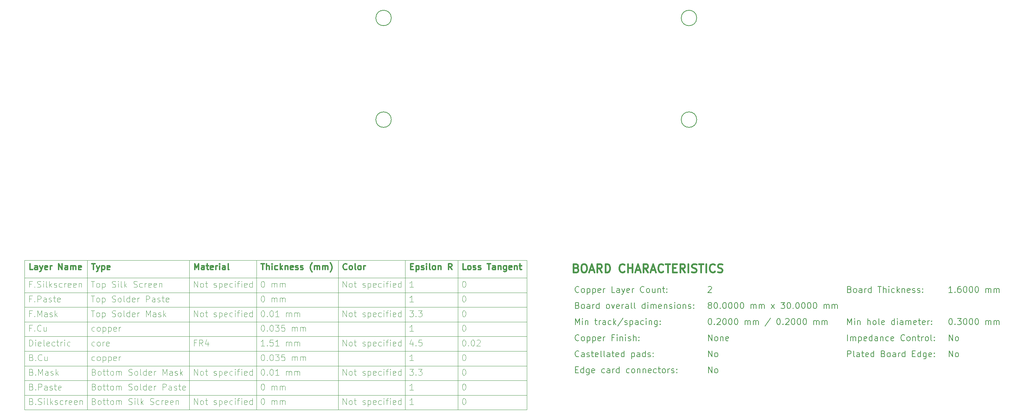
<source format=gbr>
%TF.GenerationSoftware,KiCad,Pcbnew,9.0.2*%
%TF.CreationDate,2025-06-06T22:39:28+05:30*%
%TF.ProjectId,AQEYE-SB-D1,41514559-452d-4534-922d-44312e6b6963,0.1*%
%TF.SameCoordinates,Original*%
%TF.FileFunction,Other,Comment*%
%FSLAX46Y46*%
G04 Gerber Fmt 4.6, Leading zero omitted, Abs format (unit mm)*
G04 Created by KiCad (PCBNEW 9.0.2) date 2025-06-06 22:39:28*
%MOMM*%
%LPD*%
G01*
G04 APERTURE LIST*
%ADD10C,0.100000*%
%ADD11C,0.200000*%
%ADD12C,0.300000*%
%ADD13C,0.400000*%
%ADD14C,0.150000*%
G04 APERTURE END LIST*
D10*
X-85650000Y-32100000D02*
X-85650000Y-68862000D01*
X-85650000Y-65256000D02*
X37678575Y-65256000D01*
X-85650000Y-61650000D02*
X37678575Y-61650000D01*
X-8664285Y-32100000D02*
X-8664285Y-68862000D01*
X37678575Y-32100000D02*
X37678575Y-68862000D01*
X-28692857Y-32100000D02*
X-28692857Y-68862000D01*
X-85650000Y-68862000D02*
X37678575Y-68862000D01*
X-70264286Y-32100000D02*
X-70264286Y-68862000D01*
X-85650000Y-36408000D02*
X37678575Y-36408000D01*
X7835716Y-32100000D02*
X7835716Y-68862000D01*
X-45192858Y-32100000D02*
X-45192858Y-68862000D01*
X-85650000Y-50832000D02*
X37678575Y-50832000D01*
X-85650000Y-32100000D02*
X37678575Y-32100000D01*
X-85650000Y-54438000D02*
X37678575Y-54438000D01*
X-85650000Y-40014000D02*
X37678575Y-40014000D01*
X-85650000Y-47226000D02*
X37678575Y-47226000D01*
X20721431Y-32100000D02*
X20721431Y-68862000D01*
X-85650000Y-43620000D02*
X37678575Y-43620000D01*
X-85650000Y-58044000D02*
X37678575Y-58044000D01*
X-27234211Y-66072228D02*
X-27091354Y-66072228D01*
X-27091354Y-66072228D02*
X-26948497Y-66143657D01*
X-26948497Y-66143657D02*
X-26877068Y-66215085D01*
X-26877068Y-66215085D02*
X-26805640Y-66357942D01*
X-26805640Y-66357942D02*
X-26734211Y-66643657D01*
X-26734211Y-66643657D02*
X-26734211Y-67000800D01*
X-26734211Y-67000800D02*
X-26805640Y-67286514D01*
X-26805640Y-67286514D02*
X-26877068Y-67429371D01*
X-26877068Y-67429371D02*
X-26948497Y-67500800D01*
X-26948497Y-67500800D02*
X-27091354Y-67572228D01*
X-27091354Y-67572228D02*
X-27234211Y-67572228D01*
X-27234211Y-67572228D02*
X-27377068Y-67500800D01*
X-27377068Y-67500800D02*
X-27448497Y-67429371D01*
X-27448497Y-67429371D02*
X-27519926Y-67286514D01*
X-27519926Y-67286514D02*
X-27591354Y-67000800D01*
X-27591354Y-67000800D02*
X-27591354Y-66643657D01*
X-27591354Y-66643657D02*
X-27519926Y-66357942D01*
X-27519926Y-66357942D02*
X-27448497Y-66215085D01*
X-27448497Y-66215085D02*
X-27377068Y-66143657D01*
X-27377068Y-66143657D02*
X-27234211Y-66072228D01*
X-24948498Y-67572228D02*
X-24948498Y-66572228D01*
X-24948498Y-66715085D02*
X-24877069Y-66643657D01*
X-24877069Y-66643657D02*
X-24734212Y-66572228D01*
X-24734212Y-66572228D02*
X-24519926Y-66572228D01*
X-24519926Y-66572228D02*
X-24377069Y-66643657D01*
X-24377069Y-66643657D02*
X-24305640Y-66786514D01*
X-24305640Y-66786514D02*
X-24305640Y-67572228D01*
X-24305640Y-66786514D02*
X-24234212Y-66643657D01*
X-24234212Y-66643657D02*
X-24091355Y-66572228D01*
X-24091355Y-66572228D02*
X-23877069Y-66572228D01*
X-23877069Y-66572228D02*
X-23734212Y-66643657D01*
X-23734212Y-66643657D02*
X-23662783Y-66786514D01*
X-23662783Y-66786514D02*
X-23662783Y-67572228D01*
X-22948498Y-67572228D02*
X-22948498Y-66572228D01*
X-22948498Y-66715085D02*
X-22877069Y-66643657D01*
X-22877069Y-66643657D02*
X-22734212Y-66572228D01*
X-22734212Y-66572228D02*
X-22519926Y-66572228D01*
X-22519926Y-66572228D02*
X-22377069Y-66643657D01*
X-22377069Y-66643657D02*
X-22305640Y-66786514D01*
X-22305640Y-66786514D02*
X-22305640Y-67572228D01*
X-22305640Y-66786514D02*
X-22234212Y-66643657D01*
X-22234212Y-66643657D02*
X-22091355Y-66572228D01*
X-22091355Y-66572228D02*
X-21877069Y-66572228D01*
X-21877069Y-66572228D02*
X-21734212Y-66643657D01*
X-21734212Y-66643657D02*
X-21662783Y-66786514D01*
X-21662783Y-66786514D02*
X-21662783Y-67572228D01*
X-26734211Y-53148228D02*
X-27591354Y-53148228D01*
X-27162783Y-53148228D02*
X-27162783Y-51648228D01*
X-27162783Y-51648228D02*
X-27305640Y-51862514D01*
X-27305640Y-51862514D02*
X-27448497Y-52005371D01*
X-27448497Y-52005371D02*
X-27591354Y-52076800D01*
X-26091355Y-53005371D02*
X-26019926Y-53076800D01*
X-26019926Y-53076800D02*
X-26091355Y-53148228D01*
X-26091355Y-53148228D02*
X-26162783Y-53076800D01*
X-26162783Y-53076800D02*
X-26091355Y-53005371D01*
X-26091355Y-53005371D02*
X-26091355Y-53148228D01*
X-24662783Y-51648228D02*
X-25377069Y-51648228D01*
X-25377069Y-51648228D02*
X-25448497Y-52362514D01*
X-25448497Y-52362514D02*
X-25377069Y-52291085D01*
X-25377069Y-52291085D02*
X-25234211Y-52219657D01*
X-25234211Y-52219657D02*
X-24877069Y-52219657D01*
X-24877069Y-52219657D02*
X-24734211Y-52291085D01*
X-24734211Y-52291085D02*
X-24662783Y-52362514D01*
X-24662783Y-52362514D02*
X-24591354Y-52505371D01*
X-24591354Y-52505371D02*
X-24591354Y-52862514D01*
X-24591354Y-52862514D02*
X-24662783Y-53005371D01*
X-24662783Y-53005371D02*
X-24734211Y-53076800D01*
X-24734211Y-53076800D02*
X-24877069Y-53148228D01*
X-24877069Y-53148228D02*
X-25234211Y-53148228D01*
X-25234211Y-53148228D02*
X-25377069Y-53076800D01*
X-25377069Y-53076800D02*
X-25448497Y-53005371D01*
X-23162783Y-53148228D02*
X-24019926Y-53148228D01*
X-23591355Y-53148228D02*
X-23591355Y-51648228D01*
X-23591355Y-51648228D02*
X-23734212Y-51862514D01*
X-23734212Y-51862514D02*
X-23877069Y-52005371D01*
X-23877069Y-52005371D02*
X-24019926Y-52076800D01*
X-21377070Y-53148228D02*
X-21377070Y-52148228D01*
X-21377070Y-52291085D02*
X-21305641Y-52219657D01*
X-21305641Y-52219657D02*
X-21162784Y-52148228D01*
X-21162784Y-52148228D02*
X-20948498Y-52148228D01*
X-20948498Y-52148228D02*
X-20805641Y-52219657D01*
X-20805641Y-52219657D02*
X-20734212Y-52362514D01*
X-20734212Y-52362514D02*
X-20734212Y-53148228D01*
X-20734212Y-52362514D02*
X-20662784Y-52219657D01*
X-20662784Y-52219657D02*
X-20519927Y-52148228D01*
X-20519927Y-52148228D02*
X-20305641Y-52148228D01*
X-20305641Y-52148228D02*
X-20162784Y-52219657D01*
X-20162784Y-52219657D02*
X-20091355Y-52362514D01*
X-20091355Y-52362514D02*
X-20091355Y-53148228D01*
X-19377070Y-53148228D02*
X-19377070Y-52148228D01*
X-19377070Y-52291085D02*
X-19305641Y-52219657D01*
X-19305641Y-52219657D02*
X-19162784Y-52148228D01*
X-19162784Y-52148228D02*
X-18948498Y-52148228D01*
X-18948498Y-52148228D02*
X-18805641Y-52219657D01*
X-18805641Y-52219657D02*
X-18734212Y-52362514D01*
X-18734212Y-52362514D02*
X-18734212Y-53148228D01*
X-18734212Y-52362514D02*
X-18662784Y-52219657D01*
X-18662784Y-52219657D02*
X-18519927Y-52148228D01*
X-18519927Y-52148228D02*
X-18305641Y-52148228D01*
X-18305641Y-52148228D02*
X-18162784Y-52219657D01*
X-18162784Y-52219657D02*
X-18091355Y-52362514D01*
X-18091355Y-52362514D02*
X-18091355Y-53148228D01*
D11*
X82510149Y-43104885D02*
X82367292Y-43033457D01*
X82367292Y-43033457D02*
X82295863Y-42962028D01*
X82295863Y-42962028D02*
X82224435Y-42819171D01*
X82224435Y-42819171D02*
X82224435Y-42747742D01*
X82224435Y-42747742D02*
X82295863Y-42604885D01*
X82295863Y-42604885D02*
X82367292Y-42533457D01*
X82367292Y-42533457D02*
X82510149Y-42462028D01*
X82510149Y-42462028D02*
X82795863Y-42462028D01*
X82795863Y-42462028D02*
X82938721Y-42533457D01*
X82938721Y-42533457D02*
X83010149Y-42604885D01*
X83010149Y-42604885D02*
X83081578Y-42747742D01*
X83081578Y-42747742D02*
X83081578Y-42819171D01*
X83081578Y-42819171D02*
X83010149Y-42962028D01*
X83010149Y-42962028D02*
X82938721Y-43033457D01*
X82938721Y-43033457D02*
X82795863Y-43104885D01*
X82795863Y-43104885D02*
X82510149Y-43104885D01*
X82510149Y-43104885D02*
X82367292Y-43176314D01*
X82367292Y-43176314D02*
X82295863Y-43247742D01*
X82295863Y-43247742D02*
X82224435Y-43390600D01*
X82224435Y-43390600D02*
X82224435Y-43676314D01*
X82224435Y-43676314D02*
X82295863Y-43819171D01*
X82295863Y-43819171D02*
X82367292Y-43890600D01*
X82367292Y-43890600D02*
X82510149Y-43962028D01*
X82510149Y-43962028D02*
X82795863Y-43962028D01*
X82795863Y-43962028D02*
X82938721Y-43890600D01*
X82938721Y-43890600D02*
X83010149Y-43819171D01*
X83010149Y-43819171D02*
X83081578Y-43676314D01*
X83081578Y-43676314D02*
X83081578Y-43390600D01*
X83081578Y-43390600D02*
X83010149Y-43247742D01*
X83010149Y-43247742D02*
X82938721Y-43176314D01*
X82938721Y-43176314D02*
X82795863Y-43104885D01*
X84010149Y-42462028D02*
X84153006Y-42462028D01*
X84153006Y-42462028D02*
X84295863Y-42533457D01*
X84295863Y-42533457D02*
X84367292Y-42604885D01*
X84367292Y-42604885D02*
X84438720Y-42747742D01*
X84438720Y-42747742D02*
X84510149Y-43033457D01*
X84510149Y-43033457D02*
X84510149Y-43390600D01*
X84510149Y-43390600D02*
X84438720Y-43676314D01*
X84438720Y-43676314D02*
X84367292Y-43819171D01*
X84367292Y-43819171D02*
X84295863Y-43890600D01*
X84295863Y-43890600D02*
X84153006Y-43962028D01*
X84153006Y-43962028D02*
X84010149Y-43962028D01*
X84010149Y-43962028D02*
X83867292Y-43890600D01*
X83867292Y-43890600D02*
X83795863Y-43819171D01*
X83795863Y-43819171D02*
X83724434Y-43676314D01*
X83724434Y-43676314D02*
X83653006Y-43390600D01*
X83653006Y-43390600D02*
X83653006Y-43033457D01*
X83653006Y-43033457D02*
X83724434Y-42747742D01*
X83724434Y-42747742D02*
X83795863Y-42604885D01*
X83795863Y-42604885D02*
X83867292Y-42533457D01*
X83867292Y-42533457D02*
X84010149Y-42462028D01*
X85153005Y-43819171D02*
X85224434Y-43890600D01*
X85224434Y-43890600D02*
X85153005Y-43962028D01*
X85153005Y-43962028D02*
X85081577Y-43890600D01*
X85081577Y-43890600D02*
X85153005Y-43819171D01*
X85153005Y-43819171D02*
X85153005Y-43962028D01*
X86153006Y-42462028D02*
X86295863Y-42462028D01*
X86295863Y-42462028D02*
X86438720Y-42533457D01*
X86438720Y-42533457D02*
X86510149Y-42604885D01*
X86510149Y-42604885D02*
X86581577Y-42747742D01*
X86581577Y-42747742D02*
X86653006Y-43033457D01*
X86653006Y-43033457D02*
X86653006Y-43390600D01*
X86653006Y-43390600D02*
X86581577Y-43676314D01*
X86581577Y-43676314D02*
X86510149Y-43819171D01*
X86510149Y-43819171D02*
X86438720Y-43890600D01*
X86438720Y-43890600D02*
X86295863Y-43962028D01*
X86295863Y-43962028D02*
X86153006Y-43962028D01*
X86153006Y-43962028D02*
X86010149Y-43890600D01*
X86010149Y-43890600D02*
X85938720Y-43819171D01*
X85938720Y-43819171D02*
X85867291Y-43676314D01*
X85867291Y-43676314D02*
X85795863Y-43390600D01*
X85795863Y-43390600D02*
X85795863Y-43033457D01*
X85795863Y-43033457D02*
X85867291Y-42747742D01*
X85867291Y-42747742D02*
X85938720Y-42604885D01*
X85938720Y-42604885D02*
X86010149Y-42533457D01*
X86010149Y-42533457D02*
X86153006Y-42462028D01*
X87581577Y-42462028D02*
X87724434Y-42462028D01*
X87724434Y-42462028D02*
X87867291Y-42533457D01*
X87867291Y-42533457D02*
X87938720Y-42604885D01*
X87938720Y-42604885D02*
X88010148Y-42747742D01*
X88010148Y-42747742D02*
X88081577Y-43033457D01*
X88081577Y-43033457D02*
X88081577Y-43390600D01*
X88081577Y-43390600D02*
X88010148Y-43676314D01*
X88010148Y-43676314D02*
X87938720Y-43819171D01*
X87938720Y-43819171D02*
X87867291Y-43890600D01*
X87867291Y-43890600D02*
X87724434Y-43962028D01*
X87724434Y-43962028D02*
X87581577Y-43962028D01*
X87581577Y-43962028D02*
X87438720Y-43890600D01*
X87438720Y-43890600D02*
X87367291Y-43819171D01*
X87367291Y-43819171D02*
X87295862Y-43676314D01*
X87295862Y-43676314D02*
X87224434Y-43390600D01*
X87224434Y-43390600D02*
X87224434Y-43033457D01*
X87224434Y-43033457D02*
X87295862Y-42747742D01*
X87295862Y-42747742D02*
X87367291Y-42604885D01*
X87367291Y-42604885D02*
X87438720Y-42533457D01*
X87438720Y-42533457D02*
X87581577Y-42462028D01*
X89010148Y-42462028D02*
X89153005Y-42462028D01*
X89153005Y-42462028D02*
X89295862Y-42533457D01*
X89295862Y-42533457D02*
X89367291Y-42604885D01*
X89367291Y-42604885D02*
X89438719Y-42747742D01*
X89438719Y-42747742D02*
X89510148Y-43033457D01*
X89510148Y-43033457D02*
X89510148Y-43390600D01*
X89510148Y-43390600D02*
X89438719Y-43676314D01*
X89438719Y-43676314D02*
X89367291Y-43819171D01*
X89367291Y-43819171D02*
X89295862Y-43890600D01*
X89295862Y-43890600D02*
X89153005Y-43962028D01*
X89153005Y-43962028D02*
X89010148Y-43962028D01*
X89010148Y-43962028D02*
X88867291Y-43890600D01*
X88867291Y-43890600D02*
X88795862Y-43819171D01*
X88795862Y-43819171D02*
X88724433Y-43676314D01*
X88724433Y-43676314D02*
X88653005Y-43390600D01*
X88653005Y-43390600D02*
X88653005Y-43033457D01*
X88653005Y-43033457D02*
X88724433Y-42747742D01*
X88724433Y-42747742D02*
X88795862Y-42604885D01*
X88795862Y-42604885D02*
X88867291Y-42533457D01*
X88867291Y-42533457D02*
X89010148Y-42462028D01*
X90438719Y-42462028D02*
X90581576Y-42462028D01*
X90581576Y-42462028D02*
X90724433Y-42533457D01*
X90724433Y-42533457D02*
X90795862Y-42604885D01*
X90795862Y-42604885D02*
X90867290Y-42747742D01*
X90867290Y-42747742D02*
X90938719Y-43033457D01*
X90938719Y-43033457D02*
X90938719Y-43390600D01*
X90938719Y-43390600D02*
X90867290Y-43676314D01*
X90867290Y-43676314D02*
X90795862Y-43819171D01*
X90795862Y-43819171D02*
X90724433Y-43890600D01*
X90724433Y-43890600D02*
X90581576Y-43962028D01*
X90581576Y-43962028D02*
X90438719Y-43962028D01*
X90438719Y-43962028D02*
X90295862Y-43890600D01*
X90295862Y-43890600D02*
X90224433Y-43819171D01*
X90224433Y-43819171D02*
X90153004Y-43676314D01*
X90153004Y-43676314D02*
X90081576Y-43390600D01*
X90081576Y-43390600D02*
X90081576Y-43033457D01*
X90081576Y-43033457D02*
X90153004Y-42747742D01*
X90153004Y-42747742D02*
X90224433Y-42604885D01*
X90224433Y-42604885D02*
X90295862Y-42533457D01*
X90295862Y-42533457D02*
X90438719Y-42462028D01*
X92724432Y-43962028D02*
X92724432Y-42962028D01*
X92724432Y-43104885D02*
X92795861Y-43033457D01*
X92795861Y-43033457D02*
X92938718Y-42962028D01*
X92938718Y-42962028D02*
X93153004Y-42962028D01*
X93153004Y-42962028D02*
X93295861Y-43033457D01*
X93295861Y-43033457D02*
X93367290Y-43176314D01*
X93367290Y-43176314D02*
X93367290Y-43962028D01*
X93367290Y-43176314D02*
X93438718Y-43033457D01*
X93438718Y-43033457D02*
X93581575Y-42962028D01*
X93581575Y-42962028D02*
X93795861Y-42962028D01*
X93795861Y-42962028D02*
X93938718Y-43033457D01*
X93938718Y-43033457D02*
X94010147Y-43176314D01*
X94010147Y-43176314D02*
X94010147Y-43962028D01*
X94724432Y-43962028D02*
X94724432Y-42962028D01*
X94724432Y-43104885D02*
X94795861Y-43033457D01*
X94795861Y-43033457D02*
X94938718Y-42962028D01*
X94938718Y-42962028D02*
X95153004Y-42962028D01*
X95153004Y-42962028D02*
X95295861Y-43033457D01*
X95295861Y-43033457D02*
X95367290Y-43176314D01*
X95367290Y-43176314D02*
X95367290Y-43962028D01*
X95367290Y-43176314D02*
X95438718Y-43033457D01*
X95438718Y-43033457D02*
X95581575Y-42962028D01*
X95581575Y-42962028D02*
X95795861Y-42962028D01*
X95795861Y-42962028D02*
X95938718Y-43033457D01*
X95938718Y-43033457D02*
X96010147Y-43176314D01*
X96010147Y-43176314D02*
X96010147Y-43962028D01*
X97724432Y-43962028D02*
X98510147Y-42962028D01*
X97724432Y-42962028D02*
X98510147Y-43962028D01*
X100081575Y-42462028D02*
X101010147Y-42462028D01*
X101010147Y-42462028D02*
X100510147Y-43033457D01*
X100510147Y-43033457D02*
X100724432Y-43033457D01*
X100724432Y-43033457D02*
X100867290Y-43104885D01*
X100867290Y-43104885D02*
X100938718Y-43176314D01*
X100938718Y-43176314D02*
X101010147Y-43319171D01*
X101010147Y-43319171D02*
X101010147Y-43676314D01*
X101010147Y-43676314D02*
X100938718Y-43819171D01*
X100938718Y-43819171D02*
X100867290Y-43890600D01*
X100867290Y-43890600D02*
X100724432Y-43962028D01*
X100724432Y-43962028D02*
X100295861Y-43962028D01*
X100295861Y-43962028D02*
X100153004Y-43890600D01*
X100153004Y-43890600D02*
X100081575Y-43819171D01*
X101938718Y-42462028D02*
X102081575Y-42462028D01*
X102081575Y-42462028D02*
X102224432Y-42533457D01*
X102224432Y-42533457D02*
X102295861Y-42604885D01*
X102295861Y-42604885D02*
X102367289Y-42747742D01*
X102367289Y-42747742D02*
X102438718Y-43033457D01*
X102438718Y-43033457D02*
X102438718Y-43390600D01*
X102438718Y-43390600D02*
X102367289Y-43676314D01*
X102367289Y-43676314D02*
X102295861Y-43819171D01*
X102295861Y-43819171D02*
X102224432Y-43890600D01*
X102224432Y-43890600D02*
X102081575Y-43962028D01*
X102081575Y-43962028D02*
X101938718Y-43962028D01*
X101938718Y-43962028D02*
X101795861Y-43890600D01*
X101795861Y-43890600D02*
X101724432Y-43819171D01*
X101724432Y-43819171D02*
X101653003Y-43676314D01*
X101653003Y-43676314D02*
X101581575Y-43390600D01*
X101581575Y-43390600D02*
X101581575Y-43033457D01*
X101581575Y-43033457D02*
X101653003Y-42747742D01*
X101653003Y-42747742D02*
X101724432Y-42604885D01*
X101724432Y-42604885D02*
X101795861Y-42533457D01*
X101795861Y-42533457D02*
X101938718Y-42462028D01*
X103081574Y-43819171D02*
X103153003Y-43890600D01*
X103153003Y-43890600D02*
X103081574Y-43962028D01*
X103081574Y-43962028D02*
X103010146Y-43890600D01*
X103010146Y-43890600D02*
X103081574Y-43819171D01*
X103081574Y-43819171D02*
X103081574Y-43962028D01*
X104081575Y-42462028D02*
X104224432Y-42462028D01*
X104224432Y-42462028D02*
X104367289Y-42533457D01*
X104367289Y-42533457D02*
X104438718Y-42604885D01*
X104438718Y-42604885D02*
X104510146Y-42747742D01*
X104510146Y-42747742D02*
X104581575Y-43033457D01*
X104581575Y-43033457D02*
X104581575Y-43390600D01*
X104581575Y-43390600D02*
X104510146Y-43676314D01*
X104510146Y-43676314D02*
X104438718Y-43819171D01*
X104438718Y-43819171D02*
X104367289Y-43890600D01*
X104367289Y-43890600D02*
X104224432Y-43962028D01*
X104224432Y-43962028D02*
X104081575Y-43962028D01*
X104081575Y-43962028D02*
X103938718Y-43890600D01*
X103938718Y-43890600D02*
X103867289Y-43819171D01*
X103867289Y-43819171D02*
X103795860Y-43676314D01*
X103795860Y-43676314D02*
X103724432Y-43390600D01*
X103724432Y-43390600D02*
X103724432Y-43033457D01*
X103724432Y-43033457D02*
X103795860Y-42747742D01*
X103795860Y-42747742D02*
X103867289Y-42604885D01*
X103867289Y-42604885D02*
X103938718Y-42533457D01*
X103938718Y-42533457D02*
X104081575Y-42462028D01*
X105510146Y-42462028D02*
X105653003Y-42462028D01*
X105653003Y-42462028D02*
X105795860Y-42533457D01*
X105795860Y-42533457D02*
X105867289Y-42604885D01*
X105867289Y-42604885D02*
X105938717Y-42747742D01*
X105938717Y-42747742D02*
X106010146Y-43033457D01*
X106010146Y-43033457D02*
X106010146Y-43390600D01*
X106010146Y-43390600D02*
X105938717Y-43676314D01*
X105938717Y-43676314D02*
X105867289Y-43819171D01*
X105867289Y-43819171D02*
X105795860Y-43890600D01*
X105795860Y-43890600D02*
X105653003Y-43962028D01*
X105653003Y-43962028D02*
X105510146Y-43962028D01*
X105510146Y-43962028D02*
X105367289Y-43890600D01*
X105367289Y-43890600D02*
X105295860Y-43819171D01*
X105295860Y-43819171D02*
X105224431Y-43676314D01*
X105224431Y-43676314D02*
X105153003Y-43390600D01*
X105153003Y-43390600D02*
X105153003Y-43033457D01*
X105153003Y-43033457D02*
X105224431Y-42747742D01*
X105224431Y-42747742D02*
X105295860Y-42604885D01*
X105295860Y-42604885D02*
X105367289Y-42533457D01*
X105367289Y-42533457D02*
X105510146Y-42462028D01*
X106938717Y-42462028D02*
X107081574Y-42462028D01*
X107081574Y-42462028D02*
X107224431Y-42533457D01*
X107224431Y-42533457D02*
X107295860Y-42604885D01*
X107295860Y-42604885D02*
X107367288Y-42747742D01*
X107367288Y-42747742D02*
X107438717Y-43033457D01*
X107438717Y-43033457D02*
X107438717Y-43390600D01*
X107438717Y-43390600D02*
X107367288Y-43676314D01*
X107367288Y-43676314D02*
X107295860Y-43819171D01*
X107295860Y-43819171D02*
X107224431Y-43890600D01*
X107224431Y-43890600D02*
X107081574Y-43962028D01*
X107081574Y-43962028D02*
X106938717Y-43962028D01*
X106938717Y-43962028D02*
X106795860Y-43890600D01*
X106795860Y-43890600D02*
X106724431Y-43819171D01*
X106724431Y-43819171D02*
X106653002Y-43676314D01*
X106653002Y-43676314D02*
X106581574Y-43390600D01*
X106581574Y-43390600D02*
X106581574Y-43033457D01*
X106581574Y-43033457D02*
X106653002Y-42747742D01*
X106653002Y-42747742D02*
X106724431Y-42604885D01*
X106724431Y-42604885D02*
X106795860Y-42533457D01*
X106795860Y-42533457D02*
X106938717Y-42462028D01*
X108367288Y-42462028D02*
X108510145Y-42462028D01*
X108510145Y-42462028D02*
X108653002Y-42533457D01*
X108653002Y-42533457D02*
X108724431Y-42604885D01*
X108724431Y-42604885D02*
X108795859Y-42747742D01*
X108795859Y-42747742D02*
X108867288Y-43033457D01*
X108867288Y-43033457D02*
X108867288Y-43390600D01*
X108867288Y-43390600D02*
X108795859Y-43676314D01*
X108795859Y-43676314D02*
X108724431Y-43819171D01*
X108724431Y-43819171D02*
X108653002Y-43890600D01*
X108653002Y-43890600D02*
X108510145Y-43962028D01*
X108510145Y-43962028D02*
X108367288Y-43962028D01*
X108367288Y-43962028D02*
X108224431Y-43890600D01*
X108224431Y-43890600D02*
X108153002Y-43819171D01*
X108153002Y-43819171D02*
X108081573Y-43676314D01*
X108081573Y-43676314D02*
X108010145Y-43390600D01*
X108010145Y-43390600D02*
X108010145Y-43033457D01*
X108010145Y-43033457D02*
X108081573Y-42747742D01*
X108081573Y-42747742D02*
X108153002Y-42604885D01*
X108153002Y-42604885D02*
X108224431Y-42533457D01*
X108224431Y-42533457D02*
X108367288Y-42462028D01*
X110653001Y-43962028D02*
X110653001Y-42962028D01*
X110653001Y-43104885D02*
X110724430Y-43033457D01*
X110724430Y-43033457D02*
X110867287Y-42962028D01*
X110867287Y-42962028D02*
X111081573Y-42962028D01*
X111081573Y-42962028D02*
X111224430Y-43033457D01*
X111224430Y-43033457D02*
X111295859Y-43176314D01*
X111295859Y-43176314D02*
X111295859Y-43962028D01*
X111295859Y-43176314D02*
X111367287Y-43033457D01*
X111367287Y-43033457D02*
X111510144Y-42962028D01*
X111510144Y-42962028D02*
X111724430Y-42962028D01*
X111724430Y-42962028D02*
X111867287Y-43033457D01*
X111867287Y-43033457D02*
X111938716Y-43176314D01*
X111938716Y-43176314D02*
X111938716Y-43962028D01*
X112653001Y-43962028D02*
X112653001Y-42962028D01*
X112653001Y-43104885D02*
X112724430Y-43033457D01*
X112724430Y-43033457D02*
X112867287Y-42962028D01*
X112867287Y-42962028D02*
X113081573Y-42962028D01*
X113081573Y-42962028D02*
X113224430Y-43033457D01*
X113224430Y-43033457D02*
X113295859Y-43176314D01*
X113295859Y-43176314D02*
X113295859Y-43962028D01*
X113295859Y-43176314D02*
X113367287Y-43033457D01*
X113367287Y-43033457D02*
X113510144Y-42962028D01*
X113510144Y-42962028D02*
X113724430Y-42962028D01*
X113724430Y-42962028D02*
X113867287Y-43033457D01*
X113867287Y-43033457D02*
X113938716Y-43176314D01*
X113938716Y-43176314D02*
X113938716Y-43962028D01*
D10*
X-68448497Y-49470800D02*
X-68591355Y-49542228D01*
X-68591355Y-49542228D02*
X-68877069Y-49542228D01*
X-68877069Y-49542228D02*
X-69019926Y-49470800D01*
X-69019926Y-49470800D02*
X-69091355Y-49399371D01*
X-69091355Y-49399371D02*
X-69162783Y-49256514D01*
X-69162783Y-49256514D02*
X-69162783Y-48827942D01*
X-69162783Y-48827942D02*
X-69091355Y-48685085D01*
X-69091355Y-48685085D02*
X-69019926Y-48613657D01*
X-69019926Y-48613657D02*
X-68877069Y-48542228D01*
X-68877069Y-48542228D02*
X-68591355Y-48542228D01*
X-68591355Y-48542228D02*
X-68448497Y-48613657D01*
X-67591355Y-49542228D02*
X-67734212Y-49470800D01*
X-67734212Y-49470800D02*
X-67805641Y-49399371D01*
X-67805641Y-49399371D02*
X-67877069Y-49256514D01*
X-67877069Y-49256514D02*
X-67877069Y-48827942D01*
X-67877069Y-48827942D02*
X-67805641Y-48685085D01*
X-67805641Y-48685085D02*
X-67734212Y-48613657D01*
X-67734212Y-48613657D02*
X-67591355Y-48542228D01*
X-67591355Y-48542228D02*
X-67377069Y-48542228D01*
X-67377069Y-48542228D02*
X-67234212Y-48613657D01*
X-67234212Y-48613657D02*
X-67162783Y-48685085D01*
X-67162783Y-48685085D02*
X-67091355Y-48827942D01*
X-67091355Y-48827942D02*
X-67091355Y-49256514D01*
X-67091355Y-49256514D02*
X-67162783Y-49399371D01*
X-67162783Y-49399371D02*
X-67234212Y-49470800D01*
X-67234212Y-49470800D02*
X-67377069Y-49542228D01*
X-67377069Y-49542228D02*
X-67591355Y-49542228D01*
X-66448498Y-48542228D02*
X-66448498Y-50042228D01*
X-66448498Y-48613657D02*
X-66305640Y-48542228D01*
X-66305640Y-48542228D02*
X-66019926Y-48542228D01*
X-66019926Y-48542228D02*
X-65877069Y-48613657D01*
X-65877069Y-48613657D02*
X-65805640Y-48685085D01*
X-65805640Y-48685085D02*
X-65734212Y-48827942D01*
X-65734212Y-48827942D02*
X-65734212Y-49256514D01*
X-65734212Y-49256514D02*
X-65805640Y-49399371D01*
X-65805640Y-49399371D02*
X-65877069Y-49470800D01*
X-65877069Y-49470800D02*
X-66019926Y-49542228D01*
X-66019926Y-49542228D02*
X-66305640Y-49542228D01*
X-66305640Y-49542228D02*
X-66448498Y-49470800D01*
X-65091355Y-48542228D02*
X-65091355Y-50042228D01*
X-65091355Y-48613657D02*
X-64948497Y-48542228D01*
X-64948497Y-48542228D02*
X-64662783Y-48542228D01*
X-64662783Y-48542228D02*
X-64519926Y-48613657D01*
X-64519926Y-48613657D02*
X-64448497Y-48685085D01*
X-64448497Y-48685085D02*
X-64377069Y-48827942D01*
X-64377069Y-48827942D02*
X-64377069Y-49256514D01*
X-64377069Y-49256514D02*
X-64448497Y-49399371D01*
X-64448497Y-49399371D02*
X-64519926Y-49470800D01*
X-64519926Y-49470800D02*
X-64662783Y-49542228D01*
X-64662783Y-49542228D02*
X-64948497Y-49542228D01*
X-64948497Y-49542228D02*
X-65091355Y-49470800D01*
X-63162783Y-49470800D02*
X-63305640Y-49542228D01*
X-63305640Y-49542228D02*
X-63591354Y-49542228D01*
X-63591354Y-49542228D02*
X-63734212Y-49470800D01*
X-63734212Y-49470800D02*
X-63805640Y-49327942D01*
X-63805640Y-49327942D02*
X-63805640Y-48756514D01*
X-63805640Y-48756514D02*
X-63734212Y-48613657D01*
X-63734212Y-48613657D02*
X-63591354Y-48542228D01*
X-63591354Y-48542228D02*
X-63305640Y-48542228D01*
X-63305640Y-48542228D02*
X-63162783Y-48613657D01*
X-63162783Y-48613657D02*
X-63091354Y-48756514D01*
X-63091354Y-48756514D02*
X-63091354Y-48899371D01*
X-63091354Y-48899371D02*
X-63805640Y-49042228D01*
X-62448498Y-49542228D02*
X-62448498Y-48542228D01*
X-62448498Y-48827942D02*
X-62377069Y-48685085D01*
X-62377069Y-48685085D02*
X-62305640Y-48613657D01*
X-62305640Y-48613657D02*
X-62162783Y-48542228D01*
X-62162783Y-48542228D02*
X-62019926Y-48542228D01*
D11*
X116453001Y-55833028D02*
X116453001Y-54333028D01*
X116453001Y-54333028D02*
X117024430Y-54333028D01*
X117024430Y-54333028D02*
X117167287Y-54404457D01*
X117167287Y-54404457D02*
X117238716Y-54475885D01*
X117238716Y-54475885D02*
X117310144Y-54618742D01*
X117310144Y-54618742D02*
X117310144Y-54833028D01*
X117310144Y-54833028D02*
X117238716Y-54975885D01*
X117238716Y-54975885D02*
X117167287Y-55047314D01*
X117167287Y-55047314D02*
X117024430Y-55118742D01*
X117024430Y-55118742D02*
X116453001Y-55118742D01*
X118167287Y-55833028D02*
X118024430Y-55761600D01*
X118024430Y-55761600D02*
X117953001Y-55618742D01*
X117953001Y-55618742D02*
X117953001Y-54333028D01*
X119381573Y-55833028D02*
X119381573Y-55047314D01*
X119381573Y-55047314D02*
X119310144Y-54904457D01*
X119310144Y-54904457D02*
X119167287Y-54833028D01*
X119167287Y-54833028D02*
X118881573Y-54833028D01*
X118881573Y-54833028D02*
X118738715Y-54904457D01*
X119381573Y-55761600D02*
X119238715Y-55833028D01*
X119238715Y-55833028D02*
X118881573Y-55833028D01*
X118881573Y-55833028D02*
X118738715Y-55761600D01*
X118738715Y-55761600D02*
X118667287Y-55618742D01*
X118667287Y-55618742D02*
X118667287Y-55475885D01*
X118667287Y-55475885D02*
X118738715Y-55333028D01*
X118738715Y-55333028D02*
X118881573Y-55261600D01*
X118881573Y-55261600D02*
X119238715Y-55261600D01*
X119238715Y-55261600D02*
X119381573Y-55190171D01*
X119881573Y-54833028D02*
X120453001Y-54833028D01*
X120095858Y-54333028D02*
X120095858Y-55618742D01*
X120095858Y-55618742D02*
X120167287Y-55761600D01*
X120167287Y-55761600D02*
X120310144Y-55833028D01*
X120310144Y-55833028D02*
X120453001Y-55833028D01*
X121524430Y-55761600D02*
X121381573Y-55833028D01*
X121381573Y-55833028D02*
X121095859Y-55833028D01*
X121095859Y-55833028D02*
X120953001Y-55761600D01*
X120953001Y-55761600D02*
X120881573Y-55618742D01*
X120881573Y-55618742D02*
X120881573Y-55047314D01*
X120881573Y-55047314D02*
X120953001Y-54904457D01*
X120953001Y-54904457D02*
X121095859Y-54833028D01*
X121095859Y-54833028D02*
X121381573Y-54833028D01*
X121381573Y-54833028D02*
X121524430Y-54904457D01*
X121524430Y-54904457D02*
X121595859Y-55047314D01*
X121595859Y-55047314D02*
X121595859Y-55190171D01*
X121595859Y-55190171D02*
X120881573Y-55333028D01*
X122881573Y-55833028D02*
X122881573Y-54333028D01*
X122881573Y-55761600D02*
X122738715Y-55833028D01*
X122738715Y-55833028D02*
X122453001Y-55833028D01*
X122453001Y-55833028D02*
X122310144Y-55761600D01*
X122310144Y-55761600D02*
X122238715Y-55690171D01*
X122238715Y-55690171D02*
X122167287Y-55547314D01*
X122167287Y-55547314D02*
X122167287Y-55118742D01*
X122167287Y-55118742D02*
X122238715Y-54975885D01*
X122238715Y-54975885D02*
X122310144Y-54904457D01*
X122310144Y-54904457D02*
X122453001Y-54833028D01*
X122453001Y-54833028D02*
X122738715Y-54833028D01*
X122738715Y-54833028D02*
X122881573Y-54904457D01*
X125238715Y-55047314D02*
X125453001Y-55118742D01*
X125453001Y-55118742D02*
X125524430Y-55190171D01*
X125524430Y-55190171D02*
X125595858Y-55333028D01*
X125595858Y-55333028D02*
X125595858Y-55547314D01*
X125595858Y-55547314D02*
X125524430Y-55690171D01*
X125524430Y-55690171D02*
X125453001Y-55761600D01*
X125453001Y-55761600D02*
X125310144Y-55833028D01*
X125310144Y-55833028D02*
X124738715Y-55833028D01*
X124738715Y-55833028D02*
X124738715Y-54333028D01*
X124738715Y-54333028D02*
X125238715Y-54333028D01*
X125238715Y-54333028D02*
X125381573Y-54404457D01*
X125381573Y-54404457D02*
X125453001Y-54475885D01*
X125453001Y-54475885D02*
X125524430Y-54618742D01*
X125524430Y-54618742D02*
X125524430Y-54761600D01*
X125524430Y-54761600D02*
X125453001Y-54904457D01*
X125453001Y-54904457D02*
X125381573Y-54975885D01*
X125381573Y-54975885D02*
X125238715Y-55047314D01*
X125238715Y-55047314D02*
X124738715Y-55047314D01*
X126453001Y-55833028D02*
X126310144Y-55761600D01*
X126310144Y-55761600D02*
X126238715Y-55690171D01*
X126238715Y-55690171D02*
X126167287Y-55547314D01*
X126167287Y-55547314D02*
X126167287Y-55118742D01*
X126167287Y-55118742D02*
X126238715Y-54975885D01*
X126238715Y-54975885D02*
X126310144Y-54904457D01*
X126310144Y-54904457D02*
X126453001Y-54833028D01*
X126453001Y-54833028D02*
X126667287Y-54833028D01*
X126667287Y-54833028D02*
X126810144Y-54904457D01*
X126810144Y-54904457D02*
X126881573Y-54975885D01*
X126881573Y-54975885D02*
X126953001Y-55118742D01*
X126953001Y-55118742D02*
X126953001Y-55547314D01*
X126953001Y-55547314D02*
X126881573Y-55690171D01*
X126881573Y-55690171D02*
X126810144Y-55761600D01*
X126810144Y-55761600D02*
X126667287Y-55833028D01*
X126667287Y-55833028D02*
X126453001Y-55833028D01*
X128238716Y-55833028D02*
X128238716Y-55047314D01*
X128238716Y-55047314D02*
X128167287Y-54904457D01*
X128167287Y-54904457D02*
X128024430Y-54833028D01*
X128024430Y-54833028D02*
X127738716Y-54833028D01*
X127738716Y-54833028D02*
X127595858Y-54904457D01*
X128238716Y-55761600D02*
X128095858Y-55833028D01*
X128095858Y-55833028D02*
X127738716Y-55833028D01*
X127738716Y-55833028D02*
X127595858Y-55761600D01*
X127595858Y-55761600D02*
X127524430Y-55618742D01*
X127524430Y-55618742D02*
X127524430Y-55475885D01*
X127524430Y-55475885D02*
X127595858Y-55333028D01*
X127595858Y-55333028D02*
X127738716Y-55261600D01*
X127738716Y-55261600D02*
X128095858Y-55261600D01*
X128095858Y-55261600D02*
X128238716Y-55190171D01*
X128953001Y-55833028D02*
X128953001Y-54833028D01*
X128953001Y-55118742D02*
X129024430Y-54975885D01*
X129024430Y-54975885D02*
X129095859Y-54904457D01*
X129095859Y-54904457D02*
X129238716Y-54833028D01*
X129238716Y-54833028D02*
X129381573Y-54833028D01*
X130524430Y-55833028D02*
X130524430Y-54333028D01*
X130524430Y-55761600D02*
X130381572Y-55833028D01*
X130381572Y-55833028D02*
X130095858Y-55833028D01*
X130095858Y-55833028D02*
X129953001Y-55761600D01*
X129953001Y-55761600D02*
X129881572Y-55690171D01*
X129881572Y-55690171D02*
X129810144Y-55547314D01*
X129810144Y-55547314D02*
X129810144Y-55118742D01*
X129810144Y-55118742D02*
X129881572Y-54975885D01*
X129881572Y-54975885D02*
X129953001Y-54904457D01*
X129953001Y-54904457D02*
X130095858Y-54833028D01*
X130095858Y-54833028D02*
X130381572Y-54833028D01*
X130381572Y-54833028D02*
X130524430Y-54904457D01*
X132381572Y-55047314D02*
X132881572Y-55047314D01*
X133095858Y-55833028D02*
X132381572Y-55833028D01*
X132381572Y-55833028D02*
X132381572Y-54333028D01*
X132381572Y-54333028D02*
X133095858Y-54333028D01*
X134381573Y-55833028D02*
X134381573Y-54333028D01*
X134381573Y-55761600D02*
X134238715Y-55833028D01*
X134238715Y-55833028D02*
X133953001Y-55833028D01*
X133953001Y-55833028D02*
X133810144Y-55761600D01*
X133810144Y-55761600D02*
X133738715Y-55690171D01*
X133738715Y-55690171D02*
X133667287Y-55547314D01*
X133667287Y-55547314D02*
X133667287Y-55118742D01*
X133667287Y-55118742D02*
X133738715Y-54975885D01*
X133738715Y-54975885D02*
X133810144Y-54904457D01*
X133810144Y-54904457D02*
X133953001Y-54833028D01*
X133953001Y-54833028D02*
X134238715Y-54833028D01*
X134238715Y-54833028D02*
X134381573Y-54904457D01*
X135738716Y-54833028D02*
X135738716Y-56047314D01*
X135738716Y-56047314D02*
X135667287Y-56190171D01*
X135667287Y-56190171D02*
X135595858Y-56261600D01*
X135595858Y-56261600D02*
X135453001Y-56333028D01*
X135453001Y-56333028D02*
X135238716Y-56333028D01*
X135238716Y-56333028D02*
X135095858Y-56261600D01*
X135738716Y-55761600D02*
X135595858Y-55833028D01*
X135595858Y-55833028D02*
X135310144Y-55833028D01*
X135310144Y-55833028D02*
X135167287Y-55761600D01*
X135167287Y-55761600D02*
X135095858Y-55690171D01*
X135095858Y-55690171D02*
X135024430Y-55547314D01*
X135024430Y-55547314D02*
X135024430Y-55118742D01*
X135024430Y-55118742D02*
X135095858Y-54975885D01*
X135095858Y-54975885D02*
X135167287Y-54904457D01*
X135167287Y-54904457D02*
X135310144Y-54833028D01*
X135310144Y-54833028D02*
X135595858Y-54833028D01*
X135595858Y-54833028D02*
X135738716Y-54904457D01*
X137024430Y-55761600D02*
X136881573Y-55833028D01*
X136881573Y-55833028D02*
X136595859Y-55833028D01*
X136595859Y-55833028D02*
X136453001Y-55761600D01*
X136453001Y-55761600D02*
X136381573Y-55618742D01*
X136381573Y-55618742D02*
X136381573Y-55047314D01*
X136381573Y-55047314D02*
X136453001Y-54904457D01*
X136453001Y-54904457D02*
X136595859Y-54833028D01*
X136595859Y-54833028D02*
X136881573Y-54833028D01*
X136881573Y-54833028D02*
X137024430Y-54904457D01*
X137024430Y-54904457D02*
X137095859Y-55047314D01*
X137095859Y-55047314D02*
X137095859Y-55190171D01*
X137095859Y-55190171D02*
X136381573Y-55333028D01*
X137738715Y-55690171D02*
X137810144Y-55761600D01*
X137810144Y-55761600D02*
X137738715Y-55833028D01*
X137738715Y-55833028D02*
X137667287Y-55761600D01*
X137667287Y-55761600D02*
X137738715Y-55690171D01*
X137738715Y-55690171D02*
X137738715Y-55833028D01*
X137738715Y-54904457D02*
X137810144Y-54975885D01*
X137810144Y-54975885D02*
X137738715Y-55047314D01*
X137738715Y-55047314D02*
X137667287Y-54975885D01*
X137667287Y-54975885D02*
X137738715Y-54904457D01*
X137738715Y-54904457D02*
X137738715Y-55047314D01*
D10*
X-7491354Y-45936228D02*
X-7491354Y-44436228D01*
X-7491354Y-44436228D02*
X-6634211Y-45936228D01*
X-6634211Y-45936228D02*
X-6634211Y-44436228D01*
X-5705639Y-45936228D02*
X-5848496Y-45864800D01*
X-5848496Y-45864800D02*
X-5919925Y-45793371D01*
X-5919925Y-45793371D02*
X-5991353Y-45650514D01*
X-5991353Y-45650514D02*
X-5991353Y-45221942D01*
X-5991353Y-45221942D02*
X-5919925Y-45079085D01*
X-5919925Y-45079085D02*
X-5848496Y-45007657D01*
X-5848496Y-45007657D02*
X-5705639Y-44936228D01*
X-5705639Y-44936228D02*
X-5491353Y-44936228D01*
X-5491353Y-44936228D02*
X-5348496Y-45007657D01*
X-5348496Y-45007657D02*
X-5277067Y-45079085D01*
X-5277067Y-45079085D02*
X-5205639Y-45221942D01*
X-5205639Y-45221942D02*
X-5205639Y-45650514D01*
X-5205639Y-45650514D02*
X-5277067Y-45793371D01*
X-5277067Y-45793371D02*
X-5348496Y-45864800D01*
X-5348496Y-45864800D02*
X-5491353Y-45936228D01*
X-5491353Y-45936228D02*
X-5705639Y-45936228D01*
X-4777067Y-44936228D02*
X-4205639Y-44936228D01*
X-4562782Y-44436228D02*
X-4562782Y-45721942D01*
X-4562782Y-45721942D02*
X-4491353Y-45864800D01*
X-4491353Y-45864800D02*
X-4348496Y-45936228D01*
X-4348496Y-45936228D02*
X-4205639Y-45936228D01*
X-2634210Y-45864800D02*
X-2491353Y-45936228D01*
X-2491353Y-45936228D02*
X-2205639Y-45936228D01*
X-2205639Y-45936228D02*
X-2062782Y-45864800D01*
X-2062782Y-45864800D02*
X-1991353Y-45721942D01*
X-1991353Y-45721942D02*
X-1991353Y-45650514D01*
X-1991353Y-45650514D02*
X-2062782Y-45507657D01*
X-2062782Y-45507657D02*
X-2205639Y-45436228D01*
X-2205639Y-45436228D02*
X-2419924Y-45436228D01*
X-2419924Y-45436228D02*
X-2562782Y-45364800D01*
X-2562782Y-45364800D02*
X-2634210Y-45221942D01*
X-2634210Y-45221942D02*
X-2634210Y-45150514D01*
X-2634210Y-45150514D02*
X-2562782Y-45007657D01*
X-2562782Y-45007657D02*
X-2419924Y-44936228D01*
X-2419924Y-44936228D02*
X-2205639Y-44936228D01*
X-2205639Y-44936228D02*
X-2062782Y-45007657D01*
X-1348496Y-44936228D02*
X-1348496Y-46436228D01*
X-1348496Y-45007657D02*
X-1205638Y-44936228D01*
X-1205638Y-44936228D02*
X-919924Y-44936228D01*
X-919924Y-44936228D02*
X-777067Y-45007657D01*
X-777067Y-45007657D02*
X-705638Y-45079085D01*
X-705638Y-45079085D02*
X-634210Y-45221942D01*
X-634210Y-45221942D02*
X-634210Y-45650514D01*
X-634210Y-45650514D02*
X-705638Y-45793371D01*
X-705638Y-45793371D02*
X-777067Y-45864800D01*
X-777067Y-45864800D02*
X-919924Y-45936228D01*
X-919924Y-45936228D02*
X-1205638Y-45936228D01*
X-1205638Y-45936228D02*
X-1348496Y-45864800D01*
X580076Y-45864800D02*
X437219Y-45936228D01*
X437219Y-45936228D02*
X151505Y-45936228D01*
X151505Y-45936228D02*
X8647Y-45864800D01*
X8647Y-45864800D02*
X-62781Y-45721942D01*
X-62781Y-45721942D02*
X-62781Y-45150514D01*
X-62781Y-45150514D02*
X8647Y-45007657D01*
X8647Y-45007657D02*
X151505Y-44936228D01*
X151505Y-44936228D02*
X437219Y-44936228D01*
X437219Y-44936228D02*
X580076Y-45007657D01*
X580076Y-45007657D02*
X651505Y-45150514D01*
X651505Y-45150514D02*
X651505Y-45293371D01*
X651505Y-45293371D02*
X-62781Y-45436228D01*
X1937219Y-45864800D02*
X1794361Y-45936228D01*
X1794361Y-45936228D02*
X1508647Y-45936228D01*
X1508647Y-45936228D02*
X1365790Y-45864800D01*
X1365790Y-45864800D02*
X1294361Y-45793371D01*
X1294361Y-45793371D02*
X1222933Y-45650514D01*
X1222933Y-45650514D02*
X1222933Y-45221942D01*
X1222933Y-45221942D02*
X1294361Y-45079085D01*
X1294361Y-45079085D02*
X1365790Y-45007657D01*
X1365790Y-45007657D02*
X1508647Y-44936228D01*
X1508647Y-44936228D02*
X1794361Y-44936228D01*
X1794361Y-44936228D02*
X1937219Y-45007657D01*
X2580075Y-45936228D02*
X2580075Y-44936228D01*
X2580075Y-44436228D02*
X2508647Y-44507657D01*
X2508647Y-44507657D02*
X2580075Y-44579085D01*
X2580075Y-44579085D02*
X2651504Y-44507657D01*
X2651504Y-44507657D02*
X2580075Y-44436228D01*
X2580075Y-44436228D02*
X2580075Y-44579085D01*
X3080076Y-44936228D02*
X3651504Y-44936228D01*
X3294361Y-45936228D02*
X3294361Y-44650514D01*
X3294361Y-44650514D02*
X3365790Y-44507657D01*
X3365790Y-44507657D02*
X3508647Y-44436228D01*
X3508647Y-44436228D02*
X3651504Y-44436228D01*
X4151504Y-45936228D02*
X4151504Y-44936228D01*
X4151504Y-44436228D02*
X4080076Y-44507657D01*
X4080076Y-44507657D02*
X4151504Y-44579085D01*
X4151504Y-44579085D02*
X4222933Y-44507657D01*
X4222933Y-44507657D02*
X4151504Y-44436228D01*
X4151504Y-44436228D02*
X4151504Y-44579085D01*
X5437219Y-45864800D02*
X5294362Y-45936228D01*
X5294362Y-45936228D02*
X5008648Y-45936228D01*
X5008648Y-45936228D02*
X4865790Y-45864800D01*
X4865790Y-45864800D02*
X4794362Y-45721942D01*
X4794362Y-45721942D02*
X4794362Y-45150514D01*
X4794362Y-45150514D02*
X4865790Y-45007657D01*
X4865790Y-45007657D02*
X5008648Y-44936228D01*
X5008648Y-44936228D02*
X5294362Y-44936228D01*
X5294362Y-44936228D02*
X5437219Y-45007657D01*
X5437219Y-45007657D02*
X5508648Y-45150514D01*
X5508648Y-45150514D02*
X5508648Y-45293371D01*
X5508648Y-45293371D02*
X4794362Y-45436228D01*
X6794362Y-45936228D02*
X6794362Y-44436228D01*
X6794362Y-45864800D02*
X6651504Y-45936228D01*
X6651504Y-45936228D02*
X6365790Y-45936228D01*
X6365790Y-45936228D02*
X6222933Y-45864800D01*
X6222933Y-45864800D02*
X6151504Y-45793371D01*
X6151504Y-45793371D02*
X6080076Y-45650514D01*
X6080076Y-45650514D02*
X6080076Y-45221942D01*
X6080076Y-45221942D02*
X6151504Y-45079085D01*
X6151504Y-45079085D02*
X6222933Y-45007657D01*
X6222933Y-45007657D02*
X6365790Y-44936228D01*
X6365790Y-44936228D02*
X6651504Y-44936228D01*
X6651504Y-44936228D02*
X6794362Y-45007657D01*
X22180077Y-55254228D02*
X22322934Y-55254228D01*
X22322934Y-55254228D02*
X22465791Y-55325657D01*
X22465791Y-55325657D02*
X22537220Y-55397085D01*
X22537220Y-55397085D02*
X22608648Y-55539942D01*
X22608648Y-55539942D02*
X22680077Y-55825657D01*
X22680077Y-55825657D02*
X22680077Y-56182800D01*
X22680077Y-56182800D02*
X22608648Y-56468514D01*
X22608648Y-56468514D02*
X22537220Y-56611371D01*
X22537220Y-56611371D02*
X22465791Y-56682800D01*
X22465791Y-56682800D02*
X22322934Y-56754228D01*
X22322934Y-56754228D02*
X22180077Y-56754228D01*
X22180077Y-56754228D02*
X22037220Y-56682800D01*
X22037220Y-56682800D02*
X21965791Y-56611371D01*
X21965791Y-56611371D02*
X21894362Y-56468514D01*
X21894362Y-56468514D02*
X21822934Y-56182800D01*
X21822934Y-56182800D02*
X21822934Y-55825657D01*
X21822934Y-55825657D02*
X21894362Y-55539942D01*
X21894362Y-55539942D02*
X21965791Y-55397085D01*
X21965791Y-55397085D02*
X22037220Y-55325657D01*
X22037220Y-55325657D02*
X22180077Y-55254228D01*
D11*
X141395858Y-55833028D02*
X141395858Y-54333028D01*
X141395858Y-54333028D02*
X142253001Y-55833028D01*
X142253001Y-55833028D02*
X142253001Y-54333028D01*
X143181573Y-55833028D02*
X143038716Y-55761600D01*
X143038716Y-55761600D02*
X142967287Y-55690171D01*
X142967287Y-55690171D02*
X142895859Y-55547314D01*
X142895859Y-55547314D02*
X142895859Y-55118742D01*
X142895859Y-55118742D02*
X142967287Y-54975885D01*
X142967287Y-54975885D02*
X143038716Y-54904457D01*
X143038716Y-54904457D02*
X143181573Y-54833028D01*
X143181573Y-54833028D02*
X143395859Y-54833028D01*
X143395859Y-54833028D02*
X143538716Y-54904457D01*
X143538716Y-54904457D02*
X143610145Y-54975885D01*
X143610145Y-54975885D02*
X143681573Y-55118742D01*
X143681573Y-55118742D02*
X143681573Y-55547314D01*
X143681573Y-55547314D02*
X143610145Y-55690171D01*
X143610145Y-55690171D02*
X143538716Y-55761600D01*
X143538716Y-55761600D02*
X143395859Y-55833028D01*
X143395859Y-55833028D02*
X143181573Y-55833028D01*
D10*
X-83977069Y-45150514D02*
X-84477069Y-45150514D01*
X-84477069Y-45936228D02*
X-84477069Y-44436228D01*
X-84477069Y-44436228D02*
X-83762783Y-44436228D01*
X-83191355Y-45793371D02*
X-83119926Y-45864800D01*
X-83119926Y-45864800D02*
X-83191355Y-45936228D01*
X-83191355Y-45936228D02*
X-83262783Y-45864800D01*
X-83262783Y-45864800D02*
X-83191355Y-45793371D01*
X-83191355Y-45793371D02*
X-83191355Y-45936228D01*
X-82477069Y-45936228D02*
X-82477069Y-44436228D01*
X-82477069Y-44436228D02*
X-81977069Y-45507657D01*
X-81977069Y-45507657D02*
X-81477069Y-44436228D01*
X-81477069Y-44436228D02*
X-81477069Y-45936228D01*
X-80119925Y-45936228D02*
X-80119925Y-45150514D01*
X-80119925Y-45150514D02*
X-80191354Y-45007657D01*
X-80191354Y-45007657D02*
X-80334211Y-44936228D01*
X-80334211Y-44936228D02*
X-80619925Y-44936228D01*
X-80619925Y-44936228D02*
X-80762783Y-45007657D01*
X-80119925Y-45864800D02*
X-80262783Y-45936228D01*
X-80262783Y-45936228D02*
X-80619925Y-45936228D01*
X-80619925Y-45936228D02*
X-80762783Y-45864800D01*
X-80762783Y-45864800D02*
X-80834211Y-45721942D01*
X-80834211Y-45721942D02*
X-80834211Y-45579085D01*
X-80834211Y-45579085D02*
X-80762783Y-45436228D01*
X-80762783Y-45436228D02*
X-80619925Y-45364800D01*
X-80619925Y-45364800D02*
X-80262783Y-45364800D01*
X-80262783Y-45364800D02*
X-80119925Y-45293371D01*
X-79477068Y-45864800D02*
X-79334211Y-45936228D01*
X-79334211Y-45936228D02*
X-79048497Y-45936228D01*
X-79048497Y-45936228D02*
X-78905640Y-45864800D01*
X-78905640Y-45864800D02*
X-78834211Y-45721942D01*
X-78834211Y-45721942D02*
X-78834211Y-45650514D01*
X-78834211Y-45650514D02*
X-78905640Y-45507657D01*
X-78905640Y-45507657D02*
X-79048497Y-45436228D01*
X-79048497Y-45436228D02*
X-79262782Y-45436228D01*
X-79262782Y-45436228D02*
X-79405640Y-45364800D01*
X-79405640Y-45364800D02*
X-79477068Y-45221942D01*
X-79477068Y-45221942D02*
X-79477068Y-45150514D01*
X-79477068Y-45150514D02*
X-79405640Y-45007657D01*
X-79405640Y-45007657D02*
X-79262782Y-44936228D01*
X-79262782Y-44936228D02*
X-79048497Y-44936228D01*
X-79048497Y-44936228D02*
X-78905640Y-45007657D01*
X-78191354Y-45936228D02*
X-78191354Y-44436228D01*
X-78048496Y-45364800D02*
X-77619925Y-45936228D01*
X-77619925Y-44936228D02*
X-78191354Y-45507657D01*
X-68448497Y-53076800D02*
X-68591355Y-53148228D01*
X-68591355Y-53148228D02*
X-68877069Y-53148228D01*
X-68877069Y-53148228D02*
X-69019926Y-53076800D01*
X-69019926Y-53076800D02*
X-69091355Y-53005371D01*
X-69091355Y-53005371D02*
X-69162783Y-52862514D01*
X-69162783Y-52862514D02*
X-69162783Y-52433942D01*
X-69162783Y-52433942D02*
X-69091355Y-52291085D01*
X-69091355Y-52291085D02*
X-69019926Y-52219657D01*
X-69019926Y-52219657D02*
X-68877069Y-52148228D01*
X-68877069Y-52148228D02*
X-68591355Y-52148228D01*
X-68591355Y-52148228D02*
X-68448497Y-52219657D01*
X-67591355Y-53148228D02*
X-67734212Y-53076800D01*
X-67734212Y-53076800D02*
X-67805641Y-53005371D01*
X-67805641Y-53005371D02*
X-67877069Y-52862514D01*
X-67877069Y-52862514D02*
X-67877069Y-52433942D01*
X-67877069Y-52433942D02*
X-67805641Y-52291085D01*
X-67805641Y-52291085D02*
X-67734212Y-52219657D01*
X-67734212Y-52219657D02*
X-67591355Y-52148228D01*
X-67591355Y-52148228D02*
X-67377069Y-52148228D01*
X-67377069Y-52148228D02*
X-67234212Y-52219657D01*
X-67234212Y-52219657D02*
X-67162783Y-52291085D01*
X-67162783Y-52291085D02*
X-67091355Y-52433942D01*
X-67091355Y-52433942D02*
X-67091355Y-52862514D01*
X-67091355Y-52862514D02*
X-67162783Y-53005371D01*
X-67162783Y-53005371D02*
X-67234212Y-53076800D01*
X-67234212Y-53076800D02*
X-67377069Y-53148228D01*
X-67377069Y-53148228D02*
X-67591355Y-53148228D01*
X-66448498Y-53148228D02*
X-66448498Y-52148228D01*
X-66448498Y-52433942D02*
X-66377069Y-52291085D01*
X-66377069Y-52291085D02*
X-66305640Y-52219657D01*
X-66305640Y-52219657D02*
X-66162783Y-52148228D01*
X-66162783Y-52148228D02*
X-66019926Y-52148228D01*
X-64948498Y-53076800D02*
X-65091355Y-53148228D01*
X-65091355Y-53148228D02*
X-65377069Y-53148228D01*
X-65377069Y-53148228D02*
X-65519927Y-53076800D01*
X-65519927Y-53076800D02*
X-65591355Y-52933942D01*
X-65591355Y-52933942D02*
X-65591355Y-52362514D01*
X-65591355Y-52362514D02*
X-65519927Y-52219657D01*
X-65519927Y-52219657D02*
X-65377069Y-52148228D01*
X-65377069Y-52148228D02*
X-65091355Y-52148228D01*
X-65091355Y-52148228D02*
X-64948498Y-52219657D01*
X-64948498Y-52219657D02*
X-64877069Y-52362514D01*
X-64877069Y-52362514D02*
X-64877069Y-52505371D01*
X-64877069Y-52505371D02*
X-65591355Y-52648228D01*
D11*
X141395858Y-51876028D02*
X141395858Y-50376028D01*
X141395858Y-50376028D02*
X142253001Y-51876028D01*
X142253001Y-51876028D02*
X142253001Y-50376028D01*
X143181573Y-51876028D02*
X143038716Y-51804600D01*
X143038716Y-51804600D02*
X142967287Y-51733171D01*
X142967287Y-51733171D02*
X142895859Y-51590314D01*
X142895859Y-51590314D02*
X142895859Y-51161742D01*
X142895859Y-51161742D02*
X142967287Y-51018885D01*
X142967287Y-51018885D02*
X143038716Y-50947457D01*
X143038716Y-50947457D02*
X143181573Y-50876028D01*
X143181573Y-50876028D02*
X143395859Y-50876028D01*
X143395859Y-50876028D02*
X143538716Y-50947457D01*
X143538716Y-50947457D02*
X143610145Y-51018885D01*
X143610145Y-51018885D02*
X143681573Y-51161742D01*
X143681573Y-51161742D02*
X143681573Y-51590314D01*
X143681573Y-51590314D02*
X143610145Y-51733171D01*
X143610145Y-51733171D02*
X143538716Y-51804600D01*
X143538716Y-51804600D02*
X143395859Y-51876028D01*
X143395859Y-51876028D02*
X143181573Y-51876028D01*
X142181573Y-40005028D02*
X141324430Y-40005028D01*
X141753001Y-40005028D02*
X141753001Y-38505028D01*
X141753001Y-38505028D02*
X141610144Y-38719314D01*
X141610144Y-38719314D02*
X141467287Y-38862171D01*
X141467287Y-38862171D02*
X141324430Y-38933600D01*
X142824429Y-39862171D02*
X142895858Y-39933600D01*
X142895858Y-39933600D02*
X142824429Y-40005028D01*
X142824429Y-40005028D02*
X142753001Y-39933600D01*
X142753001Y-39933600D02*
X142824429Y-39862171D01*
X142824429Y-39862171D02*
X142824429Y-40005028D01*
X144181573Y-38505028D02*
X143895858Y-38505028D01*
X143895858Y-38505028D02*
X143753001Y-38576457D01*
X143753001Y-38576457D02*
X143681573Y-38647885D01*
X143681573Y-38647885D02*
X143538715Y-38862171D01*
X143538715Y-38862171D02*
X143467287Y-39147885D01*
X143467287Y-39147885D02*
X143467287Y-39719314D01*
X143467287Y-39719314D02*
X143538715Y-39862171D01*
X143538715Y-39862171D02*
X143610144Y-39933600D01*
X143610144Y-39933600D02*
X143753001Y-40005028D01*
X143753001Y-40005028D02*
X144038715Y-40005028D01*
X144038715Y-40005028D02*
X144181573Y-39933600D01*
X144181573Y-39933600D02*
X144253001Y-39862171D01*
X144253001Y-39862171D02*
X144324430Y-39719314D01*
X144324430Y-39719314D02*
X144324430Y-39362171D01*
X144324430Y-39362171D02*
X144253001Y-39219314D01*
X144253001Y-39219314D02*
X144181573Y-39147885D01*
X144181573Y-39147885D02*
X144038715Y-39076457D01*
X144038715Y-39076457D02*
X143753001Y-39076457D01*
X143753001Y-39076457D02*
X143610144Y-39147885D01*
X143610144Y-39147885D02*
X143538715Y-39219314D01*
X143538715Y-39219314D02*
X143467287Y-39362171D01*
X145253001Y-38505028D02*
X145395858Y-38505028D01*
X145395858Y-38505028D02*
X145538715Y-38576457D01*
X145538715Y-38576457D02*
X145610144Y-38647885D01*
X145610144Y-38647885D02*
X145681572Y-38790742D01*
X145681572Y-38790742D02*
X145753001Y-39076457D01*
X145753001Y-39076457D02*
X145753001Y-39433600D01*
X145753001Y-39433600D02*
X145681572Y-39719314D01*
X145681572Y-39719314D02*
X145610144Y-39862171D01*
X145610144Y-39862171D02*
X145538715Y-39933600D01*
X145538715Y-39933600D02*
X145395858Y-40005028D01*
X145395858Y-40005028D02*
X145253001Y-40005028D01*
X145253001Y-40005028D02*
X145110144Y-39933600D01*
X145110144Y-39933600D02*
X145038715Y-39862171D01*
X145038715Y-39862171D02*
X144967286Y-39719314D01*
X144967286Y-39719314D02*
X144895858Y-39433600D01*
X144895858Y-39433600D02*
X144895858Y-39076457D01*
X144895858Y-39076457D02*
X144967286Y-38790742D01*
X144967286Y-38790742D02*
X145038715Y-38647885D01*
X145038715Y-38647885D02*
X145110144Y-38576457D01*
X145110144Y-38576457D02*
X145253001Y-38505028D01*
X146681572Y-38505028D02*
X146824429Y-38505028D01*
X146824429Y-38505028D02*
X146967286Y-38576457D01*
X146967286Y-38576457D02*
X147038715Y-38647885D01*
X147038715Y-38647885D02*
X147110143Y-38790742D01*
X147110143Y-38790742D02*
X147181572Y-39076457D01*
X147181572Y-39076457D02*
X147181572Y-39433600D01*
X147181572Y-39433600D02*
X147110143Y-39719314D01*
X147110143Y-39719314D02*
X147038715Y-39862171D01*
X147038715Y-39862171D02*
X146967286Y-39933600D01*
X146967286Y-39933600D02*
X146824429Y-40005028D01*
X146824429Y-40005028D02*
X146681572Y-40005028D01*
X146681572Y-40005028D02*
X146538715Y-39933600D01*
X146538715Y-39933600D02*
X146467286Y-39862171D01*
X146467286Y-39862171D02*
X146395857Y-39719314D01*
X146395857Y-39719314D02*
X146324429Y-39433600D01*
X146324429Y-39433600D02*
X146324429Y-39076457D01*
X146324429Y-39076457D02*
X146395857Y-38790742D01*
X146395857Y-38790742D02*
X146467286Y-38647885D01*
X146467286Y-38647885D02*
X146538715Y-38576457D01*
X146538715Y-38576457D02*
X146681572Y-38505028D01*
X148110143Y-38505028D02*
X148253000Y-38505028D01*
X148253000Y-38505028D02*
X148395857Y-38576457D01*
X148395857Y-38576457D02*
X148467286Y-38647885D01*
X148467286Y-38647885D02*
X148538714Y-38790742D01*
X148538714Y-38790742D02*
X148610143Y-39076457D01*
X148610143Y-39076457D02*
X148610143Y-39433600D01*
X148610143Y-39433600D02*
X148538714Y-39719314D01*
X148538714Y-39719314D02*
X148467286Y-39862171D01*
X148467286Y-39862171D02*
X148395857Y-39933600D01*
X148395857Y-39933600D02*
X148253000Y-40005028D01*
X148253000Y-40005028D02*
X148110143Y-40005028D01*
X148110143Y-40005028D02*
X147967286Y-39933600D01*
X147967286Y-39933600D02*
X147895857Y-39862171D01*
X147895857Y-39862171D02*
X147824428Y-39719314D01*
X147824428Y-39719314D02*
X147753000Y-39433600D01*
X147753000Y-39433600D02*
X147753000Y-39076457D01*
X147753000Y-39076457D02*
X147824428Y-38790742D01*
X147824428Y-38790742D02*
X147895857Y-38647885D01*
X147895857Y-38647885D02*
X147967286Y-38576457D01*
X147967286Y-38576457D02*
X148110143Y-38505028D01*
X150395856Y-40005028D02*
X150395856Y-39005028D01*
X150395856Y-39147885D02*
X150467285Y-39076457D01*
X150467285Y-39076457D02*
X150610142Y-39005028D01*
X150610142Y-39005028D02*
X150824428Y-39005028D01*
X150824428Y-39005028D02*
X150967285Y-39076457D01*
X150967285Y-39076457D02*
X151038714Y-39219314D01*
X151038714Y-39219314D02*
X151038714Y-40005028D01*
X151038714Y-39219314D02*
X151110142Y-39076457D01*
X151110142Y-39076457D02*
X151252999Y-39005028D01*
X151252999Y-39005028D02*
X151467285Y-39005028D01*
X151467285Y-39005028D02*
X151610142Y-39076457D01*
X151610142Y-39076457D02*
X151681571Y-39219314D01*
X151681571Y-39219314D02*
X151681571Y-40005028D01*
X152395856Y-40005028D02*
X152395856Y-39005028D01*
X152395856Y-39147885D02*
X152467285Y-39076457D01*
X152467285Y-39076457D02*
X152610142Y-39005028D01*
X152610142Y-39005028D02*
X152824428Y-39005028D01*
X152824428Y-39005028D02*
X152967285Y-39076457D01*
X152967285Y-39076457D02*
X153038714Y-39219314D01*
X153038714Y-39219314D02*
X153038714Y-40005028D01*
X153038714Y-39219314D02*
X153110142Y-39076457D01*
X153110142Y-39076457D02*
X153252999Y-39005028D01*
X153252999Y-39005028D02*
X153467285Y-39005028D01*
X153467285Y-39005028D02*
X153610142Y-39076457D01*
X153610142Y-39076457D02*
X153681571Y-39219314D01*
X153681571Y-39219314D02*
X153681571Y-40005028D01*
D12*
X-43888348Y-34405828D02*
X-43888348Y-32905828D01*
X-43888348Y-32905828D02*
X-43388348Y-33977257D01*
X-43388348Y-33977257D02*
X-42888348Y-32905828D01*
X-42888348Y-32905828D02*
X-42888348Y-34405828D01*
X-41531204Y-34405828D02*
X-41531204Y-33620114D01*
X-41531204Y-33620114D02*
X-41602633Y-33477257D01*
X-41602633Y-33477257D02*
X-41745490Y-33405828D01*
X-41745490Y-33405828D02*
X-42031204Y-33405828D01*
X-42031204Y-33405828D02*
X-42174062Y-33477257D01*
X-41531204Y-34334400D02*
X-41674062Y-34405828D01*
X-41674062Y-34405828D02*
X-42031204Y-34405828D01*
X-42031204Y-34405828D02*
X-42174062Y-34334400D01*
X-42174062Y-34334400D02*
X-42245490Y-34191542D01*
X-42245490Y-34191542D02*
X-42245490Y-34048685D01*
X-42245490Y-34048685D02*
X-42174062Y-33905828D01*
X-42174062Y-33905828D02*
X-42031204Y-33834400D01*
X-42031204Y-33834400D02*
X-41674062Y-33834400D01*
X-41674062Y-33834400D02*
X-41531204Y-33762971D01*
X-41031204Y-33405828D02*
X-40459776Y-33405828D01*
X-40816919Y-32905828D02*
X-40816919Y-34191542D01*
X-40816919Y-34191542D02*
X-40745490Y-34334400D01*
X-40745490Y-34334400D02*
X-40602633Y-34405828D01*
X-40602633Y-34405828D02*
X-40459776Y-34405828D01*
X-39388347Y-34334400D02*
X-39531204Y-34405828D01*
X-39531204Y-34405828D02*
X-39816918Y-34405828D01*
X-39816918Y-34405828D02*
X-39959776Y-34334400D01*
X-39959776Y-34334400D02*
X-40031204Y-34191542D01*
X-40031204Y-34191542D02*
X-40031204Y-33620114D01*
X-40031204Y-33620114D02*
X-39959776Y-33477257D01*
X-39959776Y-33477257D02*
X-39816918Y-33405828D01*
X-39816918Y-33405828D02*
X-39531204Y-33405828D01*
X-39531204Y-33405828D02*
X-39388347Y-33477257D01*
X-39388347Y-33477257D02*
X-39316918Y-33620114D01*
X-39316918Y-33620114D02*
X-39316918Y-33762971D01*
X-39316918Y-33762971D02*
X-40031204Y-33905828D01*
X-38674062Y-34405828D02*
X-38674062Y-33405828D01*
X-38674062Y-33691542D02*
X-38602633Y-33548685D01*
X-38602633Y-33548685D02*
X-38531204Y-33477257D01*
X-38531204Y-33477257D02*
X-38388347Y-33405828D01*
X-38388347Y-33405828D02*
X-38245490Y-33405828D01*
X-37745491Y-34405828D02*
X-37745491Y-33405828D01*
X-37745491Y-32905828D02*
X-37816919Y-32977257D01*
X-37816919Y-32977257D02*
X-37745491Y-33048685D01*
X-37745491Y-33048685D02*
X-37674062Y-32977257D01*
X-37674062Y-32977257D02*
X-37745491Y-32905828D01*
X-37745491Y-32905828D02*
X-37745491Y-33048685D01*
X-36388347Y-34405828D02*
X-36388347Y-33620114D01*
X-36388347Y-33620114D02*
X-36459776Y-33477257D01*
X-36459776Y-33477257D02*
X-36602633Y-33405828D01*
X-36602633Y-33405828D02*
X-36888347Y-33405828D01*
X-36888347Y-33405828D02*
X-37031205Y-33477257D01*
X-36388347Y-34334400D02*
X-36531205Y-34405828D01*
X-36531205Y-34405828D02*
X-36888347Y-34405828D01*
X-36888347Y-34405828D02*
X-37031205Y-34334400D01*
X-37031205Y-34334400D02*
X-37102633Y-34191542D01*
X-37102633Y-34191542D02*
X-37102633Y-34048685D01*
X-37102633Y-34048685D02*
X-37031205Y-33905828D01*
X-37031205Y-33905828D02*
X-36888347Y-33834400D01*
X-36888347Y-33834400D02*
X-36531205Y-33834400D01*
X-36531205Y-33834400D02*
X-36388347Y-33762971D01*
X-35459776Y-34405828D02*
X-35602633Y-34334400D01*
X-35602633Y-34334400D02*
X-35674062Y-34191542D01*
X-35674062Y-34191542D02*
X-35674062Y-32905828D01*
D10*
X9794362Y-49542228D02*
X8937219Y-49542228D01*
X9365790Y-49542228D02*
X9365790Y-48042228D01*
X9365790Y-48042228D02*
X9222933Y-48256514D01*
X9222933Y-48256514D02*
X9080076Y-48399371D01*
X9080076Y-48399371D02*
X8937219Y-48470800D01*
D12*
X9140226Y-33620114D02*
X9640226Y-33620114D01*
X9854512Y-34405828D02*
X9140226Y-34405828D01*
X9140226Y-34405828D02*
X9140226Y-32905828D01*
X9140226Y-32905828D02*
X9854512Y-32905828D01*
X10497369Y-33405828D02*
X10497369Y-34905828D01*
X10497369Y-33477257D02*
X10640227Y-33405828D01*
X10640227Y-33405828D02*
X10925941Y-33405828D01*
X10925941Y-33405828D02*
X11068798Y-33477257D01*
X11068798Y-33477257D02*
X11140227Y-33548685D01*
X11140227Y-33548685D02*
X11211655Y-33691542D01*
X11211655Y-33691542D02*
X11211655Y-34120114D01*
X11211655Y-34120114D02*
X11140227Y-34262971D01*
X11140227Y-34262971D02*
X11068798Y-34334400D01*
X11068798Y-34334400D02*
X10925941Y-34405828D01*
X10925941Y-34405828D02*
X10640227Y-34405828D01*
X10640227Y-34405828D02*
X10497369Y-34334400D01*
X11783084Y-34334400D02*
X11925941Y-34405828D01*
X11925941Y-34405828D02*
X12211655Y-34405828D01*
X12211655Y-34405828D02*
X12354512Y-34334400D01*
X12354512Y-34334400D02*
X12425941Y-34191542D01*
X12425941Y-34191542D02*
X12425941Y-34120114D01*
X12425941Y-34120114D02*
X12354512Y-33977257D01*
X12354512Y-33977257D02*
X12211655Y-33905828D01*
X12211655Y-33905828D02*
X11997370Y-33905828D01*
X11997370Y-33905828D02*
X11854512Y-33834400D01*
X11854512Y-33834400D02*
X11783084Y-33691542D01*
X11783084Y-33691542D02*
X11783084Y-33620114D01*
X11783084Y-33620114D02*
X11854512Y-33477257D01*
X11854512Y-33477257D02*
X11997370Y-33405828D01*
X11997370Y-33405828D02*
X12211655Y-33405828D01*
X12211655Y-33405828D02*
X12354512Y-33477257D01*
X13068798Y-34405828D02*
X13068798Y-33405828D01*
X13068798Y-32905828D02*
X12997370Y-32977257D01*
X12997370Y-32977257D02*
X13068798Y-33048685D01*
X13068798Y-33048685D02*
X13140227Y-32977257D01*
X13140227Y-32977257D02*
X13068798Y-32905828D01*
X13068798Y-32905828D02*
X13068798Y-33048685D01*
X13997370Y-34405828D02*
X13854513Y-34334400D01*
X13854513Y-34334400D02*
X13783084Y-34191542D01*
X13783084Y-34191542D02*
X13783084Y-32905828D01*
X14783084Y-34405828D02*
X14640227Y-34334400D01*
X14640227Y-34334400D02*
X14568798Y-34262971D01*
X14568798Y-34262971D02*
X14497370Y-34120114D01*
X14497370Y-34120114D02*
X14497370Y-33691542D01*
X14497370Y-33691542D02*
X14568798Y-33548685D01*
X14568798Y-33548685D02*
X14640227Y-33477257D01*
X14640227Y-33477257D02*
X14783084Y-33405828D01*
X14783084Y-33405828D02*
X14997370Y-33405828D01*
X14997370Y-33405828D02*
X15140227Y-33477257D01*
X15140227Y-33477257D02*
X15211656Y-33548685D01*
X15211656Y-33548685D02*
X15283084Y-33691542D01*
X15283084Y-33691542D02*
X15283084Y-34120114D01*
X15283084Y-34120114D02*
X15211656Y-34262971D01*
X15211656Y-34262971D02*
X15140227Y-34334400D01*
X15140227Y-34334400D02*
X14997370Y-34405828D01*
X14997370Y-34405828D02*
X14783084Y-34405828D01*
X15925941Y-33405828D02*
X15925941Y-34405828D01*
X15925941Y-33548685D02*
X15997370Y-33477257D01*
X15997370Y-33477257D02*
X16140227Y-33405828D01*
X16140227Y-33405828D02*
X16354513Y-33405828D01*
X16354513Y-33405828D02*
X16497370Y-33477257D01*
X16497370Y-33477257D02*
X16568799Y-33620114D01*
X16568799Y-33620114D02*
X16568799Y-34405828D01*
X19283084Y-34405828D02*
X18783084Y-33691542D01*
X18425941Y-34405828D02*
X18425941Y-32905828D01*
X18425941Y-32905828D02*
X18997370Y-32905828D01*
X18997370Y-32905828D02*
X19140227Y-32977257D01*
X19140227Y-32977257D02*
X19211656Y-33048685D01*
X19211656Y-33048685D02*
X19283084Y-33191542D01*
X19283084Y-33191542D02*
X19283084Y-33405828D01*
X19283084Y-33405828D02*
X19211656Y-33548685D01*
X19211656Y-33548685D02*
X19140227Y-33620114D01*
X19140227Y-33620114D02*
X18997370Y-33691542D01*
X18997370Y-33691542D02*
X18425941Y-33691542D01*
D10*
X22180077Y-44436228D02*
X22322934Y-44436228D01*
X22322934Y-44436228D02*
X22465791Y-44507657D01*
X22465791Y-44507657D02*
X22537220Y-44579085D01*
X22537220Y-44579085D02*
X22608648Y-44721942D01*
X22608648Y-44721942D02*
X22680077Y-45007657D01*
X22680077Y-45007657D02*
X22680077Y-45364800D01*
X22680077Y-45364800D02*
X22608648Y-45650514D01*
X22608648Y-45650514D02*
X22537220Y-45793371D01*
X22537220Y-45793371D02*
X22465791Y-45864800D01*
X22465791Y-45864800D02*
X22322934Y-45936228D01*
X22322934Y-45936228D02*
X22180077Y-45936228D01*
X22180077Y-45936228D02*
X22037220Y-45864800D01*
X22037220Y-45864800D02*
X21965791Y-45793371D01*
X21965791Y-45793371D02*
X21894362Y-45650514D01*
X21894362Y-45650514D02*
X21822934Y-45364800D01*
X21822934Y-45364800D02*
X21822934Y-45007657D01*
X21822934Y-45007657D02*
X21894362Y-44721942D01*
X21894362Y-44721942D02*
X21965791Y-44579085D01*
X21965791Y-44579085D02*
X22037220Y-44507657D01*
X22037220Y-44507657D02*
X22180077Y-44436228D01*
X9794362Y-38724228D02*
X8937219Y-38724228D01*
X9365790Y-38724228D02*
X9365790Y-37224228D01*
X9365790Y-37224228D02*
X9222933Y-37438514D01*
X9222933Y-37438514D02*
X9080076Y-37581371D01*
X9080076Y-37581371D02*
X8937219Y-37652800D01*
D11*
X49638720Y-59004314D02*
X50138720Y-59004314D01*
X50353006Y-59790028D02*
X49638720Y-59790028D01*
X49638720Y-59790028D02*
X49638720Y-58290028D01*
X49638720Y-58290028D02*
X50353006Y-58290028D01*
X51638721Y-59790028D02*
X51638721Y-58290028D01*
X51638721Y-59718600D02*
X51495863Y-59790028D01*
X51495863Y-59790028D02*
X51210149Y-59790028D01*
X51210149Y-59790028D02*
X51067292Y-59718600D01*
X51067292Y-59718600D02*
X50995863Y-59647171D01*
X50995863Y-59647171D02*
X50924435Y-59504314D01*
X50924435Y-59504314D02*
X50924435Y-59075742D01*
X50924435Y-59075742D02*
X50995863Y-58932885D01*
X50995863Y-58932885D02*
X51067292Y-58861457D01*
X51067292Y-58861457D02*
X51210149Y-58790028D01*
X51210149Y-58790028D02*
X51495863Y-58790028D01*
X51495863Y-58790028D02*
X51638721Y-58861457D01*
X52995864Y-58790028D02*
X52995864Y-60004314D01*
X52995864Y-60004314D02*
X52924435Y-60147171D01*
X52924435Y-60147171D02*
X52853006Y-60218600D01*
X52853006Y-60218600D02*
X52710149Y-60290028D01*
X52710149Y-60290028D02*
X52495864Y-60290028D01*
X52495864Y-60290028D02*
X52353006Y-60218600D01*
X52995864Y-59718600D02*
X52853006Y-59790028D01*
X52853006Y-59790028D02*
X52567292Y-59790028D01*
X52567292Y-59790028D02*
X52424435Y-59718600D01*
X52424435Y-59718600D02*
X52353006Y-59647171D01*
X52353006Y-59647171D02*
X52281578Y-59504314D01*
X52281578Y-59504314D02*
X52281578Y-59075742D01*
X52281578Y-59075742D02*
X52353006Y-58932885D01*
X52353006Y-58932885D02*
X52424435Y-58861457D01*
X52424435Y-58861457D02*
X52567292Y-58790028D01*
X52567292Y-58790028D02*
X52853006Y-58790028D01*
X52853006Y-58790028D02*
X52995864Y-58861457D01*
X54281578Y-59718600D02*
X54138721Y-59790028D01*
X54138721Y-59790028D02*
X53853007Y-59790028D01*
X53853007Y-59790028D02*
X53710149Y-59718600D01*
X53710149Y-59718600D02*
X53638721Y-59575742D01*
X53638721Y-59575742D02*
X53638721Y-59004314D01*
X53638721Y-59004314D02*
X53710149Y-58861457D01*
X53710149Y-58861457D02*
X53853007Y-58790028D01*
X53853007Y-58790028D02*
X54138721Y-58790028D01*
X54138721Y-58790028D02*
X54281578Y-58861457D01*
X54281578Y-58861457D02*
X54353007Y-59004314D01*
X54353007Y-59004314D02*
X54353007Y-59147171D01*
X54353007Y-59147171D02*
X53638721Y-59290028D01*
X56781578Y-59718600D02*
X56638720Y-59790028D01*
X56638720Y-59790028D02*
X56353006Y-59790028D01*
X56353006Y-59790028D02*
X56210149Y-59718600D01*
X56210149Y-59718600D02*
X56138720Y-59647171D01*
X56138720Y-59647171D02*
X56067292Y-59504314D01*
X56067292Y-59504314D02*
X56067292Y-59075742D01*
X56067292Y-59075742D02*
X56138720Y-58932885D01*
X56138720Y-58932885D02*
X56210149Y-58861457D01*
X56210149Y-58861457D02*
X56353006Y-58790028D01*
X56353006Y-58790028D02*
X56638720Y-58790028D01*
X56638720Y-58790028D02*
X56781578Y-58861457D01*
X58067292Y-59790028D02*
X58067292Y-59004314D01*
X58067292Y-59004314D02*
X57995863Y-58861457D01*
X57995863Y-58861457D02*
X57853006Y-58790028D01*
X57853006Y-58790028D02*
X57567292Y-58790028D01*
X57567292Y-58790028D02*
X57424434Y-58861457D01*
X58067292Y-59718600D02*
X57924434Y-59790028D01*
X57924434Y-59790028D02*
X57567292Y-59790028D01*
X57567292Y-59790028D02*
X57424434Y-59718600D01*
X57424434Y-59718600D02*
X57353006Y-59575742D01*
X57353006Y-59575742D02*
X57353006Y-59432885D01*
X57353006Y-59432885D02*
X57424434Y-59290028D01*
X57424434Y-59290028D02*
X57567292Y-59218600D01*
X57567292Y-59218600D02*
X57924434Y-59218600D01*
X57924434Y-59218600D02*
X58067292Y-59147171D01*
X58781577Y-59790028D02*
X58781577Y-58790028D01*
X58781577Y-59075742D02*
X58853006Y-58932885D01*
X58853006Y-58932885D02*
X58924435Y-58861457D01*
X58924435Y-58861457D02*
X59067292Y-58790028D01*
X59067292Y-58790028D02*
X59210149Y-58790028D01*
X60353006Y-59790028D02*
X60353006Y-58290028D01*
X60353006Y-59718600D02*
X60210148Y-59790028D01*
X60210148Y-59790028D02*
X59924434Y-59790028D01*
X59924434Y-59790028D02*
X59781577Y-59718600D01*
X59781577Y-59718600D02*
X59710148Y-59647171D01*
X59710148Y-59647171D02*
X59638720Y-59504314D01*
X59638720Y-59504314D02*
X59638720Y-59075742D01*
X59638720Y-59075742D02*
X59710148Y-58932885D01*
X59710148Y-58932885D02*
X59781577Y-58861457D01*
X59781577Y-58861457D02*
X59924434Y-58790028D01*
X59924434Y-58790028D02*
X60210148Y-58790028D01*
X60210148Y-58790028D02*
X60353006Y-58861457D01*
X62853006Y-59718600D02*
X62710148Y-59790028D01*
X62710148Y-59790028D02*
X62424434Y-59790028D01*
X62424434Y-59790028D02*
X62281577Y-59718600D01*
X62281577Y-59718600D02*
X62210148Y-59647171D01*
X62210148Y-59647171D02*
X62138720Y-59504314D01*
X62138720Y-59504314D02*
X62138720Y-59075742D01*
X62138720Y-59075742D02*
X62210148Y-58932885D01*
X62210148Y-58932885D02*
X62281577Y-58861457D01*
X62281577Y-58861457D02*
X62424434Y-58790028D01*
X62424434Y-58790028D02*
X62710148Y-58790028D01*
X62710148Y-58790028D02*
X62853006Y-58861457D01*
X63710148Y-59790028D02*
X63567291Y-59718600D01*
X63567291Y-59718600D02*
X63495862Y-59647171D01*
X63495862Y-59647171D02*
X63424434Y-59504314D01*
X63424434Y-59504314D02*
X63424434Y-59075742D01*
X63424434Y-59075742D02*
X63495862Y-58932885D01*
X63495862Y-58932885D02*
X63567291Y-58861457D01*
X63567291Y-58861457D02*
X63710148Y-58790028D01*
X63710148Y-58790028D02*
X63924434Y-58790028D01*
X63924434Y-58790028D02*
X64067291Y-58861457D01*
X64067291Y-58861457D02*
X64138720Y-58932885D01*
X64138720Y-58932885D02*
X64210148Y-59075742D01*
X64210148Y-59075742D02*
X64210148Y-59504314D01*
X64210148Y-59504314D02*
X64138720Y-59647171D01*
X64138720Y-59647171D02*
X64067291Y-59718600D01*
X64067291Y-59718600D02*
X63924434Y-59790028D01*
X63924434Y-59790028D02*
X63710148Y-59790028D01*
X64853005Y-58790028D02*
X64853005Y-59790028D01*
X64853005Y-58932885D02*
X64924434Y-58861457D01*
X64924434Y-58861457D02*
X65067291Y-58790028D01*
X65067291Y-58790028D02*
X65281577Y-58790028D01*
X65281577Y-58790028D02*
X65424434Y-58861457D01*
X65424434Y-58861457D02*
X65495863Y-59004314D01*
X65495863Y-59004314D02*
X65495863Y-59790028D01*
X66210148Y-58790028D02*
X66210148Y-59790028D01*
X66210148Y-58932885D02*
X66281577Y-58861457D01*
X66281577Y-58861457D02*
X66424434Y-58790028D01*
X66424434Y-58790028D02*
X66638720Y-58790028D01*
X66638720Y-58790028D02*
X66781577Y-58861457D01*
X66781577Y-58861457D02*
X66853006Y-59004314D01*
X66853006Y-59004314D02*
X66853006Y-59790028D01*
X68138720Y-59718600D02*
X67995863Y-59790028D01*
X67995863Y-59790028D02*
X67710149Y-59790028D01*
X67710149Y-59790028D02*
X67567291Y-59718600D01*
X67567291Y-59718600D02*
X67495863Y-59575742D01*
X67495863Y-59575742D02*
X67495863Y-59004314D01*
X67495863Y-59004314D02*
X67567291Y-58861457D01*
X67567291Y-58861457D02*
X67710149Y-58790028D01*
X67710149Y-58790028D02*
X67995863Y-58790028D01*
X67995863Y-58790028D02*
X68138720Y-58861457D01*
X68138720Y-58861457D02*
X68210149Y-59004314D01*
X68210149Y-59004314D02*
X68210149Y-59147171D01*
X68210149Y-59147171D02*
X67495863Y-59290028D01*
X69495863Y-59718600D02*
X69353005Y-59790028D01*
X69353005Y-59790028D02*
X69067291Y-59790028D01*
X69067291Y-59790028D02*
X68924434Y-59718600D01*
X68924434Y-59718600D02*
X68853005Y-59647171D01*
X68853005Y-59647171D02*
X68781577Y-59504314D01*
X68781577Y-59504314D02*
X68781577Y-59075742D01*
X68781577Y-59075742D02*
X68853005Y-58932885D01*
X68853005Y-58932885D02*
X68924434Y-58861457D01*
X68924434Y-58861457D02*
X69067291Y-58790028D01*
X69067291Y-58790028D02*
X69353005Y-58790028D01*
X69353005Y-58790028D02*
X69495863Y-58861457D01*
X69924434Y-58790028D02*
X70495862Y-58790028D01*
X70138719Y-58290028D02*
X70138719Y-59575742D01*
X70138719Y-59575742D02*
X70210148Y-59718600D01*
X70210148Y-59718600D02*
X70353005Y-59790028D01*
X70353005Y-59790028D02*
X70495862Y-59790028D01*
X71210148Y-59790028D02*
X71067291Y-59718600D01*
X71067291Y-59718600D02*
X70995862Y-59647171D01*
X70995862Y-59647171D02*
X70924434Y-59504314D01*
X70924434Y-59504314D02*
X70924434Y-59075742D01*
X70924434Y-59075742D02*
X70995862Y-58932885D01*
X70995862Y-58932885D02*
X71067291Y-58861457D01*
X71067291Y-58861457D02*
X71210148Y-58790028D01*
X71210148Y-58790028D02*
X71424434Y-58790028D01*
X71424434Y-58790028D02*
X71567291Y-58861457D01*
X71567291Y-58861457D02*
X71638720Y-58932885D01*
X71638720Y-58932885D02*
X71710148Y-59075742D01*
X71710148Y-59075742D02*
X71710148Y-59504314D01*
X71710148Y-59504314D02*
X71638720Y-59647171D01*
X71638720Y-59647171D02*
X71567291Y-59718600D01*
X71567291Y-59718600D02*
X71424434Y-59790028D01*
X71424434Y-59790028D02*
X71210148Y-59790028D01*
X72353005Y-59790028D02*
X72353005Y-58790028D01*
X72353005Y-59075742D02*
X72424434Y-58932885D01*
X72424434Y-58932885D02*
X72495863Y-58861457D01*
X72495863Y-58861457D02*
X72638720Y-58790028D01*
X72638720Y-58790028D02*
X72781577Y-58790028D01*
X73210148Y-59718600D02*
X73353005Y-59790028D01*
X73353005Y-59790028D02*
X73638719Y-59790028D01*
X73638719Y-59790028D02*
X73781576Y-59718600D01*
X73781576Y-59718600D02*
X73853005Y-59575742D01*
X73853005Y-59575742D02*
X73853005Y-59504314D01*
X73853005Y-59504314D02*
X73781576Y-59361457D01*
X73781576Y-59361457D02*
X73638719Y-59290028D01*
X73638719Y-59290028D02*
X73424434Y-59290028D01*
X73424434Y-59290028D02*
X73281576Y-59218600D01*
X73281576Y-59218600D02*
X73210148Y-59075742D01*
X73210148Y-59075742D02*
X73210148Y-59004314D01*
X73210148Y-59004314D02*
X73281576Y-58861457D01*
X73281576Y-58861457D02*
X73424434Y-58790028D01*
X73424434Y-58790028D02*
X73638719Y-58790028D01*
X73638719Y-58790028D02*
X73781576Y-58861457D01*
X74495862Y-59647171D02*
X74567291Y-59718600D01*
X74567291Y-59718600D02*
X74495862Y-59790028D01*
X74495862Y-59790028D02*
X74424434Y-59718600D01*
X74424434Y-59718600D02*
X74495862Y-59647171D01*
X74495862Y-59647171D02*
X74495862Y-59790028D01*
X74495862Y-58861457D02*
X74567291Y-58932885D01*
X74567291Y-58932885D02*
X74495862Y-59004314D01*
X74495862Y-59004314D02*
X74424434Y-58932885D01*
X74424434Y-58932885D02*
X74495862Y-58861457D01*
X74495862Y-58861457D02*
X74495862Y-59004314D01*
D10*
X-44019927Y-67572228D02*
X-44019927Y-66072228D01*
X-44019927Y-66072228D02*
X-43162784Y-67572228D01*
X-43162784Y-67572228D02*
X-43162784Y-66072228D01*
X-42234212Y-67572228D02*
X-42377069Y-67500800D01*
X-42377069Y-67500800D02*
X-42448498Y-67429371D01*
X-42448498Y-67429371D02*
X-42519926Y-67286514D01*
X-42519926Y-67286514D02*
X-42519926Y-66857942D01*
X-42519926Y-66857942D02*
X-42448498Y-66715085D01*
X-42448498Y-66715085D02*
X-42377069Y-66643657D01*
X-42377069Y-66643657D02*
X-42234212Y-66572228D01*
X-42234212Y-66572228D02*
X-42019926Y-66572228D01*
X-42019926Y-66572228D02*
X-41877069Y-66643657D01*
X-41877069Y-66643657D02*
X-41805640Y-66715085D01*
X-41805640Y-66715085D02*
X-41734212Y-66857942D01*
X-41734212Y-66857942D02*
X-41734212Y-67286514D01*
X-41734212Y-67286514D02*
X-41805640Y-67429371D01*
X-41805640Y-67429371D02*
X-41877069Y-67500800D01*
X-41877069Y-67500800D02*
X-42019926Y-67572228D01*
X-42019926Y-67572228D02*
X-42234212Y-67572228D01*
X-41305640Y-66572228D02*
X-40734212Y-66572228D01*
X-41091355Y-66072228D02*
X-41091355Y-67357942D01*
X-41091355Y-67357942D02*
X-41019926Y-67500800D01*
X-41019926Y-67500800D02*
X-40877069Y-67572228D01*
X-40877069Y-67572228D02*
X-40734212Y-67572228D01*
X-39162783Y-67500800D02*
X-39019926Y-67572228D01*
X-39019926Y-67572228D02*
X-38734212Y-67572228D01*
X-38734212Y-67572228D02*
X-38591355Y-67500800D01*
X-38591355Y-67500800D02*
X-38519926Y-67357942D01*
X-38519926Y-67357942D02*
X-38519926Y-67286514D01*
X-38519926Y-67286514D02*
X-38591355Y-67143657D01*
X-38591355Y-67143657D02*
X-38734212Y-67072228D01*
X-38734212Y-67072228D02*
X-38948497Y-67072228D01*
X-38948497Y-67072228D02*
X-39091355Y-67000800D01*
X-39091355Y-67000800D02*
X-39162783Y-66857942D01*
X-39162783Y-66857942D02*
X-39162783Y-66786514D01*
X-39162783Y-66786514D02*
X-39091355Y-66643657D01*
X-39091355Y-66643657D02*
X-38948497Y-66572228D01*
X-38948497Y-66572228D02*
X-38734212Y-66572228D01*
X-38734212Y-66572228D02*
X-38591355Y-66643657D01*
X-37877069Y-66572228D02*
X-37877069Y-68072228D01*
X-37877069Y-66643657D02*
X-37734211Y-66572228D01*
X-37734211Y-66572228D02*
X-37448497Y-66572228D01*
X-37448497Y-66572228D02*
X-37305640Y-66643657D01*
X-37305640Y-66643657D02*
X-37234211Y-66715085D01*
X-37234211Y-66715085D02*
X-37162783Y-66857942D01*
X-37162783Y-66857942D02*
X-37162783Y-67286514D01*
X-37162783Y-67286514D02*
X-37234211Y-67429371D01*
X-37234211Y-67429371D02*
X-37305640Y-67500800D01*
X-37305640Y-67500800D02*
X-37448497Y-67572228D01*
X-37448497Y-67572228D02*
X-37734211Y-67572228D01*
X-37734211Y-67572228D02*
X-37877069Y-67500800D01*
X-35948497Y-67500800D02*
X-36091354Y-67572228D01*
X-36091354Y-67572228D02*
X-36377068Y-67572228D01*
X-36377068Y-67572228D02*
X-36519926Y-67500800D01*
X-36519926Y-67500800D02*
X-36591354Y-67357942D01*
X-36591354Y-67357942D02*
X-36591354Y-66786514D01*
X-36591354Y-66786514D02*
X-36519926Y-66643657D01*
X-36519926Y-66643657D02*
X-36377068Y-66572228D01*
X-36377068Y-66572228D02*
X-36091354Y-66572228D01*
X-36091354Y-66572228D02*
X-35948497Y-66643657D01*
X-35948497Y-66643657D02*
X-35877068Y-66786514D01*
X-35877068Y-66786514D02*
X-35877068Y-66929371D01*
X-35877068Y-66929371D02*
X-36591354Y-67072228D01*
X-34591354Y-67500800D02*
X-34734212Y-67572228D01*
X-34734212Y-67572228D02*
X-35019926Y-67572228D01*
X-35019926Y-67572228D02*
X-35162783Y-67500800D01*
X-35162783Y-67500800D02*
X-35234212Y-67429371D01*
X-35234212Y-67429371D02*
X-35305640Y-67286514D01*
X-35305640Y-67286514D02*
X-35305640Y-66857942D01*
X-35305640Y-66857942D02*
X-35234212Y-66715085D01*
X-35234212Y-66715085D02*
X-35162783Y-66643657D01*
X-35162783Y-66643657D02*
X-35019926Y-66572228D01*
X-35019926Y-66572228D02*
X-34734212Y-66572228D01*
X-34734212Y-66572228D02*
X-34591354Y-66643657D01*
X-33948498Y-67572228D02*
X-33948498Y-66572228D01*
X-33948498Y-66072228D02*
X-34019926Y-66143657D01*
X-34019926Y-66143657D02*
X-33948498Y-66215085D01*
X-33948498Y-66215085D02*
X-33877069Y-66143657D01*
X-33877069Y-66143657D02*
X-33948498Y-66072228D01*
X-33948498Y-66072228D02*
X-33948498Y-66215085D01*
X-33448497Y-66572228D02*
X-32877069Y-66572228D01*
X-33234212Y-67572228D02*
X-33234212Y-66286514D01*
X-33234212Y-66286514D02*
X-33162783Y-66143657D01*
X-33162783Y-66143657D02*
X-33019926Y-66072228D01*
X-33019926Y-66072228D02*
X-32877069Y-66072228D01*
X-32377069Y-67572228D02*
X-32377069Y-66572228D01*
X-32377069Y-66072228D02*
X-32448497Y-66143657D01*
X-32448497Y-66143657D02*
X-32377069Y-66215085D01*
X-32377069Y-66215085D02*
X-32305640Y-66143657D01*
X-32305640Y-66143657D02*
X-32377069Y-66072228D01*
X-32377069Y-66072228D02*
X-32377069Y-66215085D01*
X-31091354Y-67500800D02*
X-31234211Y-67572228D01*
X-31234211Y-67572228D02*
X-31519925Y-67572228D01*
X-31519925Y-67572228D02*
X-31662783Y-67500800D01*
X-31662783Y-67500800D02*
X-31734211Y-67357942D01*
X-31734211Y-67357942D02*
X-31734211Y-66786514D01*
X-31734211Y-66786514D02*
X-31662783Y-66643657D01*
X-31662783Y-66643657D02*
X-31519925Y-66572228D01*
X-31519925Y-66572228D02*
X-31234211Y-66572228D01*
X-31234211Y-66572228D02*
X-31091354Y-66643657D01*
X-31091354Y-66643657D02*
X-31019925Y-66786514D01*
X-31019925Y-66786514D02*
X-31019925Y-66929371D01*
X-31019925Y-66929371D02*
X-31734211Y-67072228D01*
X-29734211Y-67572228D02*
X-29734211Y-66072228D01*
X-29734211Y-67500800D02*
X-29877069Y-67572228D01*
X-29877069Y-67572228D02*
X-30162783Y-67572228D01*
X-30162783Y-67572228D02*
X-30305640Y-67500800D01*
X-30305640Y-67500800D02*
X-30377069Y-67429371D01*
X-30377069Y-67429371D02*
X-30448497Y-67286514D01*
X-30448497Y-67286514D02*
X-30448497Y-66857942D01*
X-30448497Y-66857942D02*
X-30377069Y-66715085D01*
X-30377069Y-66715085D02*
X-30305640Y-66643657D01*
X-30305640Y-66643657D02*
X-30162783Y-66572228D01*
X-30162783Y-66572228D02*
X-29877069Y-66572228D01*
X-29877069Y-66572228D02*
X-29734211Y-66643657D01*
X22180077Y-37224228D02*
X22322934Y-37224228D01*
X22322934Y-37224228D02*
X22465791Y-37295657D01*
X22465791Y-37295657D02*
X22537220Y-37367085D01*
X22537220Y-37367085D02*
X22608648Y-37509942D01*
X22608648Y-37509942D02*
X22680077Y-37795657D01*
X22680077Y-37795657D02*
X22680077Y-38152800D01*
X22680077Y-38152800D02*
X22608648Y-38438514D01*
X22608648Y-38438514D02*
X22537220Y-38581371D01*
X22537220Y-38581371D02*
X22465791Y-38652800D01*
X22465791Y-38652800D02*
X22322934Y-38724228D01*
X22322934Y-38724228D02*
X22180077Y-38724228D01*
X22180077Y-38724228D02*
X22037220Y-38652800D01*
X22037220Y-38652800D02*
X21965791Y-38581371D01*
X21965791Y-38581371D02*
X21894362Y-38438514D01*
X21894362Y-38438514D02*
X21822934Y-38152800D01*
X21822934Y-38152800D02*
X21822934Y-37795657D01*
X21822934Y-37795657D02*
X21894362Y-37509942D01*
X21894362Y-37509942D02*
X21965791Y-37367085D01*
X21965791Y-37367085D02*
X22037220Y-37295657D01*
X22037220Y-37295657D02*
X22180077Y-37224228D01*
D11*
X116953001Y-39219314D02*
X117167287Y-39290742D01*
X117167287Y-39290742D02*
X117238716Y-39362171D01*
X117238716Y-39362171D02*
X117310144Y-39505028D01*
X117310144Y-39505028D02*
X117310144Y-39719314D01*
X117310144Y-39719314D02*
X117238716Y-39862171D01*
X117238716Y-39862171D02*
X117167287Y-39933600D01*
X117167287Y-39933600D02*
X117024430Y-40005028D01*
X117024430Y-40005028D02*
X116453001Y-40005028D01*
X116453001Y-40005028D02*
X116453001Y-38505028D01*
X116453001Y-38505028D02*
X116953001Y-38505028D01*
X116953001Y-38505028D02*
X117095859Y-38576457D01*
X117095859Y-38576457D02*
X117167287Y-38647885D01*
X117167287Y-38647885D02*
X117238716Y-38790742D01*
X117238716Y-38790742D02*
X117238716Y-38933600D01*
X117238716Y-38933600D02*
X117167287Y-39076457D01*
X117167287Y-39076457D02*
X117095859Y-39147885D01*
X117095859Y-39147885D02*
X116953001Y-39219314D01*
X116953001Y-39219314D02*
X116453001Y-39219314D01*
X118167287Y-40005028D02*
X118024430Y-39933600D01*
X118024430Y-39933600D02*
X117953001Y-39862171D01*
X117953001Y-39862171D02*
X117881573Y-39719314D01*
X117881573Y-39719314D02*
X117881573Y-39290742D01*
X117881573Y-39290742D02*
X117953001Y-39147885D01*
X117953001Y-39147885D02*
X118024430Y-39076457D01*
X118024430Y-39076457D02*
X118167287Y-39005028D01*
X118167287Y-39005028D02*
X118381573Y-39005028D01*
X118381573Y-39005028D02*
X118524430Y-39076457D01*
X118524430Y-39076457D02*
X118595859Y-39147885D01*
X118595859Y-39147885D02*
X118667287Y-39290742D01*
X118667287Y-39290742D02*
X118667287Y-39719314D01*
X118667287Y-39719314D02*
X118595859Y-39862171D01*
X118595859Y-39862171D02*
X118524430Y-39933600D01*
X118524430Y-39933600D02*
X118381573Y-40005028D01*
X118381573Y-40005028D02*
X118167287Y-40005028D01*
X119953002Y-40005028D02*
X119953002Y-39219314D01*
X119953002Y-39219314D02*
X119881573Y-39076457D01*
X119881573Y-39076457D02*
X119738716Y-39005028D01*
X119738716Y-39005028D02*
X119453002Y-39005028D01*
X119453002Y-39005028D02*
X119310144Y-39076457D01*
X119953002Y-39933600D02*
X119810144Y-40005028D01*
X119810144Y-40005028D02*
X119453002Y-40005028D01*
X119453002Y-40005028D02*
X119310144Y-39933600D01*
X119310144Y-39933600D02*
X119238716Y-39790742D01*
X119238716Y-39790742D02*
X119238716Y-39647885D01*
X119238716Y-39647885D02*
X119310144Y-39505028D01*
X119310144Y-39505028D02*
X119453002Y-39433600D01*
X119453002Y-39433600D02*
X119810144Y-39433600D01*
X119810144Y-39433600D02*
X119953002Y-39362171D01*
X120667287Y-40005028D02*
X120667287Y-39005028D01*
X120667287Y-39290742D02*
X120738716Y-39147885D01*
X120738716Y-39147885D02*
X120810145Y-39076457D01*
X120810145Y-39076457D02*
X120953002Y-39005028D01*
X120953002Y-39005028D02*
X121095859Y-39005028D01*
X122238716Y-40005028D02*
X122238716Y-38505028D01*
X122238716Y-39933600D02*
X122095858Y-40005028D01*
X122095858Y-40005028D02*
X121810144Y-40005028D01*
X121810144Y-40005028D02*
X121667287Y-39933600D01*
X121667287Y-39933600D02*
X121595858Y-39862171D01*
X121595858Y-39862171D02*
X121524430Y-39719314D01*
X121524430Y-39719314D02*
X121524430Y-39290742D01*
X121524430Y-39290742D02*
X121595858Y-39147885D01*
X121595858Y-39147885D02*
X121667287Y-39076457D01*
X121667287Y-39076457D02*
X121810144Y-39005028D01*
X121810144Y-39005028D02*
X122095858Y-39005028D01*
X122095858Y-39005028D02*
X122238716Y-39076457D01*
X123881573Y-38505028D02*
X124738716Y-38505028D01*
X124310144Y-40005028D02*
X124310144Y-38505028D01*
X125238715Y-40005028D02*
X125238715Y-38505028D01*
X125881573Y-40005028D02*
X125881573Y-39219314D01*
X125881573Y-39219314D02*
X125810144Y-39076457D01*
X125810144Y-39076457D02*
X125667287Y-39005028D01*
X125667287Y-39005028D02*
X125453001Y-39005028D01*
X125453001Y-39005028D02*
X125310144Y-39076457D01*
X125310144Y-39076457D02*
X125238715Y-39147885D01*
X126595858Y-40005028D02*
X126595858Y-39005028D01*
X126595858Y-38505028D02*
X126524430Y-38576457D01*
X126524430Y-38576457D02*
X126595858Y-38647885D01*
X126595858Y-38647885D02*
X126667287Y-38576457D01*
X126667287Y-38576457D02*
X126595858Y-38505028D01*
X126595858Y-38505028D02*
X126595858Y-38647885D01*
X127953002Y-39933600D02*
X127810144Y-40005028D01*
X127810144Y-40005028D02*
X127524430Y-40005028D01*
X127524430Y-40005028D02*
X127381573Y-39933600D01*
X127381573Y-39933600D02*
X127310144Y-39862171D01*
X127310144Y-39862171D02*
X127238716Y-39719314D01*
X127238716Y-39719314D02*
X127238716Y-39290742D01*
X127238716Y-39290742D02*
X127310144Y-39147885D01*
X127310144Y-39147885D02*
X127381573Y-39076457D01*
X127381573Y-39076457D02*
X127524430Y-39005028D01*
X127524430Y-39005028D02*
X127810144Y-39005028D01*
X127810144Y-39005028D02*
X127953002Y-39076457D01*
X128595858Y-40005028D02*
X128595858Y-38505028D01*
X128738716Y-39433600D02*
X129167287Y-40005028D01*
X129167287Y-39005028D02*
X128595858Y-39576457D01*
X129810144Y-39005028D02*
X129810144Y-40005028D01*
X129810144Y-39147885D02*
X129881573Y-39076457D01*
X129881573Y-39076457D02*
X130024430Y-39005028D01*
X130024430Y-39005028D02*
X130238716Y-39005028D01*
X130238716Y-39005028D02*
X130381573Y-39076457D01*
X130381573Y-39076457D02*
X130453002Y-39219314D01*
X130453002Y-39219314D02*
X130453002Y-40005028D01*
X131738716Y-39933600D02*
X131595859Y-40005028D01*
X131595859Y-40005028D02*
X131310145Y-40005028D01*
X131310145Y-40005028D02*
X131167287Y-39933600D01*
X131167287Y-39933600D02*
X131095859Y-39790742D01*
X131095859Y-39790742D02*
X131095859Y-39219314D01*
X131095859Y-39219314D02*
X131167287Y-39076457D01*
X131167287Y-39076457D02*
X131310145Y-39005028D01*
X131310145Y-39005028D02*
X131595859Y-39005028D01*
X131595859Y-39005028D02*
X131738716Y-39076457D01*
X131738716Y-39076457D02*
X131810145Y-39219314D01*
X131810145Y-39219314D02*
X131810145Y-39362171D01*
X131810145Y-39362171D02*
X131095859Y-39505028D01*
X132381573Y-39933600D02*
X132524430Y-40005028D01*
X132524430Y-40005028D02*
X132810144Y-40005028D01*
X132810144Y-40005028D02*
X132953001Y-39933600D01*
X132953001Y-39933600D02*
X133024430Y-39790742D01*
X133024430Y-39790742D02*
X133024430Y-39719314D01*
X133024430Y-39719314D02*
X132953001Y-39576457D01*
X132953001Y-39576457D02*
X132810144Y-39505028D01*
X132810144Y-39505028D02*
X132595859Y-39505028D01*
X132595859Y-39505028D02*
X132453001Y-39433600D01*
X132453001Y-39433600D02*
X132381573Y-39290742D01*
X132381573Y-39290742D02*
X132381573Y-39219314D01*
X132381573Y-39219314D02*
X132453001Y-39076457D01*
X132453001Y-39076457D02*
X132595859Y-39005028D01*
X132595859Y-39005028D02*
X132810144Y-39005028D01*
X132810144Y-39005028D02*
X132953001Y-39076457D01*
X133595859Y-39933600D02*
X133738716Y-40005028D01*
X133738716Y-40005028D02*
X134024430Y-40005028D01*
X134024430Y-40005028D02*
X134167287Y-39933600D01*
X134167287Y-39933600D02*
X134238716Y-39790742D01*
X134238716Y-39790742D02*
X134238716Y-39719314D01*
X134238716Y-39719314D02*
X134167287Y-39576457D01*
X134167287Y-39576457D02*
X134024430Y-39505028D01*
X134024430Y-39505028D02*
X133810145Y-39505028D01*
X133810145Y-39505028D02*
X133667287Y-39433600D01*
X133667287Y-39433600D02*
X133595859Y-39290742D01*
X133595859Y-39290742D02*
X133595859Y-39219314D01*
X133595859Y-39219314D02*
X133667287Y-39076457D01*
X133667287Y-39076457D02*
X133810145Y-39005028D01*
X133810145Y-39005028D02*
X134024430Y-39005028D01*
X134024430Y-39005028D02*
X134167287Y-39076457D01*
X134881573Y-39862171D02*
X134953002Y-39933600D01*
X134953002Y-39933600D02*
X134881573Y-40005028D01*
X134881573Y-40005028D02*
X134810145Y-39933600D01*
X134810145Y-39933600D02*
X134881573Y-39862171D01*
X134881573Y-39862171D02*
X134881573Y-40005028D01*
X134881573Y-39076457D02*
X134953002Y-39147885D01*
X134953002Y-39147885D02*
X134881573Y-39219314D01*
X134881573Y-39219314D02*
X134810145Y-39147885D01*
X134810145Y-39147885D02*
X134881573Y-39076457D01*
X134881573Y-39076457D02*
X134881573Y-39219314D01*
D10*
X-83977069Y-37938514D02*
X-84477069Y-37938514D01*
X-84477069Y-38724228D02*
X-84477069Y-37224228D01*
X-84477069Y-37224228D02*
X-83762783Y-37224228D01*
X-83191355Y-38581371D02*
X-83119926Y-38652800D01*
X-83119926Y-38652800D02*
X-83191355Y-38724228D01*
X-83191355Y-38724228D02*
X-83262783Y-38652800D01*
X-83262783Y-38652800D02*
X-83191355Y-38581371D01*
X-83191355Y-38581371D02*
X-83191355Y-38724228D01*
X-82548497Y-38652800D02*
X-82334211Y-38724228D01*
X-82334211Y-38724228D02*
X-81977069Y-38724228D01*
X-81977069Y-38724228D02*
X-81834211Y-38652800D01*
X-81834211Y-38652800D02*
X-81762783Y-38581371D01*
X-81762783Y-38581371D02*
X-81691354Y-38438514D01*
X-81691354Y-38438514D02*
X-81691354Y-38295657D01*
X-81691354Y-38295657D02*
X-81762783Y-38152800D01*
X-81762783Y-38152800D02*
X-81834211Y-38081371D01*
X-81834211Y-38081371D02*
X-81977069Y-38009942D01*
X-81977069Y-38009942D02*
X-82262783Y-37938514D01*
X-82262783Y-37938514D02*
X-82405640Y-37867085D01*
X-82405640Y-37867085D02*
X-82477069Y-37795657D01*
X-82477069Y-37795657D02*
X-82548497Y-37652800D01*
X-82548497Y-37652800D02*
X-82548497Y-37509942D01*
X-82548497Y-37509942D02*
X-82477069Y-37367085D01*
X-82477069Y-37367085D02*
X-82405640Y-37295657D01*
X-82405640Y-37295657D02*
X-82262783Y-37224228D01*
X-82262783Y-37224228D02*
X-81905640Y-37224228D01*
X-81905640Y-37224228D02*
X-81691354Y-37295657D01*
X-81048498Y-38724228D02*
X-81048498Y-37724228D01*
X-81048498Y-37224228D02*
X-81119926Y-37295657D01*
X-81119926Y-37295657D02*
X-81048498Y-37367085D01*
X-81048498Y-37367085D02*
X-80977069Y-37295657D01*
X-80977069Y-37295657D02*
X-81048498Y-37224228D01*
X-81048498Y-37224228D02*
X-81048498Y-37367085D01*
X-80119926Y-38724228D02*
X-80262783Y-38652800D01*
X-80262783Y-38652800D02*
X-80334212Y-38509942D01*
X-80334212Y-38509942D02*
X-80334212Y-37224228D01*
X-79548498Y-38724228D02*
X-79548498Y-37224228D01*
X-79405640Y-38152800D02*
X-78977069Y-38724228D01*
X-78977069Y-37724228D02*
X-79548498Y-38295657D01*
X-78405640Y-38652800D02*
X-78262783Y-38724228D01*
X-78262783Y-38724228D02*
X-77977069Y-38724228D01*
X-77977069Y-38724228D02*
X-77834212Y-38652800D01*
X-77834212Y-38652800D02*
X-77762783Y-38509942D01*
X-77762783Y-38509942D02*
X-77762783Y-38438514D01*
X-77762783Y-38438514D02*
X-77834212Y-38295657D01*
X-77834212Y-38295657D02*
X-77977069Y-38224228D01*
X-77977069Y-38224228D02*
X-78191354Y-38224228D01*
X-78191354Y-38224228D02*
X-78334212Y-38152800D01*
X-78334212Y-38152800D02*
X-78405640Y-38009942D01*
X-78405640Y-38009942D02*
X-78405640Y-37938514D01*
X-78405640Y-37938514D02*
X-78334212Y-37795657D01*
X-78334212Y-37795657D02*
X-78191354Y-37724228D01*
X-78191354Y-37724228D02*
X-77977069Y-37724228D01*
X-77977069Y-37724228D02*
X-77834212Y-37795657D01*
X-76477068Y-38652800D02*
X-76619926Y-38724228D01*
X-76619926Y-38724228D02*
X-76905640Y-38724228D01*
X-76905640Y-38724228D02*
X-77048497Y-38652800D01*
X-77048497Y-38652800D02*
X-77119926Y-38581371D01*
X-77119926Y-38581371D02*
X-77191354Y-38438514D01*
X-77191354Y-38438514D02*
X-77191354Y-38009942D01*
X-77191354Y-38009942D02*
X-77119926Y-37867085D01*
X-77119926Y-37867085D02*
X-77048497Y-37795657D01*
X-77048497Y-37795657D02*
X-76905640Y-37724228D01*
X-76905640Y-37724228D02*
X-76619926Y-37724228D01*
X-76619926Y-37724228D02*
X-76477068Y-37795657D01*
X-75834212Y-38724228D02*
X-75834212Y-37724228D01*
X-75834212Y-38009942D02*
X-75762783Y-37867085D01*
X-75762783Y-37867085D02*
X-75691354Y-37795657D01*
X-75691354Y-37795657D02*
X-75548497Y-37724228D01*
X-75548497Y-37724228D02*
X-75405640Y-37724228D01*
X-74334212Y-38652800D02*
X-74477069Y-38724228D01*
X-74477069Y-38724228D02*
X-74762783Y-38724228D01*
X-74762783Y-38724228D02*
X-74905641Y-38652800D01*
X-74905641Y-38652800D02*
X-74977069Y-38509942D01*
X-74977069Y-38509942D02*
X-74977069Y-37938514D01*
X-74977069Y-37938514D02*
X-74905641Y-37795657D01*
X-74905641Y-37795657D02*
X-74762783Y-37724228D01*
X-74762783Y-37724228D02*
X-74477069Y-37724228D01*
X-74477069Y-37724228D02*
X-74334212Y-37795657D01*
X-74334212Y-37795657D02*
X-74262783Y-37938514D01*
X-74262783Y-37938514D02*
X-74262783Y-38081371D01*
X-74262783Y-38081371D02*
X-74977069Y-38224228D01*
X-73048498Y-38652800D02*
X-73191355Y-38724228D01*
X-73191355Y-38724228D02*
X-73477069Y-38724228D01*
X-73477069Y-38724228D02*
X-73619927Y-38652800D01*
X-73619927Y-38652800D02*
X-73691355Y-38509942D01*
X-73691355Y-38509942D02*
X-73691355Y-37938514D01*
X-73691355Y-37938514D02*
X-73619927Y-37795657D01*
X-73619927Y-37795657D02*
X-73477069Y-37724228D01*
X-73477069Y-37724228D02*
X-73191355Y-37724228D01*
X-73191355Y-37724228D02*
X-73048498Y-37795657D01*
X-73048498Y-37795657D02*
X-72977069Y-37938514D01*
X-72977069Y-37938514D02*
X-72977069Y-38081371D01*
X-72977069Y-38081371D02*
X-73691355Y-38224228D01*
X-72334213Y-37724228D02*
X-72334213Y-38724228D01*
X-72334213Y-37867085D02*
X-72262784Y-37795657D01*
X-72262784Y-37795657D02*
X-72119927Y-37724228D01*
X-72119927Y-37724228D02*
X-71905641Y-37724228D01*
X-71905641Y-37724228D02*
X-71762784Y-37795657D01*
X-71762784Y-37795657D02*
X-71691355Y-37938514D01*
X-71691355Y-37938514D02*
X-71691355Y-38724228D01*
D11*
X82224435Y-38647885D02*
X82295863Y-38576457D01*
X82295863Y-38576457D02*
X82438721Y-38505028D01*
X82438721Y-38505028D02*
X82795863Y-38505028D01*
X82795863Y-38505028D02*
X82938721Y-38576457D01*
X82938721Y-38576457D02*
X83010149Y-38647885D01*
X83010149Y-38647885D02*
X83081578Y-38790742D01*
X83081578Y-38790742D02*
X83081578Y-38933600D01*
X83081578Y-38933600D02*
X83010149Y-39147885D01*
X83010149Y-39147885D02*
X82153006Y-40005028D01*
X82153006Y-40005028D02*
X83081578Y-40005028D01*
D12*
X-6502632Y-34262971D02*
X-6574060Y-34334400D01*
X-6574060Y-34334400D02*
X-6788346Y-34405828D01*
X-6788346Y-34405828D02*
X-6931203Y-34405828D01*
X-6931203Y-34405828D02*
X-7145489Y-34334400D01*
X-7145489Y-34334400D02*
X-7288346Y-34191542D01*
X-7288346Y-34191542D02*
X-7359775Y-34048685D01*
X-7359775Y-34048685D02*
X-7431203Y-33762971D01*
X-7431203Y-33762971D02*
X-7431203Y-33548685D01*
X-7431203Y-33548685D02*
X-7359775Y-33262971D01*
X-7359775Y-33262971D02*
X-7288346Y-33120114D01*
X-7288346Y-33120114D02*
X-7145489Y-32977257D01*
X-7145489Y-32977257D02*
X-6931203Y-32905828D01*
X-6931203Y-32905828D02*
X-6788346Y-32905828D01*
X-6788346Y-32905828D02*
X-6574060Y-32977257D01*
X-6574060Y-32977257D02*
X-6502632Y-33048685D01*
X-5645489Y-34405828D02*
X-5788346Y-34334400D01*
X-5788346Y-34334400D02*
X-5859775Y-34262971D01*
X-5859775Y-34262971D02*
X-5931203Y-34120114D01*
X-5931203Y-34120114D02*
X-5931203Y-33691542D01*
X-5931203Y-33691542D02*
X-5859775Y-33548685D01*
X-5859775Y-33548685D02*
X-5788346Y-33477257D01*
X-5788346Y-33477257D02*
X-5645489Y-33405828D01*
X-5645489Y-33405828D02*
X-5431203Y-33405828D01*
X-5431203Y-33405828D02*
X-5288346Y-33477257D01*
X-5288346Y-33477257D02*
X-5216917Y-33548685D01*
X-5216917Y-33548685D02*
X-5145489Y-33691542D01*
X-5145489Y-33691542D02*
X-5145489Y-34120114D01*
X-5145489Y-34120114D02*
X-5216917Y-34262971D01*
X-5216917Y-34262971D02*
X-5288346Y-34334400D01*
X-5288346Y-34334400D02*
X-5431203Y-34405828D01*
X-5431203Y-34405828D02*
X-5645489Y-34405828D01*
X-4288346Y-34405828D02*
X-4431203Y-34334400D01*
X-4431203Y-34334400D02*
X-4502632Y-34191542D01*
X-4502632Y-34191542D02*
X-4502632Y-32905828D01*
X-3502632Y-34405828D02*
X-3645489Y-34334400D01*
X-3645489Y-34334400D02*
X-3716918Y-34262971D01*
X-3716918Y-34262971D02*
X-3788346Y-34120114D01*
X-3788346Y-34120114D02*
X-3788346Y-33691542D01*
X-3788346Y-33691542D02*
X-3716918Y-33548685D01*
X-3716918Y-33548685D02*
X-3645489Y-33477257D01*
X-3645489Y-33477257D02*
X-3502632Y-33405828D01*
X-3502632Y-33405828D02*
X-3288346Y-33405828D01*
X-3288346Y-33405828D02*
X-3145489Y-33477257D01*
X-3145489Y-33477257D02*
X-3074060Y-33548685D01*
X-3074060Y-33548685D02*
X-3002632Y-33691542D01*
X-3002632Y-33691542D02*
X-3002632Y-34120114D01*
X-3002632Y-34120114D02*
X-3074060Y-34262971D01*
X-3074060Y-34262971D02*
X-3145489Y-34334400D01*
X-3145489Y-34334400D02*
X-3288346Y-34405828D01*
X-3288346Y-34405828D02*
X-3502632Y-34405828D01*
X-2359775Y-34405828D02*
X-2359775Y-33405828D01*
X-2359775Y-33691542D02*
X-2288346Y-33548685D01*
X-2288346Y-33548685D02*
X-2216917Y-33477257D01*
X-2216917Y-33477257D02*
X-2074060Y-33405828D01*
X-2074060Y-33405828D02*
X-1931203Y-33405828D01*
D10*
X-44019927Y-60360228D02*
X-44019927Y-58860228D01*
X-44019927Y-58860228D02*
X-43162784Y-60360228D01*
X-43162784Y-60360228D02*
X-43162784Y-58860228D01*
X-42234212Y-60360228D02*
X-42377069Y-60288800D01*
X-42377069Y-60288800D02*
X-42448498Y-60217371D01*
X-42448498Y-60217371D02*
X-42519926Y-60074514D01*
X-42519926Y-60074514D02*
X-42519926Y-59645942D01*
X-42519926Y-59645942D02*
X-42448498Y-59503085D01*
X-42448498Y-59503085D02*
X-42377069Y-59431657D01*
X-42377069Y-59431657D02*
X-42234212Y-59360228D01*
X-42234212Y-59360228D02*
X-42019926Y-59360228D01*
X-42019926Y-59360228D02*
X-41877069Y-59431657D01*
X-41877069Y-59431657D02*
X-41805640Y-59503085D01*
X-41805640Y-59503085D02*
X-41734212Y-59645942D01*
X-41734212Y-59645942D02*
X-41734212Y-60074514D01*
X-41734212Y-60074514D02*
X-41805640Y-60217371D01*
X-41805640Y-60217371D02*
X-41877069Y-60288800D01*
X-41877069Y-60288800D02*
X-42019926Y-60360228D01*
X-42019926Y-60360228D02*
X-42234212Y-60360228D01*
X-41305640Y-59360228D02*
X-40734212Y-59360228D01*
X-41091355Y-58860228D02*
X-41091355Y-60145942D01*
X-41091355Y-60145942D02*
X-41019926Y-60288800D01*
X-41019926Y-60288800D02*
X-40877069Y-60360228D01*
X-40877069Y-60360228D02*
X-40734212Y-60360228D01*
X-39162783Y-60288800D02*
X-39019926Y-60360228D01*
X-39019926Y-60360228D02*
X-38734212Y-60360228D01*
X-38734212Y-60360228D02*
X-38591355Y-60288800D01*
X-38591355Y-60288800D02*
X-38519926Y-60145942D01*
X-38519926Y-60145942D02*
X-38519926Y-60074514D01*
X-38519926Y-60074514D02*
X-38591355Y-59931657D01*
X-38591355Y-59931657D02*
X-38734212Y-59860228D01*
X-38734212Y-59860228D02*
X-38948497Y-59860228D01*
X-38948497Y-59860228D02*
X-39091355Y-59788800D01*
X-39091355Y-59788800D02*
X-39162783Y-59645942D01*
X-39162783Y-59645942D02*
X-39162783Y-59574514D01*
X-39162783Y-59574514D02*
X-39091355Y-59431657D01*
X-39091355Y-59431657D02*
X-38948497Y-59360228D01*
X-38948497Y-59360228D02*
X-38734212Y-59360228D01*
X-38734212Y-59360228D02*
X-38591355Y-59431657D01*
X-37877069Y-59360228D02*
X-37877069Y-60860228D01*
X-37877069Y-59431657D02*
X-37734211Y-59360228D01*
X-37734211Y-59360228D02*
X-37448497Y-59360228D01*
X-37448497Y-59360228D02*
X-37305640Y-59431657D01*
X-37305640Y-59431657D02*
X-37234211Y-59503085D01*
X-37234211Y-59503085D02*
X-37162783Y-59645942D01*
X-37162783Y-59645942D02*
X-37162783Y-60074514D01*
X-37162783Y-60074514D02*
X-37234211Y-60217371D01*
X-37234211Y-60217371D02*
X-37305640Y-60288800D01*
X-37305640Y-60288800D02*
X-37448497Y-60360228D01*
X-37448497Y-60360228D02*
X-37734211Y-60360228D01*
X-37734211Y-60360228D02*
X-37877069Y-60288800D01*
X-35948497Y-60288800D02*
X-36091354Y-60360228D01*
X-36091354Y-60360228D02*
X-36377068Y-60360228D01*
X-36377068Y-60360228D02*
X-36519926Y-60288800D01*
X-36519926Y-60288800D02*
X-36591354Y-60145942D01*
X-36591354Y-60145942D02*
X-36591354Y-59574514D01*
X-36591354Y-59574514D02*
X-36519926Y-59431657D01*
X-36519926Y-59431657D02*
X-36377068Y-59360228D01*
X-36377068Y-59360228D02*
X-36091354Y-59360228D01*
X-36091354Y-59360228D02*
X-35948497Y-59431657D01*
X-35948497Y-59431657D02*
X-35877068Y-59574514D01*
X-35877068Y-59574514D02*
X-35877068Y-59717371D01*
X-35877068Y-59717371D02*
X-36591354Y-59860228D01*
X-34591354Y-60288800D02*
X-34734212Y-60360228D01*
X-34734212Y-60360228D02*
X-35019926Y-60360228D01*
X-35019926Y-60360228D02*
X-35162783Y-60288800D01*
X-35162783Y-60288800D02*
X-35234212Y-60217371D01*
X-35234212Y-60217371D02*
X-35305640Y-60074514D01*
X-35305640Y-60074514D02*
X-35305640Y-59645942D01*
X-35305640Y-59645942D02*
X-35234212Y-59503085D01*
X-35234212Y-59503085D02*
X-35162783Y-59431657D01*
X-35162783Y-59431657D02*
X-35019926Y-59360228D01*
X-35019926Y-59360228D02*
X-34734212Y-59360228D01*
X-34734212Y-59360228D02*
X-34591354Y-59431657D01*
X-33948498Y-60360228D02*
X-33948498Y-59360228D01*
X-33948498Y-58860228D02*
X-34019926Y-58931657D01*
X-34019926Y-58931657D02*
X-33948498Y-59003085D01*
X-33948498Y-59003085D02*
X-33877069Y-58931657D01*
X-33877069Y-58931657D02*
X-33948498Y-58860228D01*
X-33948498Y-58860228D02*
X-33948498Y-59003085D01*
X-33448497Y-59360228D02*
X-32877069Y-59360228D01*
X-33234212Y-60360228D02*
X-33234212Y-59074514D01*
X-33234212Y-59074514D02*
X-33162783Y-58931657D01*
X-33162783Y-58931657D02*
X-33019926Y-58860228D01*
X-33019926Y-58860228D02*
X-32877069Y-58860228D01*
X-32377069Y-60360228D02*
X-32377069Y-59360228D01*
X-32377069Y-58860228D02*
X-32448497Y-58931657D01*
X-32448497Y-58931657D02*
X-32377069Y-59003085D01*
X-32377069Y-59003085D02*
X-32305640Y-58931657D01*
X-32305640Y-58931657D02*
X-32377069Y-58860228D01*
X-32377069Y-58860228D02*
X-32377069Y-59003085D01*
X-31091354Y-60288800D02*
X-31234211Y-60360228D01*
X-31234211Y-60360228D02*
X-31519925Y-60360228D01*
X-31519925Y-60360228D02*
X-31662783Y-60288800D01*
X-31662783Y-60288800D02*
X-31734211Y-60145942D01*
X-31734211Y-60145942D02*
X-31734211Y-59574514D01*
X-31734211Y-59574514D02*
X-31662783Y-59431657D01*
X-31662783Y-59431657D02*
X-31519925Y-59360228D01*
X-31519925Y-59360228D02*
X-31234211Y-59360228D01*
X-31234211Y-59360228D02*
X-31091354Y-59431657D01*
X-31091354Y-59431657D02*
X-31019925Y-59574514D01*
X-31019925Y-59574514D02*
X-31019925Y-59717371D01*
X-31019925Y-59717371D02*
X-31734211Y-59860228D01*
X-29734211Y-60360228D02*
X-29734211Y-58860228D01*
X-29734211Y-60288800D02*
X-29877069Y-60360228D01*
X-29877069Y-60360228D02*
X-30162783Y-60360228D01*
X-30162783Y-60360228D02*
X-30305640Y-60288800D01*
X-30305640Y-60288800D02*
X-30377069Y-60217371D01*
X-30377069Y-60217371D02*
X-30448497Y-60074514D01*
X-30448497Y-60074514D02*
X-30448497Y-59645942D01*
X-30448497Y-59645942D02*
X-30377069Y-59503085D01*
X-30377069Y-59503085D02*
X-30305640Y-59431657D01*
X-30305640Y-59431657D02*
X-30162783Y-59360228D01*
X-30162783Y-59360228D02*
X-29877069Y-59360228D01*
X-29877069Y-59360228D02*
X-29734211Y-59431657D01*
X-68591355Y-63180514D02*
X-68377069Y-63251942D01*
X-68377069Y-63251942D02*
X-68305640Y-63323371D01*
X-68305640Y-63323371D02*
X-68234212Y-63466228D01*
X-68234212Y-63466228D02*
X-68234212Y-63680514D01*
X-68234212Y-63680514D02*
X-68305640Y-63823371D01*
X-68305640Y-63823371D02*
X-68377069Y-63894800D01*
X-68377069Y-63894800D02*
X-68519926Y-63966228D01*
X-68519926Y-63966228D02*
X-69091355Y-63966228D01*
X-69091355Y-63966228D02*
X-69091355Y-62466228D01*
X-69091355Y-62466228D02*
X-68591355Y-62466228D01*
X-68591355Y-62466228D02*
X-68448497Y-62537657D01*
X-68448497Y-62537657D02*
X-68377069Y-62609085D01*
X-68377069Y-62609085D02*
X-68305640Y-62751942D01*
X-68305640Y-62751942D02*
X-68305640Y-62894800D01*
X-68305640Y-62894800D02*
X-68377069Y-63037657D01*
X-68377069Y-63037657D02*
X-68448497Y-63109085D01*
X-68448497Y-63109085D02*
X-68591355Y-63180514D01*
X-68591355Y-63180514D02*
X-69091355Y-63180514D01*
X-67377069Y-63966228D02*
X-67519926Y-63894800D01*
X-67519926Y-63894800D02*
X-67591355Y-63823371D01*
X-67591355Y-63823371D02*
X-67662783Y-63680514D01*
X-67662783Y-63680514D02*
X-67662783Y-63251942D01*
X-67662783Y-63251942D02*
X-67591355Y-63109085D01*
X-67591355Y-63109085D02*
X-67519926Y-63037657D01*
X-67519926Y-63037657D02*
X-67377069Y-62966228D01*
X-67377069Y-62966228D02*
X-67162783Y-62966228D01*
X-67162783Y-62966228D02*
X-67019926Y-63037657D01*
X-67019926Y-63037657D02*
X-66948497Y-63109085D01*
X-66948497Y-63109085D02*
X-66877069Y-63251942D01*
X-66877069Y-63251942D02*
X-66877069Y-63680514D01*
X-66877069Y-63680514D02*
X-66948497Y-63823371D01*
X-66948497Y-63823371D02*
X-67019926Y-63894800D01*
X-67019926Y-63894800D02*
X-67162783Y-63966228D01*
X-67162783Y-63966228D02*
X-67377069Y-63966228D01*
X-66448497Y-62966228D02*
X-65877069Y-62966228D01*
X-66234212Y-62466228D02*
X-66234212Y-63751942D01*
X-66234212Y-63751942D02*
X-66162783Y-63894800D01*
X-66162783Y-63894800D02*
X-66019926Y-63966228D01*
X-66019926Y-63966228D02*
X-65877069Y-63966228D01*
X-65591354Y-62966228D02*
X-65019926Y-62966228D01*
X-65377069Y-62466228D02*
X-65377069Y-63751942D01*
X-65377069Y-63751942D02*
X-65305640Y-63894800D01*
X-65305640Y-63894800D02*
X-65162783Y-63966228D01*
X-65162783Y-63966228D02*
X-65019926Y-63966228D01*
X-64305640Y-63966228D02*
X-64448497Y-63894800D01*
X-64448497Y-63894800D02*
X-64519926Y-63823371D01*
X-64519926Y-63823371D02*
X-64591354Y-63680514D01*
X-64591354Y-63680514D02*
X-64591354Y-63251942D01*
X-64591354Y-63251942D02*
X-64519926Y-63109085D01*
X-64519926Y-63109085D02*
X-64448497Y-63037657D01*
X-64448497Y-63037657D02*
X-64305640Y-62966228D01*
X-64305640Y-62966228D02*
X-64091354Y-62966228D01*
X-64091354Y-62966228D02*
X-63948497Y-63037657D01*
X-63948497Y-63037657D02*
X-63877068Y-63109085D01*
X-63877068Y-63109085D02*
X-63805640Y-63251942D01*
X-63805640Y-63251942D02*
X-63805640Y-63680514D01*
X-63805640Y-63680514D02*
X-63877068Y-63823371D01*
X-63877068Y-63823371D02*
X-63948497Y-63894800D01*
X-63948497Y-63894800D02*
X-64091354Y-63966228D01*
X-64091354Y-63966228D02*
X-64305640Y-63966228D01*
X-63162783Y-63966228D02*
X-63162783Y-62966228D01*
X-63162783Y-63109085D02*
X-63091354Y-63037657D01*
X-63091354Y-63037657D02*
X-62948497Y-62966228D01*
X-62948497Y-62966228D02*
X-62734211Y-62966228D01*
X-62734211Y-62966228D02*
X-62591354Y-63037657D01*
X-62591354Y-63037657D02*
X-62519925Y-63180514D01*
X-62519925Y-63180514D02*
X-62519925Y-63966228D01*
X-62519925Y-63180514D02*
X-62448497Y-63037657D01*
X-62448497Y-63037657D02*
X-62305640Y-62966228D01*
X-62305640Y-62966228D02*
X-62091354Y-62966228D01*
X-62091354Y-62966228D02*
X-61948497Y-63037657D01*
X-61948497Y-63037657D02*
X-61877068Y-63180514D01*
X-61877068Y-63180514D02*
X-61877068Y-63966228D01*
X-60091354Y-63894800D02*
X-59877068Y-63966228D01*
X-59877068Y-63966228D02*
X-59519926Y-63966228D01*
X-59519926Y-63966228D02*
X-59377068Y-63894800D01*
X-59377068Y-63894800D02*
X-59305640Y-63823371D01*
X-59305640Y-63823371D02*
X-59234211Y-63680514D01*
X-59234211Y-63680514D02*
X-59234211Y-63537657D01*
X-59234211Y-63537657D02*
X-59305640Y-63394800D01*
X-59305640Y-63394800D02*
X-59377068Y-63323371D01*
X-59377068Y-63323371D02*
X-59519926Y-63251942D01*
X-59519926Y-63251942D02*
X-59805640Y-63180514D01*
X-59805640Y-63180514D02*
X-59948497Y-63109085D01*
X-59948497Y-63109085D02*
X-60019926Y-63037657D01*
X-60019926Y-63037657D02*
X-60091354Y-62894800D01*
X-60091354Y-62894800D02*
X-60091354Y-62751942D01*
X-60091354Y-62751942D02*
X-60019926Y-62609085D01*
X-60019926Y-62609085D02*
X-59948497Y-62537657D01*
X-59948497Y-62537657D02*
X-59805640Y-62466228D01*
X-59805640Y-62466228D02*
X-59448497Y-62466228D01*
X-59448497Y-62466228D02*
X-59234211Y-62537657D01*
X-58377069Y-63966228D02*
X-58519926Y-63894800D01*
X-58519926Y-63894800D02*
X-58591355Y-63823371D01*
X-58591355Y-63823371D02*
X-58662783Y-63680514D01*
X-58662783Y-63680514D02*
X-58662783Y-63251942D01*
X-58662783Y-63251942D02*
X-58591355Y-63109085D01*
X-58591355Y-63109085D02*
X-58519926Y-63037657D01*
X-58519926Y-63037657D02*
X-58377069Y-62966228D01*
X-58377069Y-62966228D02*
X-58162783Y-62966228D01*
X-58162783Y-62966228D02*
X-58019926Y-63037657D01*
X-58019926Y-63037657D02*
X-57948497Y-63109085D01*
X-57948497Y-63109085D02*
X-57877069Y-63251942D01*
X-57877069Y-63251942D02*
X-57877069Y-63680514D01*
X-57877069Y-63680514D02*
X-57948497Y-63823371D01*
X-57948497Y-63823371D02*
X-58019926Y-63894800D01*
X-58019926Y-63894800D02*
X-58162783Y-63966228D01*
X-58162783Y-63966228D02*
X-58377069Y-63966228D01*
X-57019926Y-63966228D02*
X-57162783Y-63894800D01*
X-57162783Y-63894800D02*
X-57234212Y-63751942D01*
X-57234212Y-63751942D02*
X-57234212Y-62466228D01*
X-55805640Y-63966228D02*
X-55805640Y-62466228D01*
X-55805640Y-63894800D02*
X-55948498Y-63966228D01*
X-55948498Y-63966228D02*
X-56234212Y-63966228D01*
X-56234212Y-63966228D02*
X-56377069Y-63894800D01*
X-56377069Y-63894800D02*
X-56448498Y-63823371D01*
X-56448498Y-63823371D02*
X-56519926Y-63680514D01*
X-56519926Y-63680514D02*
X-56519926Y-63251942D01*
X-56519926Y-63251942D02*
X-56448498Y-63109085D01*
X-56448498Y-63109085D02*
X-56377069Y-63037657D01*
X-56377069Y-63037657D02*
X-56234212Y-62966228D01*
X-56234212Y-62966228D02*
X-55948498Y-62966228D01*
X-55948498Y-62966228D02*
X-55805640Y-63037657D01*
X-54519926Y-63894800D02*
X-54662783Y-63966228D01*
X-54662783Y-63966228D02*
X-54948497Y-63966228D01*
X-54948497Y-63966228D02*
X-55091355Y-63894800D01*
X-55091355Y-63894800D02*
X-55162783Y-63751942D01*
X-55162783Y-63751942D02*
X-55162783Y-63180514D01*
X-55162783Y-63180514D02*
X-55091355Y-63037657D01*
X-55091355Y-63037657D02*
X-54948497Y-62966228D01*
X-54948497Y-62966228D02*
X-54662783Y-62966228D01*
X-54662783Y-62966228D02*
X-54519926Y-63037657D01*
X-54519926Y-63037657D02*
X-54448497Y-63180514D01*
X-54448497Y-63180514D02*
X-54448497Y-63323371D01*
X-54448497Y-63323371D02*
X-55162783Y-63466228D01*
X-53805641Y-63966228D02*
X-53805641Y-62966228D01*
X-53805641Y-63251942D02*
X-53734212Y-63109085D01*
X-53734212Y-63109085D02*
X-53662783Y-63037657D01*
X-53662783Y-63037657D02*
X-53519926Y-62966228D01*
X-53519926Y-62966228D02*
X-53377069Y-62966228D01*
X-51734213Y-63966228D02*
X-51734213Y-62466228D01*
X-51734213Y-62466228D02*
X-51162784Y-62466228D01*
X-51162784Y-62466228D02*
X-51019927Y-62537657D01*
X-51019927Y-62537657D02*
X-50948498Y-62609085D01*
X-50948498Y-62609085D02*
X-50877070Y-62751942D01*
X-50877070Y-62751942D02*
X-50877070Y-62966228D01*
X-50877070Y-62966228D02*
X-50948498Y-63109085D01*
X-50948498Y-63109085D02*
X-51019927Y-63180514D01*
X-51019927Y-63180514D02*
X-51162784Y-63251942D01*
X-51162784Y-63251942D02*
X-51734213Y-63251942D01*
X-49591355Y-63966228D02*
X-49591355Y-63180514D01*
X-49591355Y-63180514D02*
X-49662784Y-63037657D01*
X-49662784Y-63037657D02*
X-49805641Y-62966228D01*
X-49805641Y-62966228D02*
X-50091355Y-62966228D01*
X-50091355Y-62966228D02*
X-50234213Y-63037657D01*
X-49591355Y-63894800D02*
X-49734213Y-63966228D01*
X-49734213Y-63966228D02*
X-50091355Y-63966228D01*
X-50091355Y-63966228D02*
X-50234213Y-63894800D01*
X-50234213Y-63894800D02*
X-50305641Y-63751942D01*
X-50305641Y-63751942D02*
X-50305641Y-63609085D01*
X-50305641Y-63609085D02*
X-50234213Y-63466228D01*
X-50234213Y-63466228D02*
X-50091355Y-63394800D01*
X-50091355Y-63394800D02*
X-49734213Y-63394800D01*
X-49734213Y-63394800D02*
X-49591355Y-63323371D01*
X-48948498Y-63894800D02*
X-48805641Y-63966228D01*
X-48805641Y-63966228D02*
X-48519927Y-63966228D01*
X-48519927Y-63966228D02*
X-48377070Y-63894800D01*
X-48377070Y-63894800D02*
X-48305641Y-63751942D01*
X-48305641Y-63751942D02*
X-48305641Y-63680514D01*
X-48305641Y-63680514D02*
X-48377070Y-63537657D01*
X-48377070Y-63537657D02*
X-48519927Y-63466228D01*
X-48519927Y-63466228D02*
X-48734212Y-63466228D01*
X-48734212Y-63466228D02*
X-48877070Y-63394800D01*
X-48877070Y-63394800D02*
X-48948498Y-63251942D01*
X-48948498Y-63251942D02*
X-48948498Y-63180514D01*
X-48948498Y-63180514D02*
X-48877070Y-63037657D01*
X-48877070Y-63037657D02*
X-48734212Y-62966228D01*
X-48734212Y-62966228D02*
X-48519927Y-62966228D01*
X-48519927Y-62966228D02*
X-48377070Y-63037657D01*
X-47877069Y-62966228D02*
X-47305641Y-62966228D01*
X-47662784Y-62466228D02*
X-47662784Y-63751942D01*
X-47662784Y-63751942D02*
X-47591355Y-63894800D01*
X-47591355Y-63894800D02*
X-47448498Y-63966228D01*
X-47448498Y-63966228D02*
X-47305641Y-63966228D01*
X-46234212Y-63894800D02*
X-46377069Y-63966228D01*
X-46377069Y-63966228D02*
X-46662783Y-63966228D01*
X-46662783Y-63966228D02*
X-46805641Y-63894800D01*
X-46805641Y-63894800D02*
X-46877069Y-63751942D01*
X-46877069Y-63751942D02*
X-46877069Y-63180514D01*
X-46877069Y-63180514D02*
X-46805641Y-63037657D01*
X-46805641Y-63037657D02*
X-46662783Y-62966228D01*
X-46662783Y-62966228D02*
X-46377069Y-62966228D01*
X-46377069Y-62966228D02*
X-46234212Y-63037657D01*
X-46234212Y-63037657D02*
X-46162783Y-63180514D01*
X-46162783Y-63180514D02*
X-46162783Y-63323371D01*
X-46162783Y-63323371D02*
X-46877069Y-63466228D01*
X-69305640Y-40830228D02*
X-68448497Y-40830228D01*
X-68877069Y-42330228D02*
X-68877069Y-40830228D01*
X-67734212Y-42330228D02*
X-67877069Y-42258800D01*
X-67877069Y-42258800D02*
X-67948498Y-42187371D01*
X-67948498Y-42187371D02*
X-68019926Y-42044514D01*
X-68019926Y-42044514D02*
X-68019926Y-41615942D01*
X-68019926Y-41615942D02*
X-67948498Y-41473085D01*
X-67948498Y-41473085D02*
X-67877069Y-41401657D01*
X-67877069Y-41401657D02*
X-67734212Y-41330228D01*
X-67734212Y-41330228D02*
X-67519926Y-41330228D01*
X-67519926Y-41330228D02*
X-67377069Y-41401657D01*
X-67377069Y-41401657D02*
X-67305640Y-41473085D01*
X-67305640Y-41473085D02*
X-67234212Y-41615942D01*
X-67234212Y-41615942D02*
X-67234212Y-42044514D01*
X-67234212Y-42044514D02*
X-67305640Y-42187371D01*
X-67305640Y-42187371D02*
X-67377069Y-42258800D01*
X-67377069Y-42258800D02*
X-67519926Y-42330228D01*
X-67519926Y-42330228D02*
X-67734212Y-42330228D01*
X-66591355Y-41330228D02*
X-66591355Y-42830228D01*
X-66591355Y-41401657D02*
X-66448497Y-41330228D01*
X-66448497Y-41330228D02*
X-66162783Y-41330228D01*
X-66162783Y-41330228D02*
X-66019926Y-41401657D01*
X-66019926Y-41401657D02*
X-65948497Y-41473085D01*
X-65948497Y-41473085D02*
X-65877069Y-41615942D01*
X-65877069Y-41615942D02*
X-65877069Y-42044514D01*
X-65877069Y-42044514D02*
X-65948497Y-42187371D01*
X-65948497Y-42187371D02*
X-66019926Y-42258800D01*
X-66019926Y-42258800D02*
X-66162783Y-42330228D01*
X-66162783Y-42330228D02*
X-66448497Y-42330228D01*
X-66448497Y-42330228D02*
X-66591355Y-42258800D01*
X-64162783Y-42258800D02*
X-63948497Y-42330228D01*
X-63948497Y-42330228D02*
X-63591355Y-42330228D01*
X-63591355Y-42330228D02*
X-63448497Y-42258800D01*
X-63448497Y-42258800D02*
X-63377069Y-42187371D01*
X-63377069Y-42187371D02*
X-63305640Y-42044514D01*
X-63305640Y-42044514D02*
X-63305640Y-41901657D01*
X-63305640Y-41901657D02*
X-63377069Y-41758800D01*
X-63377069Y-41758800D02*
X-63448497Y-41687371D01*
X-63448497Y-41687371D02*
X-63591355Y-41615942D01*
X-63591355Y-41615942D02*
X-63877069Y-41544514D01*
X-63877069Y-41544514D02*
X-64019926Y-41473085D01*
X-64019926Y-41473085D02*
X-64091355Y-41401657D01*
X-64091355Y-41401657D02*
X-64162783Y-41258800D01*
X-64162783Y-41258800D02*
X-64162783Y-41115942D01*
X-64162783Y-41115942D02*
X-64091355Y-40973085D01*
X-64091355Y-40973085D02*
X-64019926Y-40901657D01*
X-64019926Y-40901657D02*
X-63877069Y-40830228D01*
X-63877069Y-40830228D02*
X-63519926Y-40830228D01*
X-63519926Y-40830228D02*
X-63305640Y-40901657D01*
X-62448498Y-42330228D02*
X-62591355Y-42258800D01*
X-62591355Y-42258800D02*
X-62662784Y-42187371D01*
X-62662784Y-42187371D02*
X-62734212Y-42044514D01*
X-62734212Y-42044514D02*
X-62734212Y-41615942D01*
X-62734212Y-41615942D02*
X-62662784Y-41473085D01*
X-62662784Y-41473085D02*
X-62591355Y-41401657D01*
X-62591355Y-41401657D02*
X-62448498Y-41330228D01*
X-62448498Y-41330228D02*
X-62234212Y-41330228D01*
X-62234212Y-41330228D02*
X-62091355Y-41401657D01*
X-62091355Y-41401657D02*
X-62019926Y-41473085D01*
X-62019926Y-41473085D02*
X-61948498Y-41615942D01*
X-61948498Y-41615942D02*
X-61948498Y-42044514D01*
X-61948498Y-42044514D02*
X-62019926Y-42187371D01*
X-62019926Y-42187371D02*
X-62091355Y-42258800D01*
X-62091355Y-42258800D02*
X-62234212Y-42330228D01*
X-62234212Y-42330228D02*
X-62448498Y-42330228D01*
X-61091355Y-42330228D02*
X-61234212Y-42258800D01*
X-61234212Y-42258800D02*
X-61305641Y-42115942D01*
X-61305641Y-42115942D02*
X-61305641Y-40830228D01*
X-59877069Y-42330228D02*
X-59877069Y-40830228D01*
X-59877069Y-42258800D02*
X-60019927Y-42330228D01*
X-60019927Y-42330228D02*
X-60305641Y-42330228D01*
X-60305641Y-42330228D02*
X-60448498Y-42258800D01*
X-60448498Y-42258800D02*
X-60519927Y-42187371D01*
X-60519927Y-42187371D02*
X-60591355Y-42044514D01*
X-60591355Y-42044514D02*
X-60591355Y-41615942D01*
X-60591355Y-41615942D02*
X-60519927Y-41473085D01*
X-60519927Y-41473085D02*
X-60448498Y-41401657D01*
X-60448498Y-41401657D02*
X-60305641Y-41330228D01*
X-60305641Y-41330228D02*
X-60019927Y-41330228D01*
X-60019927Y-41330228D02*
X-59877069Y-41401657D01*
X-58591355Y-42258800D02*
X-58734212Y-42330228D01*
X-58734212Y-42330228D02*
X-59019926Y-42330228D01*
X-59019926Y-42330228D02*
X-59162784Y-42258800D01*
X-59162784Y-42258800D02*
X-59234212Y-42115942D01*
X-59234212Y-42115942D02*
X-59234212Y-41544514D01*
X-59234212Y-41544514D02*
X-59162784Y-41401657D01*
X-59162784Y-41401657D02*
X-59019926Y-41330228D01*
X-59019926Y-41330228D02*
X-58734212Y-41330228D01*
X-58734212Y-41330228D02*
X-58591355Y-41401657D01*
X-58591355Y-41401657D02*
X-58519926Y-41544514D01*
X-58519926Y-41544514D02*
X-58519926Y-41687371D01*
X-58519926Y-41687371D02*
X-59234212Y-41830228D01*
X-57877070Y-42330228D02*
X-57877070Y-41330228D01*
X-57877070Y-41615942D02*
X-57805641Y-41473085D01*
X-57805641Y-41473085D02*
X-57734212Y-41401657D01*
X-57734212Y-41401657D02*
X-57591355Y-41330228D01*
X-57591355Y-41330228D02*
X-57448498Y-41330228D01*
X-55805642Y-42330228D02*
X-55805642Y-40830228D01*
X-55805642Y-40830228D02*
X-55234213Y-40830228D01*
X-55234213Y-40830228D02*
X-55091356Y-40901657D01*
X-55091356Y-40901657D02*
X-55019927Y-40973085D01*
X-55019927Y-40973085D02*
X-54948499Y-41115942D01*
X-54948499Y-41115942D02*
X-54948499Y-41330228D01*
X-54948499Y-41330228D02*
X-55019927Y-41473085D01*
X-55019927Y-41473085D02*
X-55091356Y-41544514D01*
X-55091356Y-41544514D02*
X-55234213Y-41615942D01*
X-55234213Y-41615942D02*
X-55805642Y-41615942D01*
X-53662784Y-42330228D02*
X-53662784Y-41544514D01*
X-53662784Y-41544514D02*
X-53734213Y-41401657D01*
X-53734213Y-41401657D02*
X-53877070Y-41330228D01*
X-53877070Y-41330228D02*
X-54162784Y-41330228D01*
X-54162784Y-41330228D02*
X-54305642Y-41401657D01*
X-53662784Y-42258800D02*
X-53805642Y-42330228D01*
X-53805642Y-42330228D02*
X-54162784Y-42330228D01*
X-54162784Y-42330228D02*
X-54305642Y-42258800D01*
X-54305642Y-42258800D02*
X-54377070Y-42115942D01*
X-54377070Y-42115942D02*
X-54377070Y-41973085D01*
X-54377070Y-41973085D02*
X-54305642Y-41830228D01*
X-54305642Y-41830228D02*
X-54162784Y-41758800D01*
X-54162784Y-41758800D02*
X-53805642Y-41758800D01*
X-53805642Y-41758800D02*
X-53662784Y-41687371D01*
X-53019927Y-42258800D02*
X-52877070Y-42330228D01*
X-52877070Y-42330228D02*
X-52591356Y-42330228D01*
X-52591356Y-42330228D02*
X-52448499Y-42258800D01*
X-52448499Y-42258800D02*
X-52377070Y-42115942D01*
X-52377070Y-42115942D02*
X-52377070Y-42044514D01*
X-52377070Y-42044514D02*
X-52448499Y-41901657D01*
X-52448499Y-41901657D02*
X-52591356Y-41830228D01*
X-52591356Y-41830228D02*
X-52805641Y-41830228D01*
X-52805641Y-41830228D02*
X-52948499Y-41758800D01*
X-52948499Y-41758800D02*
X-53019927Y-41615942D01*
X-53019927Y-41615942D02*
X-53019927Y-41544514D01*
X-53019927Y-41544514D02*
X-52948499Y-41401657D01*
X-52948499Y-41401657D02*
X-52805641Y-41330228D01*
X-52805641Y-41330228D02*
X-52591356Y-41330228D01*
X-52591356Y-41330228D02*
X-52448499Y-41401657D01*
X-51948498Y-41330228D02*
X-51377070Y-41330228D01*
X-51734213Y-40830228D02*
X-51734213Y-42115942D01*
X-51734213Y-42115942D02*
X-51662784Y-42258800D01*
X-51662784Y-42258800D02*
X-51519927Y-42330228D01*
X-51519927Y-42330228D02*
X-51377070Y-42330228D01*
X-50305641Y-42258800D02*
X-50448498Y-42330228D01*
X-50448498Y-42330228D02*
X-50734212Y-42330228D01*
X-50734212Y-42330228D02*
X-50877070Y-42258800D01*
X-50877070Y-42258800D02*
X-50948498Y-42115942D01*
X-50948498Y-42115942D02*
X-50948498Y-41544514D01*
X-50948498Y-41544514D02*
X-50877070Y-41401657D01*
X-50877070Y-41401657D02*
X-50734212Y-41330228D01*
X-50734212Y-41330228D02*
X-50448498Y-41330228D01*
X-50448498Y-41330228D02*
X-50305641Y-41401657D01*
X-50305641Y-41401657D02*
X-50234212Y-41544514D01*
X-50234212Y-41544514D02*
X-50234212Y-41687371D01*
X-50234212Y-41687371D02*
X-50948498Y-41830228D01*
X-27234211Y-40830228D02*
X-27091354Y-40830228D01*
X-27091354Y-40830228D02*
X-26948497Y-40901657D01*
X-26948497Y-40901657D02*
X-26877068Y-40973085D01*
X-26877068Y-40973085D02*
X-26805640Y-41115942D01*
X-26805640Y-41115942D02*
X-26734211Y-41401657D01*
X-26734211Y-41401657D02*
X-26734211Y-41758800D01*
X-26734211Y-41758800D02*
X-26805640Y-42044514D01*
X-26805640Y-42044514D02*
X-26877068Y-42187371D01*
X-26877068Y-42187371D02*
X-26948497Y-42258800D01*
X-26948497Y-42258800D02*
X-27091354Y-42330228D01*
X-27091354Y-42330228D02*
X-27234211Y-42330228D01*
X-27234211Y-42330228D02*
X-27377068Y-42258800D01*
X-27377068Y-42258800D02*
X-27448497Y-42187371D01*
X-27448497Y-42187371D02*
X-27519926Y-42044514D01*
X-27519926Y-42044514D02*
X-27591354Y-41758800D01*
X-27591354Y-41758800D02*
X-27591354Y-41401657D01*
X-27591354Y-41401657D02*
X-27519926Y-41115942D01*
X-27519926Y-41115942D02*
X-27448497Y-40973085D01*
X-27448497Y-40973085D02*
X-27377068Y-40901657D01*
X-27377068Y-40901657D02*
X-27234211Y-40830228D01*
X-24948498Y-42330228D02*
X-24948498Y-41330228D01*
X-24948498Y-41473085D02*
X-24877069Y-41401657D01*
X-24877069Y-41401657D02*
X-24734212Y-41330228D01*
X-24734212Y-41330228D02*
X-24519926Y-41330228D01*
X-24519926Y-41330228D02*
X-24377069Y-41401657D01*
X-24377069Y-41401657D02*
X-24305640Y-41544514D01*
X-24305640Y-41544514D02*
X-24305640Y-42330228D01*
X-24305640Y-41544514D02*
X-24234212Y-41401657D01*
X-24234212Y-41401657D02*
X-24091355Y-41330228D01*
X-24091355Y-41330228D02*
X-23877069Y-41330228D01*
X-23877069Y-41330228D02*
X-23734212Y-41401657D01*
X-23734212Y-41401657D02*
X-23662783Y-41544514D01*
X-23662783Y-41544514D02*
X-23662783Y-42330228D01*
X-22948498Y-42330228D02*
X-22948498Y-41330228D01*
X-22948498Y-41473085D02*
X-22877069Y-41401657D01*
X-22877069Y-41401657D02*
X-22734212Y-41330228D01*
X-22734212Y-41330228D02*
X-22519926Y-41330228D01*
X-22519926Y-41330228D02*
X-22377069Y-41401657D01*
X-22377069Y-41401657D02*
X-22305640Y-41544514D01*
X-22305640Y-41544514D02*
X-22305640Y-42330228D01*
X-22305640Y-41544514D02*
X-22234212Y-41401657D01*
X-22234212Y-41401657D02*
X-22091355Y-41330228D01*
X-22091355Y-41330228D02*
X-21877069Y-41330228D01*
X-21877069Y-41330228D02*
X-21734212Y-41401657D01*
X-21734212Y-41401657D02*
X-21662783Y-41544514D01*
X-21662783Y-41544514D02*
X-21662783Y-42330228D01*
X-27234211Y-48042228D02*
X-27091354Y-48042228D01*
X-27091354Y-48042228D02*
X-26948497Y-48113657D01*
X-26948497Y-48113657D02*
X-26877068Y-48185085D01*
X-26877068Y-48185085D02*
X-26805640Y-48327942D01*
X-26805640Y-48327942D02*
X-26734211Y-48613657D01*
X-26734211Y-48613657D02*
X-26734211Y-48970800D01*
X-26734211Y-48970800D02*
X-26805640Y-49256514D01*
X-26805640Y-49256514D02*
X-26877068Y-49399371D01*
X-26877068Y-49399371D02*
X-26948497Y-49470800D01*
X-26948497Y-49470800D02*
X-27091354Y-49542228D01*
X-27091354Y-49542228D02*
X-27234211Y-49542228D01*
X-27234211Y-49542228D02*
X-27377068Y-49470800D01*
X-27377068Y-49470800D02*
X-27448497Y-49399371D01*
X-27448497Y-49399371D02*
X-27519926Y-49256514D01*
X-27519926Y-49256514D02*
X-27591354Y-48970800D01*
X-27591354Y-48970800D02*
X-27591354Y-48613657D01*
X-27591354Y-48613657D02*
X-27519926Y-48327942D01*
X-27519926Y-48327942D02*
X-27448497Y-48185085D01*
X-27448497Y-48185085D02*
X-27377068Y-48113657D01*
X-27377068Y-48113657D02*
X-27234211Y-48042228D01*
X-26091355Y-49399371D02*
X-26019926Y-49470800D01*
X-26019926Y-49470800D02*
X-26091355Y-49542228D01*
X-26091355Y-49542228D02*
X-26162783Y-49470800D01*
X-26162783Y-49470800D02*
X-26091355Y-49399371D01*
X-26091355Y-49399371D02*
X-26091355Y-49542228D01*
X-25091354Y-48042228D02*
X-24948497Y-48042228D01*
X-24948497Y-48042228D02*
X-24805640Y-48113657D01*
X-24805640Y-48113657D02*
X-24734211Y-48185085D01*
X-24734211Y-48185085D02*
X-24662783Y-48327942D01*
X-24662783Y-48327942D02*
X-24591354Y-48613657D01*
X-24591354Y-48613657D02*
X-24591354Y-48970800D01*
X-24591354Y-48970800D02*
X-24662783Y-49256514D01*
X-24662783Y-49256514D02*
X-24734211Y-49399371D01*
X-24734211Y-49399371D02*
X-24805640Y-49470800D01*
X-24805640Y-49470800D02*
X-24948497Y-49542228D01*
X-24948497Y-49542228D02*
X-25091354Y-49542228D01*
X-25091354Y-49542228D02*
X-25234211Y-49470800D01*
X-25234211Y-49470800D02*
X-25305640Y-49399371D01*
X-25305640Y-49399371D02*
X-25377069Y-49256514D01*
X-25377069Y-49256514D02*
X-25448497Y-48970800D01*
X-25448497Y-48970800D02*
X-25448497Y-48613657D01*
X-25448497Y-48613657D02*
X-25377069Y-48327942D01*
X-25377069Y-48327942D02*
X-25305640Y-48185085D01*
X-25305640Y-48185085D02*
X-25234211Y-48113657D01*
X-25234211Y-48113657D02*
X-25091354Y-48042228D01*
X-24091355Y-48042228D02*
X-23162783Y-48042228D01*
X-23162783Y-48042228D02*
X-23662783Y-48613657D01*
X-23662783Y-48613657D02*
X-23448498Y-48613657D01*
X-23448498Y-48613657D02*
X-23305640Y-48685085D01*
X-23305640Y-48685085D02*
X-23234212Y-48756514D01*
X-23234212Y-48756514D02*
X-23162783Y-48899371D01*
X-23162783Y-48899371D02*
X-23162783Y-49256514D01*
X-23162783Y-49256514D02*
X-23234212Y-49399371D01*
X-23234212Y-49399371D02*
X-23305640Y-49470800D01*
X-23305640Y-49470800D02*
X-23448498Y-49542228D01*
X-23448498Y-49542228D02*
X-23877069Y-49542228D01*
X-23877069Y-49542228D02*
X-24019926Y-49470800D01*
X-24019926Y-49470800D02*
X-24091355Y-49399371D01*
X-21805641Y-48042228D02*
X-22519927Y-48042228D01*
X-22519927Y-48042228D02*
X-22591355Y-48756514D01*
X-22591355Y-48756514D02*
X-22519927Y-48685085D01*
X-22519927Y-48685085D02*
X-22377069Y-48613657D01*
X-22377069Y-48613657D02*
X-22019927Y-48613657D01*
X-22019927Y-48613657D02*
X-21877069Y-48685085D01*
X-21877069Y-48685085D02*
X-21805641Y-48756514D01*
X-21805641Y-48756514D02*
X-21734212Y-48899371D01*
X-21734212Y-48899371D02*
X-21734212Y-49256514D01*
X-21734212Y-49256514D02*
X-21805641Y-49399371D01*
X-21805641Y-49399371D02*
X-21877069Y-49470800D01*
X-21877069Y-49470800D02*
X-22019927Y-49542228D01*
X-22019927Y-49542228D02*
X-22377069Y-49542228D01*
X-22377069Y-49542228D02*
X-22519927Y-49470800D01*
X-22519927Y-49470800D02*
X-22591355Y-49399371D01*
X-19948499Y-49542228D02*
X-19948499Y-48542228D01*
X-19948499Y-48685085D02*
X-19877070Y-48613657D01*
X-19877070Y-48613657D02*
X-19734213Y-48542228D01*
X-19734213Y-48542228D02*
X-19519927Y-48542228D01*
X-19519927Y-48542228D02*
X-19377070Y-48613657D01*
X-19377070Y-48613657D02*
X-19305641Y-48756514D01*
X-19305641Y-48756514D02*
X-19305641Y-49542228D01*
X-19305641Y-48756514D02*
X-19234213Y-48613657D01*
X-19234213Y-48613657D02*
X-19091356Y-48542228D01*
X-19091356Y-48542228D02*
X-18877070Y-48542228D01*
X-18877070Y-48542228D02*
X-18734213Y-48613657D01*
X-18734213Y-48613657D02*
X-18662784Y-48756514D01*
X-18662784Y-48756514D02*
X-18662784Y-49542228D01*
X-17948499Y-49542228D02*
X-17948499Y-48542228D01*
X-17948499Y-48685085D02*
X-17877070Y-48613657D01*
X-17877070Y-48613657D02*
X-17734213Y-48542228D01*
X-17734213Y-48542228D02*
X-17519927Y-48542228D01*
X-17519927Y-48542228D02*
X-17377070Y-48613657D01*
X-17377070Y-48613657D02*
X-17305641Y-48756514D01*
X-17305641Y-48756514D02*
X-17305641Y-49542228D01*
X-17305641Y-48756514D02*
X-17234213Y-48613657D01*
X-17234213Y-48613657D02*
X-17091356Y-48542228D01*
X-17091356Y-48542228D02*
X-16877070Y-48542228D01*
X-16877070Y-48542228D02*
X-16734213Y-48613657D01*
X-16734213Y-48613657D02*
X-16662784Y-48756514D01*
X-16662784Y-48756514D02*
X-16662784Y-49542228D01*
X-68591355Y-59574514D02*
X-68377069Y-59645942D01*
X-68377069Y-59645942D02*
X-68305640Y-59717371D01*
X-68305640Y-59717371D02*
X-68234212Y-59860228D01*
X-68234212Y-59860228D02*
X-68234212Y-60074514D01*
X-68234212Y-60074514D02*
X-68305640Y-60217371D01*
X-68305640Y-60217371D02*
X-68377069Y-60288800D01*
X-68377069Y-60288800D02*
X-68519926Y-60360228D01*
X-68519926Y-60360228D02*
X-69091355Y-60360228D01*
X-69091355Y-60360228D02*
X-69091355Y-58860228D01*
X-69091355Y-58860228D02*
X-68591355Y-58860228D01*
X-68591355Y-58860228D02*
X-68448497Y-58931657D01*
X-68448497Y-58931657D02*
X-68377069Y-59003085D01*
X-68377069Y-59003085D02*
X-68305640Y-59145942D01*
X-68305640Y-59145942D02*
X-68305640Y-59288800D01*
X-68305640Y-59288800D02*
X-68377069Y-59431657D01*
X-68377069Y-59431657D02*
X-68448497Y-59503085D01*
X-68448497Y-59503085D02*
X-68591355Y-59574514D01*
X-68591355Y-59574514D02*
X-69091355Y-59574514D01*
X-67377069Y-60360228D02*
X-67519926Y-60288800D01*
X-67519926Y-60288800D02*
X-67591355Y-60217371D01*
X-67591355Y-60217371D02*
X-67662783Y-60074514D01*
X-67662783Y-60074514D02*
X-67662783Y-59645942D01*
X-67662783Y-59645942D02*
X-67591355Y-59503085D01*
X-67591355Y-59503085D02*
X-67519926Y-59431657D01*
X-67519926Y-59431657D02*
X-67377069Y-59360228D01*
X-67377069Y-59360228D02*
X-67162783Y-59360228D01*
X-67162783Y-59360228D02*
X-67019926Y-59431657D01*
X-67019926Y-59431657D02*
X-66948497Y-59503085D01*
X-66948497Y-59503085D02*
X-66877069Y-59645942D01*
X-66877069Y-59645942D02*
X-66877069Y-60074514D01*
X-66877069Y-60074514D02*
X-66948497Y-60217371D01*
X-66948497Y-60217371D02*
X-67019926Y-60288800D01*
X-67019926Y-60288800D02*
X-67162783Y-60360228D01*
X-67162783Y-60360228D02*
X-67377069Y-60360228D01*
X-66448497Y-59360228D02*
X-65877069Y-59360228D01*
X-66234212Y-58860228D02*
X-66234212Y-60145942D01*
X-66234212Y-60145942D02*
X-66162783Y-60288800D01*
X-66162783Y-60288800D02*
X-66019926Y-60360228D01*
X-66019926Y-60360228D02*
X-65877069Y-60360228D01*
X-65591354Y-59360228D02*
X-65019926Y-59360228D01*
X-65377069Y-58860228D02*
X-65377069Y-60145942D01*
X-65377069Y-60145942D02*
X-65305640Y-60288800D01*
X-65305640Y-60288800D02*
X-65162783Y-60360228D01*
X-65162783Y-60360228D02*
X-65019926Y-60360228D01*
X-64305640Y-60360228D02*
X-64448497Y-60288800D01*
X-64448497Y-60288800D02*
X-64519926Y-60217371D01*
X-64519926Y-60217371D02*
X-64591354Y-60074514D01*
X-64591354Y-60074514D02*
X-64591354Y-59645942D01*
X-64591354Y-59645942D02*
X-64519926Y-59503085D01*
X-64519926Y-59503085D02*
X-64448497Y-59431657D01*
X-64448497Y-59431657D02*
X-64305640Y-59360228D01*
X-64305640Y-59360228D02*
X-64091354Y-59360228D01*
X-64091354Y-59360228D02*
X-63948497Y-59431657D01*
X-63948497Y-59431657D02*
X-63877068Y-59503085D01*
X-63877068Y-59503085D02*
X-63805640Y-59645942D01*
X-63805640Y-59645942D02*
X-63805640Y-60074514D01*
X-63805640Y-60074514D02*
X-63877068Y-60217371D01*
X-63877068Y-60217371D02*
X-63948497Y-60288800D01*
X-63948497Y-60288800D02*
X-64091354Y-60360228D01*
X-64091354Y-60360228D02*
X-64305640Y-60360228D01*
X-63162783Y-60360228D02*
X-63162783Y-59360228D01*
X-63162783Y-59503085D02*
X-63091354Y-59431657D01*
X-63091354Y-59431657D02*
X-62948497Y-59360228D01*
X-62948497Y-59360228D02*
X-62734211Y-59360228D01*
X-62734211Y-59360228D02*
X-62591354Y-59431657D01*
X-62591354Y-59431657D02*
X-62519925Y-59574514D01*
X-62519925Y-59574514D02*
X-62519925Y-60360228D01*
X-62519925Y-59574514D02*
X-62448497Y-59431657D01*
X-62448497Y-59431657D02*
X-62305640Y-59360228D01*
X-62305640Y-59360228D02*
X-62091354Y-59360228D01*
X-62091354Y-59360228D02*
X-61948497Y-59431657D01*
X-61948497Y-59431657D02*
X-61877068Y-59574514D01*
X-61877068Y-59574514D02*
X-61877068Y-60360228D01*
X-60091354Y-60288800D02*
X-59877068Y-60360228D01*
X-59877068Y-60360228D02*
X-59519926Y-60360228D01*
X-59519926Y-60360228D02*
X-59377068Y-60288800D01*
X-59377068Y-60288800D02*
X-59305640Y-60217371D01*
X-59305640Y-60217371D02*
X-59234211Y-60074514D01*
X-59234211Y-60074514D02*
X-59234211Y-59931657D01*
X-59234211Y-59931657D02*
X-59305640Y-59788800D01*
X-59305640Y-59788800D02*
X-59377068Y-59717371D01*
X-59377068Y-59717371D02*
X-59519926Y-59645942D01*
X-59519926Y-59645942D02*
X-59805640Y-59574514D01*
X-59805640Y-59574514D02*
X-59948497Y-59503085D01*
X-59948497Y-59503085D02*
X-60019926Y-59431657D01*
X-60019926Y-59431657D02*
X-60091354Y-59288800D01*
X-60091354Y-59288800D02*
X-60091354Y-59145942D01*
X-60091354Y-59145942D02*
X-60019926Y-59003085D01*
X-60019926Y-59003085D02*
X-59948497Y-58931657D01*
X-59948497Y-58931657D02*
X-59805640Y-58860228D01*
X-59805640Y-58860228D02*
X-59448497Y-58860228D01*
X-59448497Y-58860228D02*
X-59234211Y-58931657D01*
X-58377069Y-60360228D02*
X-58519926Y-60288800D01*
X-58519926Y-60288800D02*
X-58591355Y-60217371D01*
X-58591355Y-60217371D02*
X-58662783Y-60074514D01*
X-58662783Y-60074514D02*
X-58662783Y-59645942D01*
X-58662783Y-59645942D02*
X-58591355Y-59503085D01*
X-58591355Y-59503085D02*
X-58519926Y-59431657D01*
X-58519926Y-59431657D02*
X-58377069Y-59360228D01*
X-58377069Y-59360228D02*
X-58162783Y-59360228D01*
X-58162783Y-59360228D02*
X-58019926Y-59431657D01*
X-58019926Y-59431657D02*
X-57948497Y-59503085D01*
X-57948497Y-59503085D02*
X-57877069Y-59645942D01*
X-57877069Y-59645942D02*
X-57877069Y-60074514D01*
X-57877069Y-60074514D02*
X-57948497Y-60217371D01*
X-57948497Y-60217371D02*
X-58019926Y-60288800D01*
X-58019926Y-60288800D02*
X-58162783Y-60360228D01*
X-58162783Y-60360228D02*
X-58377069Y-60360228D01*
X-57019926Y-60360228D02*
X-57162783Y-60288800D01*
X-57162783Y-60288800D02*
X-57234212Y-60145942D01*
X-57234212Y-60145942D02*
X-57234212Y-58860228D01*
X-55805640Y-60360228D02*
X-55805640Y-58860228D01*
X-55805640Y-60288800D02*
X-55948498Y-60360228D01*
X-55948498Y-60360228D02*
X-56234212Y-60360228D01*
X-56234212Y-60360228D02*
X-56377069Y-60288800D01*
X-56377069Y-60288800D02*
X-56448498Y-60217371D01*
X-56448498Y-60217371D02*
X-56519926Y-60074514D01*
X-56519926Y-60074514D02*
X-56519926Y-59645942D01*
X-56519926Y-59645942D02*
X-56448498Y-59503085D01*
X-56448498Y-59503085D02*
X-56377069Y-59431657D01*
X-56377069Y-59431657D02*
X-56234212Y-59360228D01*
X-56234212Y-59360228D02*
X-55948498Y-59360228D01*
X-55948498Y-59360228D02*
X-55805640Y-59431657D01*
X-54519926Y-60288800D02*
X-54662783Y-60360228D01*
X-54662783Y-60360228D02*
X-54948497Y-60360228D01*
X-54948497Y-60360228D02*
X-55091355Y-60288800D01*
X-55091355Y-60288800D02*
X-55162783Y-60145942D01*
X-55162783Y-60145942D02*
X-55162783Y-59574514D01*
X-55162783Y-59574514D02*
X-55091355Y-59431657D01*
X-55091355Y-59431657D02*
X-54948497Y-59360228D01*
X-54948497Y-59360228D02*
X-54662783Y-59360228D01*
X-54662783Y-59360228D02*
X-54519926Y-59431657D01*
X-54519926Y-59431657D02*
X-54448497Y-59574514D01*
X-54448497Y-59574514D02*
X-54448497Y-59717371D01*
X-54448497Y-59717371D02*
X-55162783Y-59860228D01*
X-53805641Y-60360228D02*
X-53805641Y-59360228D01*
X-53805641Y-59645942D02*
X-53734212Y-59503085D01*
X-53734212Y-59503085D02*
X-53662783Y-59431657D01*
X-53662783Y-59431657D02*
X-53519926Y-59360228D01*
X-53519926Y-59360228D02*
X-53377069Y-59360228D01*
X-51734213Y-60360228D02*
X-51734213Y-58860228D01*
X-51734213Y-58860228D02*
X-51234213Y-59931657D01*
X-51234213Y-59931657D02*
X-50734213Y-58860228D01*
X-50734213Y-58860228D02*
X-50734213Y-60360228D01*
X-49377069Y-60360228D02*
X-49377069Y-59574514D01*
X-49377069Y-59574514D02*
X-49448498Y-59431657D01*
X-49448498Y-59431657D02*
X-49591355Y-59360228D01*
X-49591355Y-59360228D02*
X-49877069Y-59360228D01*
X-49877069Y-59360228D02*
X-50019927Y-59431657D01*
X-49377069Y-60288800D02*
X-49519927Y-60360228D01*
X-49519927Y-60360228D02*
X-49877069Y-60360228D01*
X-49877069Y-60360228D02*
X-50019927Y-60288800D01*
X-50019927Y-60288800D02*
X-50091355Y-60145942D01*
X-50091355Y-60145942D02*
X-50091355Y-60003085D01*
X-50091355Y-60003085D02*
X-50019927Y-59860228D01*
X-50019927Y-59860228D02*
X-49877069Y-59788800D01*
X-49877069Y-59788800D02*
X-49519927Y-59788800D01*
X-49519927Y-59788800D02*
X-49377069Y-59717371D01*
X-48734212Y-60288800D02*
X-48591355Y-60360228D01*
X-48591355Y-60360228D02*
X-48305641Y-60360228D01*
X-48305641Y-60360228D02*
X-48162784Y-60288800D01*
X-48162784Y-60288800D02*
X-48091355Y-60145942D01*
X-48091355Y-60145942D02*
X-48091355Y-60074514D01*
X-48091355Y-60074514D02*
X-48162784Y-59931657D01*
X-48162784Y-59931657D02*
X-48305641Y-59860228D01*
X-48305641Y-59860228D02*
X-48519926Y-59860228D01*
X-48519926Y-59860228D02*
X-48662784Y-59788800D01*
X-48662784Y-59788800D02*
X-48734212Y-59645942D01*
X-48734212Y-59645942D02*
X-48734212Y-59574514D01*
X-48734212Y-59574514D02*
X-48662784Y-59431657D01*
X-48662784Y-59431657D02*
X-48519926Y-59360228D01*
X-48519926Y-59360228D02*
X-48305641Y-59360228D01*
X-48305641Y-59360228D02*
X-48162784Y-59431657D01*
X-47448498Y-60360228D02*
X-47448498Y-58860228D01*
X-47305640Y-59788800D02*
X-46877069Y-60360228D01*
X-46877069Y-59360228D02*
X-47448498Y-59931657D01*
X-27234211Y-44436228D02*
X-27091354Y-44436228D01*
X-27091354Y-44436228D02*
X-26948497Y-44507657D01*
X-26948497Y-44507657D02*
X-26877068Y-44579085D01*
X-26877068Y-44579085D02*
X-26805640Y-44721942D01*
X-26805640Y-44721942D02*
X-26734211Y-45007657D01*
X-26734211Y-45007657D02*
X-26734211Y-45364800D01*
X-26734211Y-45364800D02*
X-26805640Y-45650514D01*
X-26805640Y-45650514D02*
X-26877068Y-45793371D01*
X-26877068Y-45793371D02*
X-26948497Y-45864800D01*
X-26948497Y-45864800D02*
X-27091354Y-45936228D01*
X-27091354Y-45936228D02*
X-27234211Y-45936228D01*
X-27234211Y-45936228D02*
X-27377068Y-45864800D01*
X-27377068Y-45864800D02*
X-27448497Y-45793371D01*
X-27448497Y-45793371D02*
X-27519926Y-45650514D01*
X-27519926Y-45650514D02*
X-27591354Y-45364800D01*
X-27591354Y-45364800D02*
X-27591354Y-45007657D01*
X-27591354Y-45007657D02*
X-27519926Y-44721942D01*
X-27519926Y-44721942D02*
X-27448497Y-44579085D01*
X-27448497Y-44579085D02*
X-27377068Y-44507657D01*
X-27377068Y-44507657D02*
X-27234211Y-44436228D01*
X-26091355Y-45793371D02*
X-26019926Y-45864800D01*
X-26019926Y-45864800D02*
X-26091355Y-45936228D01*
X-26091355Y-45936228D02*
X-26162783Y-45864800D01*
X-26162783Y-45864800D02*
X-26091355Y-45793371D01*
X-26091355Y-45793371D02*
X-26091355Y-45936228D01*
X-25091354Y-44436228D02*
X-24948497Y-44436228D01*
X-24948497Y-44436228D02*
X-24805640Y-44507657D01*
X-24805640Y-44507657D02*
X-24734211Y-44579085D01*
X-24734211Y-44579085D02*
X-24662783Y-44721942D01*
X-24662783Y-44721942D02*
X-24591354Y-45007657D01*
X-24591354Y-45007657D02*
X-24591354Y-45364800D01*
X-24591354Y-45364800D02*
X-24662783Y-45650514D01*
X-24662783Y-45650514D02*
X-24734211Y-45793371D01*
X-24734211Y-45793371D02*
X-24805640Y-45864800D01*
X-24805640Y-45864800D02*
X-24948497Y-45936228D01*
X-24948497Y-45936228D02*
X-25091354Y-45936228D01*
X-25091354Y-45936228D02*
X-25234211Y-45864800D01*
X-25234211Y-45864800D02*
X-25305640Y-45793371D01*
X-25305640Y-45793371D02*
X-25377069Y-45650514D01*
X-25377069Y-45650514D02*
X-25448497Y-45364800D01*
X-25448497Y-45364800D02*
X-25448497Y-45007657D01*
X-25448497Y-45007657D02*
X-25377069Y-44721942D01*
X-25377069Y-44721942D02*
X-25305640Y-44579085D01*
X-25305640Y-44579085D02*
X-25234211Y-44507657D01*
X-25234211Y-44507657D02*
X-25091354Y-44436228D01*
X-23162783Y-45936228D02*
X-24019926Y-45936228D01*
X-23591355Y-45936228D02*
X-23591355Y-44436228D01*
X-23591355Y-44436228D02*
X-23734212Y-44650514D01*
X-23734212Y-44650514D02*
X-23877069Y-44793371D01*
X-23877069Y-44793371D02*
X-24019926Y-44864800D01*
X-21377070Y-45936228D02*
X-21377070Y-44936228D01*
X-21377070Y-45079085D02*
X-21305641Y-45007657D01*
X-21305641Y-45007657D02*
X-21162784Y-44936228D01*
X-21162784Y-44936228D02*
X-20948498Y-44936228D01*
X-20948498Y-44936228D02*
X-20805641Y-45007657D01*
X-20805641Y-45007657D02*
X-20734212Y-45150514D01*
X-20734212Y-45150514D02*
X-20734212Y-45936228D01*
X-20734212Y-45150514D02*
X-20662784Y-45007657D01*
X-20662784Y-45007657D02*
X-20519927Y-44936228D01*
X-20519927Y-44936228D02*
X-20305641Y-44936228D01*
X-20305641Y-44936228D02*
X-20162784Y-45007657D01*
X-20162784Y-45007657D02*
X-20091355Y-45150514D01*
X-20091355Y-45150514D02*
X-20091355Y-45936228D01*
X-19377070Y-45936228D02*
X-19377070Y-44936228D01*
X-19377070Y-45079085D02*
X-19305641Y-45007657D01*
X-19305641Y-45007657D02*
X-19162784Y-44936228D01*
X-19162784Y-44936228D02*
X-18948498Y-44936228D01*
X-18948498Y-44936228D02*
X-18805641Y-45007657D01*
X-18805641Y-45007657D02*
X-18734212Y-45150514D01*
X-18734212Y-45150514D02*
X-18734212Y-45936228D01*
X-18734212Y-45150514D02*
X-18662784Y-45007657D01*
X-18662784Y-45007657D02*
X-18519927Y-44936228D01*
X-18519927Y-44936228D02*
X-18305641Y-44936228D01*
X-18305641Y-44936228D02*
X-18162784Y-45007657D01*
X-18162784Y-45007657D02*
X-18091355Y-45150514D01*
X-18091355Y-45150514D02*
X-18091355Y-45936228D01*
D11*
X116453001Y-51876028D02*
X116453001Y-50376028D01*
X117167287Y-51876028D02*
X117167287Y-50876028D01*
X117167287Y-51018885D02*
X117238716Y-50947457D01*
X117238716Y-50947457D02*
X117381573Y-50876028D01*
X117381573Y-50876028D02*
X117595859Y-50876028D01*
X117595859Y-50876028D02*
X117738716Y-50947457D01*
X117738716Y-50947457D02*
X117810145Y-51090314D01*
X117810145Y-51090314D02*
X117810145Y-51876028D01*
X117810145Y-51090314D02*
X117881573Y-50947457D01*
X117881573Y-50947457D02*
X118024430Y-50876028D01*
X118024430Y-50876028D02*
X118238716Y-50876028D01*
X118238716Y-50876028D02*
X118381573Y-50947457D01*
X118381573Y-50947457D02*
X118453002Y-51090314D01*
X118453002Y-51090314D02*
X118453002Y-51876028D01*
X119167287Y-50876028D02*
X119167287Y-52376028D01*
X119167287Y-50947457D02*
X119310145Y-50876028D01*
X119310145Y-50876028D02*
X119595859Y-50876028D01*
X119595859Y-50876028D02*
X119738716Y-50947457D01*
X119738716Y-50947457D02*
X119810145Y-51018885D01*
X119810145Y-51018885D02*
X119881573Y-51161742D01*
X119881573Y-51161742D02*
X119881573Y-51590314D01*
X119881573Y-51590314D02*
X119810145Y-51733171D01*
X119810145Y-51733171D02*
X119738716Y-51804600D01*
X119738716Y-51804600D02*
X119595859Y-51876028D01*
X119595859Y-51876028D02*
X119310145Y-51876028D01*
X119310145Y-51876028D02*
X119167287Y-51804600D01*
X121095859Y-51804600D02*
X120953002Y-51876028D01*
X120953002Y-51876028D02*
X120667288Y-51876028D01*
X120667288Y-51876028D02*
X120524430Y-51804600D01*
X120524430Y-51804600D02*
X120453002Y-51661742D01*
X120453002Y-51661742D02*
X120453002Y-51090314D01*
X120453002Y-51090314D02*
X120524430Y-50947457D01*
X120524430Y-50947457D02*
X120667288Y-50876028D01*
X120667288Y-50876028D02*
X120953002Y-50876028D01*
X120953002Y-50876028D02*
X121095859Y-50947457D01*
X121095859Y-50947457D02*
X121167288Y-51090314D01*
X121167288Y-51090314D02*
X121167288Y-51233171D01*
X121167288Y-51233171D02*
X120453002Y-51376028D01*
X122453002Y-51876028D02*
X122453002Y-50376028D01*
X122453002Y-51804600D02*
X122310144Y-51876028D01*
X122310144Y-51876028D02*
X122024430Y-51876028D01*
X122024430Y-51876028D02*
X121881573Y-51804600D01*
X121881573Y-51804600D02*
X121810144Y-51733171D01*
X121810144Y-51733171D02*
X121738716Y-51590314D01*
X121738716Y-51590314D02*
X121738716Y-51161742D01*
X121738716Y-51161742D02*
X121810144Y-51018885D01*
X121810144Y-51018885D02*
X121881573Y-50947457D01*
X121881573Y-50947457D02*
X122024430Y-50876028D01*
X122024430Y-50876028D02*
X122310144Y-50876028D01*
X122310144Y-50876028D02*
X122453002Y-50947457D01*
X123810145Y-51876028D02*
X123810145Y-51090314D01*
X123810145Y-51090314D02*
X123738716Y-50947457D01*
X123738716Y-50947457D02*
X123595859Y-50876028D01*
X123595859Y-50876028D02*
X123310145Y-50876028D01*
X123310145Y-50876028D02*
X123167287Y-50947457D01*
X123810145Y-51804600D02*
X123667287Y-51876028D01*
X123667287Y-51876028D02*
X123310145Y-51876028D01*
X123310145Y-51876028D02*
X123167287Y-51804600D01*
X123167287Y-51804600D02*
X123095859Y-51661742D01*
X123095859Y-51661742D02*
X123095859Y-51518885D01*
X123095859Y-51518885D02*
X123167287Y-51376028D01*
X123167287Y-51376028D02*
X123310145Y-51304600D01*
X123310145Y-51304600D02*
X123667287Y-51304600D01*
X123667287Y-51304600D02*
X123810145Y-51233171D01*
X124524430Y-50876028D02*
X124524430Y-51876028D01*
X124524430Y-51018885D02*
X124595859Y-50947457D01*
X124595859Y-50947457D02*
X124738716Y-50876028D01*
X124738716Y-50876028D02*
X124953002Y-50876028D01*
X124953002Y-50876028D02*
X125095859Y-50947457D01*
X125095859Y-50947457D02*
X125167288Y-51090314D01*
X125167288Y-51090314D02*
X125167288Y-51876028D01*
X126524431Y-51804600D02*
X126381573Y-51876028D01*
X126381573Y-51876028D02*
X126095859Y-51876028D01*
X126095859Y-51876028D02*
X125953002Y-51804600D01*
X125953002Y-51804600D02*
X125881573Y-51733171D01*
X125881573Y-51733171D02*
X125810145Y-51590314D01*
X125810145Y-51590314D02*
X125810145Y-51161742D01*
X125810145Y-51161742D02*
X125881573Y-51018885D01*
X125881573Y-51018885D02*
X125953002Y-50947457D01*
X125953002Y-50947457D02*
X126095859Y-50876028D01*
X126095859Y-50876028D02*
X126381573Y-50876028D01*
X126381573Y-50876028D02*
X126524431Y-50947457D01*
X127738716Y-51804600D02*
X127595859Y-51876028D01*
X127595859Y-51876028D02*
X127310145Y-51876028D01*
X127310145Y-51876028D02*
X127167287Y-51804600D01*
X127167287Y-51804600D02*
X127095859Y-51661742D01*
X127095859Y-51661742D02*
X127095859Y-51090314D01*
X127095859Y-51090314D02*
X127167287Y-50947457D01*
X127167287Y-50947457D02*
X127310145Y-50876028D01*
X127310145Y-50876028D02*
X127595859Y-50876028D01*
X127595859Y-50876028D02*
X127738716Y-50947457D01*
X127738716Y-50947457D02*
X127810145Y-51090314D01*
X127810145Y-51090314D02*
X127810145Y-51233171D01*
X127810145Y-51233171D02*
X127095859Y-51376028D01*
X130453001Y-51733171D02*
X130381573Y-51804600D01*
X130381573Y-51804600D02*
X130167287Y-51876028D01*
X130167287Y-51876028D02*
X130024430Y-51876028D01*
X130024430Y-51876028D02*
X129810144Y-51804600D01*
X129810144Y-51804600D02*
X129667287Y-51661742D01*
X129667287Y-51661742D02*
X129595858Y-51518885D01*
X129595858Y-51518885D02*
X129524430Y-51233171D01*
X129524430Y-51233171D02*
X129524430Y-51018885D01*
X129524430Y-51018885D02*
X129595858Y-50733171D01*
X129595858Y-50733171D02*
X129667287Y-50590314D01*
X129667287Y-50590314D02*
X129810144Y-50447457D01*
X129810144Y-50447457D02*
X130024430Y-50376028D01*
X130024430Y-50376028D02*
X130167287Y-50376028D01*
X130167287Y-50376028D02*
X130381573Y-50447457D01*
X130381573Y-50447457D02*
X130453001Y-50518885D01*
X131310144Y-51876028D02*
X131167287Y-51804600D01*
X131167287Y-51804600D02*
X131095858Y-51733171D01*
X131095858Y-51733171D02*
X131024430Y-51590314D01*
X131024430Y-51590314D02*
X131024430Y-51161742D01*
X131024430Y-51161742D02*
X131095858Y-51018885D01*
X131095858Y-51018885D02*
X131167287Y-50947457D01*
X131167287Y-50947457D02*
X131310144Y-50876028D01*
X131310144Y-50876028D02*
X131524430Y-50876028D01*
X131524430Y-50876028D02*
X131667287Y-50947457D01*
X131667287Y-50947457D02*
X131738716Y-51018885D01*
X131738716Y-51018885D02*
X131810144Y-51161742D01*
X131810144Y-51161742D02*
X131810144Y-51590314D01*
X131810144Y-51590314D02*
X131738716Y-51733171D01*
X131738716Y-51733171D02*
X131667287Y-51804600D01*
X131667287Y-51804600D02*
X131524430Y-51876028D01*
X131524430Y-51876028D02*
X131310144Y-51876028D01*
X132453001Y-50876028D02*
X132453001Y-51876028D01*
X132453001Y-51018885D02*
X132524430Y-50947457D01*
X132524430Y-50947457D02*
X132667287Y-50876028D01*
X132667287Y-50876028D02*
X132881573Y-50876028D01*
X132881573Y-50876028D02*
X133024430Y-50947457D01*
X133024430Y-50947457D02*
X133095859Y-51090314D01*
X133095859Y-51090314D02*
X133095859Y-51876028D01*
X133595859Y-50876028D02*
X134167287Y-50876028D01*
X133810144Y-50376028D02*
X133810144Y-51661742D01*
X133810144Y-51661742D02*
X133881573Y-51804600D01*
X133881573Y-51804600D02*
X134024430Y-51876028D01*
X134024430Y-51876028D02*
X134167287Y-51876028D01*
X134667287Y-51876028D02*
X134667287Y-50876028D01*
X134667287Y-51161742D02*
X134738716Y-51018885D01*
X134738716Y-51018885D02*
X134810145Y-50947457D01*
X134810145Y-50947457D02*
X134953002Y-50876028D01*
X134953002Y-50876028D02*
X135095859Y-50876028D01*
X135810144Y-51876028D02*
X135667287Y-51804600D01*
X135667287Y-51804600D02*
X135595858Y-51733171D01*
X135595858Y-51733171D02*
X135524430Y-51590314D01*
X135524430Y-51590314D02*
X135524430Y-51161742D01*
X135524430Y-51161742D02*
X135595858Y-51018885D01*
X135595858Y-51018885D02*
X135667287Y-50947457D01*
X135667287Y-50947457D02*
X135810144Y-50876028D01*
X135810144Y-50876028D02*
X136024430Y-50876028D01*
X136024430Y-50876028D02*
X136167287Y-50947457D01*
X136167287Y-50947457D02*
X136238716Y-51018885D01*
X136238716Y-51018885D02*
X136310144Y-51161742D01*
X136310144Y-51161742D02*
X136310144Y-51590314D01*
X136310144Y-51590314D02*
X136238716Y-51733171D01*
X136238716Y-51733171D02*
X136167287Y-51804600D01*
X136167287Y-51804600D02*
X136024430Y-51876028D01*
X136024430Y-51876028D02*
X135810144Y-51876028D01*
X137167287Y-51876028D02*
X137024430Y-51804600D01*
X137024430Y-51804600D02*
X136953001Y-51661742D01*
X136953001Y-51661742D02*
X136953001Y-50376028D01*
X137738715Y-51733171D02*
X137810144Y-51804600D01*
X137810144Y-51804600D02*
X137738715Y-51876028D01*
X137738715Y-51876028D02*
X137667287Y-51804600D01*
X137667287Y-51804600D02*
X137738715Y-51733171D01*
X137738715Y-51733171D02*
X137738715Y-51876028D01*
X137738715Y-50947457D02*
X137810144Y-51018885D01*
X137810144Y-51018885D02*
X137738715Y-51090314D01*
X137738715Y-51090314D02*
X137667287Y-51018885D01*
X137667287Y-51018885D02*
X137738715Y-50947457D01*
X137738715Y-50947457D02*
X137738715Y-51090314D01*
X50495863Y-39862171D02*
X50424435Y-39933600D01*
X50424435Y-39933600D02*
X50210149Y-40005028D01*
X50210149Y-40005028D02*
X50067292Y-40005028D01*
X50067292Y-40005028D02*
X49853006Y-39933600D01*
X49853006Y-39933600D02*
X49710149Y-39790742D01*
X49710149Y-39790742D02*
X49638720Y-39647885D01*
X49638720Y-39647885D02*
X49567292Y-39362171D01*
X49567292Y-39362171D02*
X49567292Y-39147885D01*
X49567292Y-39147885D02*
X49638720Y-38862171D01*
X49638720Y-38862171D02*
X49710149Y-38719314D01*
X49710149Y-38719314D02*
X49853006Y-38576457D01*
X49853006Y-38576457D02*
X50067292Y-38505028D01*
X50067292Y-38505028D02*
X50210149Y-38505028D01*
X50210149Y-38505028D02*
X50424435Y-38576457D01*
X50424435Y-38576457D02*
X50495863Y-38647885D01*
X51353006Y-40005028D02*
X51210149Y-39933600D01*
X51210149Y-39933600D02*
X51138720Y-39862171D01*
X51138720Y-39862171D02*
X51067292Y-39719314D01*
X51067292Y-39719314D02*
X51067292Y-39290742D01*
X51067292Y-39290742D02*
X51138720Y-39147885D01*
X51138720Y-39147885D02*
X51210149Y-39076457D01*
X51210149Y-39076457D02*
X51353006Y-39005028D01*
X51353006Y-39005028D02*
X51567292Y-39005028D01*
X51567292Y-39005028D02*
X51710149Y-39076457D01*
X51710149Y-39076457D02*
X51781578Y-39147885D01*
X51781578Y-39147885D02*
X51853006Y-39290742D01*
X51853006Y-39290742D02*
X51853006Y-39719314D01*
X51853006Y-39719314D02*
X51781578Y-39862171D01*
X51781578Y-39862171D02*
X51710149Y-39933600D01*
X51710149Y-39933600D02*
X51567292Y-40005028D01*
X51567292Y-40005028D02*
X51353006Y-40005028D01*
X52495863Y-39005028D02*
X52495863Y-40505028D01*
X52495863Y-39076457D02*
X52638721Y-39005028D01*
X52638721Y-39005028D02*
X52924435Y-39005028D01*
X52924435Y-39005028D02*
X53067292Y-39076457D01*
X53067292Y-39076457D02*
X53138721Y-39147885D01*
X53138721Y-39147885D02*
X53210149Y-39290742D01*
X53210149Y-39290742D02*
X53210149Y-39719314D01*
X53210149Y-39719314D02*
X53138721Y-39862171D01*
X53138721Y-39862171D02*
X53067292Y-39933600D01*
X53067292Y-39933600D02*
X52924435Y-40005028D01*
X52924435Y-40005028D02*
X52638721Y-40005028D01*
X52638721Y-40005028D02*
X52495863Y-39933600D01*
X53853006Y-39005028D02*
X53853006Y-40505028D01*
X53853006Y-39076457D02*
X53995864Y-39005028D01*
X53995864Y-39005028D02*
X54281578Y-39005028D01*
X54281578Y-39005028D02*
X54424435Y-39076457D01*
X54424435Y-39076457D02*
X54495864Y-39147885D01*
X54495864Y-39147885D02*
X54567292Y-39290742D01*
X54567292Y-39290742D02*
X54567292Y-39719314D01*
X54567292Y-39719314D02*
X54495864Y-39862171D01*
X54495864Y-39862171D02*
X54424435Y-39933600D01*
X54424435Y-39933600D02*
X54281578Y-40005028D01*
X54281578Y-40005028D02*
X53995864Y-40005028D01*
X53995864Y-40005028D02*
X53853006Y-39933600D01*
X55781578Y-39933600D02*
X55638721Y-40005028D01*
X55638721Y-40005028D02*
X55353007Y-40005028D01*
X55353007Y-40005028D02*
X55210149Y-39933600D01*
X55210149Y-39933600D02*
X55138721Y-39790742D01*
X55138721Y-39790742D02*
X55138721Y-39219314D01*
X55138721Y-39219314D02*
X55210149Y-39076457D01*
X55210149Y-39076457D02*
X55353007Y-39005028D01*
X55353007Y-39005028D02*
X55638721Y-39005028D01*
X55638721Y-39005028D02*
X55781578Y-39076457D01*
X55781578Y-39076457D02*
X55853007Y-39219314D01*
X55853007Y-39219314D02*
X55853007Y-39362171D01*
X55853007Y-39362171D02*
X55138721Y-39505028D01*
X56495863Y-40005028D02*
X56495863Y-39005028D01*
X56495863Y-39290742D02*
X56567292Y-39147885D01*
X56567292Y-39147885D02*
X56638721Y-39076457D01*
X56638721Y-39076457D02*
X56781578Y-39005028D01*
X56781578Y-39005028D02*
X56924435Y-39005028D01*
X59281577Y-40005028D02*
X58567291Y-40005028D01*
X58567291Y-40005028D02*
X58567291Y-38505028D01*
X60424435Y-40005028D02*
X60424435Y-39219314D01*
X60424435Y-39219314D02*
X60353006Y-39076457D01*
X60353006Y-39076457D02*
X60210149Y-39005028D01*
X60210149Y-39005028D02*
X59924435Y-39005028D01*
X59924435Y-39005028D02*
X59781577Y-39076457D01*
X60424435Y-39933600D02*
X60281577Y-40005028D01*
X60281577Y-40005028D02*
X59924435Y-40005028D01*
X59924435Y-40005028D02*
X59781577Y-39933600D01*
X59781577Y-39933600D02*
X59710149Y-39790742D01*
X59710149Y-39790742D02*
X59710149Y-39647885D01*
X59710149Y-39647885D02*
X59781577Y-39505028D01*
X59781577Y-39505028D02*
X59924435Y-39433600D01*
X59924435Y-39433600D02*
X60281577Y-39433600D01*
X60281577Y-39433600D02*
X60424435Y-39362171D01*
X60995863Y-39005028D02*
X61353006Y-40005028D01*
X61710149Y-39005028D02*
X61353006Y-40005028D01*
X61353006Y-40005028D02*
X61210149Y-40362171D01*
X61210149Y-40362171D02*
X61138720Y-40433600D01*
X61138720Y-40433600D02*
X60995863Y-40505028D01*
X62853006Y-39933600D02*
X62710149Y-40005028D01*
X62710149Y-40005028D02*
X62424435Y-40005028D01*
X62424435Y-40005028D02*
X62281577Y-39933600D01*
X62281577Y-39933600D02*
X62210149Y-39790742D01*
X62210149Y-39790742D02*
X62210149Y-39219314D01*
X62210149Y-39219314D02*
X62281577Y-39076457D01*
X62281577Y-39076457D02*
X62424435Y-39005028D01*
X62424435Y-39005028D02*
X62710149Y-39005028D01*
X62710149Y-39005028D02*
X62853006Y-39076457D01*
X62853006Y-39076457D02*
X62924435Y-39219314D01*
X62924435Y-39219314D02*
X62924435Y-39362171D01*
X62924435Y-39362171D02*
X62210149Y-39505028D01*
X63567291Y-40005028D02*
X63567291Y-39005028D01*
X63567291Y-39290742D02*
X63638720Y-39147885D01*
X63638720Y-39147885D02*
X63710149Y-39076457D01*
X63710149Y-39076457D02*
X63853006Y-39005028D01*
X63853006Y-39005028D02*
X63995863Y-39005028D01*
X66495862Y-39862171D02*
X66424434Y-39933600D01*
X66424434Y-39933600D02*
X66210148Y-40005028D01*
X66210148Y-40005028D02*
X66067291Y-40005028D01*
X66067291Y-40005028D02*
X65853005Y-39933600D01*
X65853005Y-39933600D02*
X65710148Y-39790742D01*
X65710148Y-39790742D02*
X65638719Y-39647885D01*
X65638719Y-39647885D02*
X65567291Y-39362171D01*
X65567291Y-39362171D02*
X65567291Y-39147885D01*
X65567291Y-39147885D02*
X65638719Y-38862171D01*
X65638719Y-38862171D02*
X65710148Y-38719314D01*
X65710148Y-38719314D02*
X65853005Y-38576457D01*
X65853005Y-38576457D02*
X66067291Y-38505028D01*
X66067291Y-38505028D02*
X66210148Y-38505028D01*
X66210148Y-38505028D02*
X66424434Y-38576457D01*
X66424434Y-38576457D02*
X66495862Y-38647885D01*
X67353005Y-40005028D02*
X67210148Y-39933600D01*
X67210148Y-39933600D02*
X67138719Y-39862171D01*
X67138719Y-39862171D02*
X67067291Y-39719314D01*
X67067291Y-39719314D02*
X67067291Y-39290742D01*
X67067291Y-39290742D02*
X67138719Y-39147885D01*
X67138719Y-39147885D02*
X67210148Y-39076457D01*
X67210148Y-39076457D02*
X67353005Y-39005028D01*
X67353005Y-39005028D02*
X67567291Y-39005028D01*
X67567291Y-39005028D02*
X67710148Y-39076457D01*
X67710148Y-39076457D02*
X67781577Y-39147885D01*
X67781577Y-39147885D02*
X67853005Y-39290742D01*
X67853005Y-39290742D02*
X67853005Y-39719314D01*
X67853005Y-39719314D02*
X67781577Y-39862171D01*
X67781577Y-39862171D02*
X67710148Y-39933600D01*
X67710148Y-39933600D02*
X67567291Y-40005028D01*
X67567291Y-40005028D02*
X67353005Y-40005028D01*
X69138720Y-39005028D02*
X69138720Y-40005028D01*
X68495862Y-39005028D02*
X68495862Y-39790742D01*
X68495862Y-39790742D02*
X68567291Y-39933600D01*
X68567291Y-39933600D02*
X68710148Y-40005028D01*
X68710148Y-40005028D02*
X68924434Y-40005028D01*
X68924434Y-40005028D02*
X69067291Y-39933600D01*
X69067291Y-39933600D02*
X69138720Y-39862171D01*
X69853005Y-39005028D02*
X69853005Y-40005028D01*
X69853005Y-39147885D02*
X69924434Y-39076457D01*
X69924434Y-39076457D02*
X70067291Y-39005028D01*
X70067291Y-39005028D02*
X70281577Y-39005028D01*
X70281577Y-39005028D02*
X70424434Y-39076457D01*
X70424434Y-39076457D02*
X70495863Y-39219314D01*
X70495863Y-39219314D02*
X70495863Y-40005028D01*
X70995863Y-39005028D02*
X71567291Y-39005028D01*
X71210148Y-38505028D02*
X71210148Y-39790742D01*
X71210148Y-39790742D02*
X71281577Y-39933600D01*
X71281577Y-39933600D02*
X71424434Y-40005028D01*
X71424434Y-40005028D02*
X71567291Y-40005028D01*
X72067291Y-39862171D02*
X72138720Y-39933600D01*
X72138720Y-39933600D02*
X72067291Y-40005028D01*
X72067291Y-40005028D02*
X71995863Y-39933600D01*
X71995863Y-39933600D02*
X72067291Y-39862171D01*
X72067291Y-39862171D02*
X72067291Y-40005028D01*
X72067291Y-39076457D02*
X72138720Y-39147885D01*
X72138720Y-39147885D02*
X72067291Y-39219314D01*
X72067291Y-39219314D02*
X71995863Y-39147885D01*
X71995863Y-39147885D02*
X72067291Y-39076457D01*
X72067291Y-39076457D02*
X72067291Y-39219314D01*
D10*
X22180077Y-62466228D02*
X22322934Y-62466228D01*
X22322934Y-62466228D02*
X22465791Y-62537657D01*
X22465791Y-62537657D02*
X22537220Y-62609085D01*
X22537220Y-62609085D02*
X22608648Y-62751942D01*
X22608648Y-62751942D02*
X22680077Y-63037657D01*
X22680077Y-63037657D02*
X22680077Y-63394800D01*
X22680077Y-63394800D02*
X22608648Y-63680514D01*
X22608648Y-63680514D02*
X22537220Y-63823371D01*
X22537220Y-63823371D02*
X22465791Y-63894800D01*
X22465791Y-63894800D02*
X22322934Y-63966228D01*
X22322934Y-63966228D02*
X22180077Y-63966228D01*
X22180077Y-63966228D02*
X22037220Y-63894800D01*
X22037220Y-63894800D02*
X21965791Y-63823371D01*
X21965791Y-63823371D02*
X21894362Y-63680514D01*
X21894362Y-63680514D02*
X21822934Y-63394800D01*
X21822934Y-63394800D02*
X21822934Y-63037657D01*
X21822934Y-63037657D02*
X21894362Y-62751942D01*
X21894362Y-62751942D02*
X21965791Y-62609085D01*
X21965791Y-62609085D02*
X22037220Y-62537657D01*
X22037220Y-62537657D02*
X22180077Y-62466228D01*
X22180077Y-40830228D02*
X22322934Y-40830228D01*
X22322934Y-40830228D02*
X22465791Y-40901657D01*
X22465791Y-40901657D02*
X22537220Y-40973085D01*
X22537220Y-40973085D02*
X22608648Y-41115942D01*
X22608648Y-41115942D02*
X22680077Y-41401657D01*
X22680077Y-41401657D02*
X22680077Y-41758800D01*
X22680077Y-41758800D02*
X22608648Y-42044514D01*
X22608648Y-42044514D02*
X22537220Y-42187371D01*
X22537220Y-42187371D02*
X22465791Y-42258800D01*
X22465791Y-42258800D02*
X22322934Y-42330228D01*
X22322934Y-42330228D02*
X22180077Y-42330228D01*
X22180077Y-42330228D02*
X22037220Y-42258800D01*
X22037220Y-42258800D02*
X21965791Y-42187371D01*
X21965791Y-42187371D02*
X21894362Y-42044514D01*
X21894362Y-42044514D02*
X21822934Y-41758800D01*
X21822934Y-41758800D02*
X21822934Y-41401657D01*
X21822934Y-41401657D02*
X21894362Y-41115942D01*
X21894362Y-41115942D02*
X21965791Y-40973085D01*
X21965791Y-40973085D02*
X22037220Y-40901657D01*
X22037220Y-40901657D02*
X22180077Y-40830228D01*
X9651505Y-52148228D02*
X9651505Y-53148228D01*
X9294362Y-51576800D02*
X8937219Y-52648228D01*
X8937219Y-52648228D02*
X9865790Y-52648228D01*
X10437218Y-53005371D02*
X10508647Y-53076800D01*
X10508647Y-53076800D02*
X10437218Y-53148228D01*
X10437218Y-53148228D02*
X10365790Y-53076800D01*
X10365790Y-53076800D02*
X10437218Y-53005371D01*
X10437218Y-53005371D02*
X10437218Y-53148228D01*
X11865790Y-51648228D02*
X11151504Y-51648228D01*
X11151504Y-51648228D02*
X11080076Y-52362514D01*
X11080076Y-52362514D02*
X11151504Y-52291085D01*
X11151504Y-52291085D02*
X11294362Y-52219657D01*
X11294362Y-52219657D02*
X11651504Y-52219657D01*
X11651504Y-52219657D02*
X11794362Y-52291085D01*
X11794362Y-52291085D02*
X11865790Y-52362514D01*
X11865790Y-52362514D02*
X11937219Y-52505371D01*
X11937219Y-52505371D02*
X11937219Y-52862514D01*
X11937219Y-52862514D02*
X11865790Y-53005371D01*
X11865790Y-53005371D02*
X11794362Y-53076800D01*
X11794362Y-53076800D02*
X11651504Y-53148228D01*
X11651504Y-53148228D02*
X11294362Y-53148228D01*
X11294362Y-53148228D02*
X11151504Y-53076800D01*
X11151504Y-53076800D02*
X11080076Y-53005371D01*
D11*
X82295863Y-51876028D02*
X82295863Y-50376028D01*
X82295863Y-50376028D02*
X83153006Y-51876028D01*
X83153006Y-51876028D02*
X83153006Y-50376028D01*
X84081578Y-51876028D02*
X83938721Y-51804600D01*
X83938721Y-51804600D02*
X83867292Y-51733171D01*
X83867292Y-51733171D02*
X83795864Y-51590314D01*
X83795864Y-51590314D02*
X83795864Y-51161742D01*
X83795864Y-51161742D02*
X83867292Y-51018885D01*
X83867292Y-51018885D02*
X83938721Y-50947457D01*
X83938721Y-50947457D02*
X84081578Y-50876028D01*
X84081578Y-50876028D02*
X84295864Y-50876028D01*
X84295864Y-50876028D02*
X84438721Y-50947457D01*
X84438721Y-50947457D02*
X84510150Y-51018885D01*
X84510150Y-51018885D02*
X84581578Y-51161742D01*
X84581578Y-51161742D02*
X84581578Y-51590314D01*
X84581578Y-51590314D02*
X84510150Y-51733171D01*
X84510150Y-51733171D02*
X84438721Y-51804600D01*
X84438721Y-51804600D02*
X84295864Y-51876028D01*
X84295864Y-51876028D02*
X84081578Y-51876028D01*
X85224435Y-50876028D02*
X85224435Y-51876028D01*
X85224435Y-51018885D02*
X85295864Y-50947457D01*
X85295864Y-50947457D02*
X85438721Y-50876028D01*
X85438721Y-50876028D02*
X85653007Y-50876028D01*
X85653007Y-50876028D02*
X85795864Y-50947457D01*
X85795864Y-50947457D02*
X85867293Y-51090314D01*
X85867293Y-51090314D02*
X85867293Y-51876028D01*
X87153007Y-51804600D02*
X87010150Y-51876028D01*
X87010150Y-51876028D02*
X86724436Y-51876028D01*
X86724436Y-51876028D02*
X86581578Y-51804600D01*
X86581578Y-51804600D02*
X86510150Y-51661742D01*
X86510150Y-51661742D02*
X86510150Y-51090314D01*
X86510150Y-51090314D02*
X86581578Y-50947457D01*
X86581578Y-50947457D02*
X86724436Y-50876028D01*
X86724436Y-50876028D02*
X87010150Y-50876028D01*
X87010150Y-50876028D02*
X87153007Y-50947457D01*
X87153007Y-50947457D02*
X87224436Y-51090314D01*
X87224436Y-51090314D02*
X87224436Y-51233171D01*
X87224436Y-51233171D02*
X86510150Y-51376028D01*
D12*
X-27602632Y-32905828D02*
X-26745489Y-32905828D01*
X-27174061Y-34405828D02*
X-27174061Y-32905828D01*
X-26245490Y-34405828D02*
X-26245490Y-32905828D01*
X-25602632Y-34405828D02*
X-25602632Y-33620114D01*
X-25602632Y-33620114D02*
X-25674061Y-33477257D01*
X-25674061Y-33477257D02*
X-25816918Y-33405828D01*
X-25816918Y-33405828D02*
X-26031204Y-33405828D01*
X-26031204Y-33405828D02*
X-26174061Y-33477257D01*
X-26174061Y-33477257D02*
X-26245490Y-33548685D01*
X-24888347Y-34405828D02*
X-24888347Y-33405828D01*
X-24888347Y-32905828D02*
X-24959775Y-32977257D01*
X-24959775Y-32977257D02*
X-24888347Y-33048685D01*
X-24888347Y-33048685D02*
X-24816918Y-32977257D01*
X-24816918Y-32977257D02*
X-24888347Y-32905828D01*
X-24888347Y-32905828D02*
X-24888347Y-33048685D01*
X-23531203Y-34334400D02*
X-23674061Y-34405828D01*
X-23674061Y-34405828D02*
X-23959775Y-34405828D01*
X-23959775Y-34405828D02*
X-24102632Y-34334400D01*
X-24102632Y-34334400D02*
X-24174061Y-34262971D01*
X-24174061Y-34262971D02*
X-24245489Y-34120114D01*
X-24245489Y-34120114D02*
X-24245489Y-33691542D01*
X-24245489Y-33691542D02*
X-24174061Y-33548685D01*
X-24174061Y-33548685D02*
X-24102632Y-33477257D01*
X-24102632Y-33477257D02*
X-23959775Y-33405828D01*
X-23959775Y-33405828D02*
X-23674061Y-33405828D01*
X-23674061Y-33405828D02*
X-23531203Y-33477257D01*
X-22888347Y-34405828D02*
X-22888347Y-32905828D01*
X-22745489Y-33834400D02*
X-22316918Y-34405828D01*
X-22316918Y-33405828D02*
X-22888347Y-33977257D01*
X-21674061Y-33405828D02*
X-21674061Y-34405828D01*
X-21674061Y-33548685D02*
X-21602632Y-33477257D01*
X-21602632Y-33477257D02*
X-21459775Y-33405828D01*
X-21459775Y-33405828D02*
X-21245489Y-33405828D01*
X-21245489Y-33405828D02*
X-21102632Y-33477257D01*
X-21102632Y-33477257D02*
X-21031203Y-33620114D01*
X-21031203Y-33620114D02*
X-21031203Y-34405828D01*
X-19745489Y-34334400D02*
X-19888346Y-34405828D01*
X-19888346Y-34405828D02*
X-20174060Y-34405828D01*
X-20174060Y-34405828D02*
X-20316918Y-34334400D01*
X-20316918Y-34334400D02*
X-20388346Y-34191542D01*
X-20388346Y-34191542D02*
X-20388346Y-33620114D01*
X-20388346Y-33620114D02*
X-20316918Y-33477257D01*
X-20316918Y-33477257D02*
X-20174060Y-33405828D01*
X-20174060Y-33405828D02*
X-19888346Y-33405828D01*
X-19888346Y-33405828D02*
X-19745489Y-33477257D01*
X-19745489Y-33477257D02*
X-19674060Y-33620114D01*
X-19674060Y-33620114D02*
X-19674060Y-33762971D01*
X-19674060Y-33762971D02*
X-20388346Y-33905828D01*
X-19102632Y-34334400D02*
X-18959775Y-34405828D01*
X-18959775Y-34405828D02*
X-18674061Y-34405828D01*
X-18674061Y-34405828D02*
X-18531204Y-34334400D01*
X-18531204Y-34334400D02*
X-18459775Y-34191542D01*
X-18459775Y-34191542D02*
X-18459775Y-34120114D01*
X-18459775Y-34120114D02*
X-18531204Y-33977257D01*
X-18531204Y-33977257D02*
X-18674061Y-33905828D01*
X-18674061Y-33905828D02*
X-18888346Y-33905828D01*
X-18888346Y-33905828D02*
X-19031204Y-33834400D01*
X-19031204Y-33834400D02*
X-19102632Y-33691542D01*
X-19102632Y-33691542D02*
X-19102632Y-33620114D01*
X-19102632Y-33620114D02*
X-19031204Y-33477257D01*
X-19031204Y-33477257D02*
X-18888346Y-33405828D01*
X-18888346Y-33405828D02*
X-18674061Y-33405828D01*
X-18674061Y-33405828D02*
X-18531204Y-33477257D01*
X-17888346Y-34334400D02*
X-17745489Y-34405828D01*
X-17745489Y-34405828D02*
X-17459775Y-34405828D01*
X-17459775Y-34405828D02*
X-17316918Y-34334400D01*
X-17316918Y-34334400D02*
X-17245489Y-34191542D01*
X-17245489Y-34191542D02*
X-17245489Y-34120114D01*
X-17245489Y-34120114D02*
X-17316918Y-33977257D01*
X-17316918Y-33977257D02*
X-17459775Y-33905828D01*
X-17459775Y-33905828D02*
X-17674060Y-33905828D01*
X-17674060Y-33905828D02*
X-17816918Y-33834400D01*
X-17816918Y-33834400D02*
X-17888346Y-33691542D01*
X-17888346Y-33691542D02*
X-17888346Y-33620114D01*
X-17888346Y-33620114D02*
X-17816918Y-33477257D01*
X-17816918Y-33477257D02*
X-17674060Y-33405828D01*
X-17674060Y-33405828D02*
X-17459775Y-33405828D01*
X-17459775Y-33405828D02*
X-17316918Y-33477257D01*
X-15031203Y-34977257D02*
X-15102632Y-34905828D01*
X-15102632Y-34905828D02*
X-15245489Y-34691542D01*
X-15245489Y-34691542D02*
X-15316917Y-34548685D01*
X-15316917Y-34548685D02*
X-15388346Y-34334400D01*
X-15388346Y-34334400D02*
X-15459775Y-33977257D01*
X-15459775Y-33977257D02*
X-15459775Y-33691542D01*
X-15459775Y-33691542D02*
X-15388346Y-33334400D01*
X-15388346Y-33334400D02*
X-15316917Y-33120114D01*
X-15316917Y-33120114D02*
X-15245489Y-32977257D01*
X-15245489Y-32977257D02*
X-15102632Y-32762971D01*
X-15102632Y-32762971D02*
X-15031203Y-32691542D01*
X-14459775Y-34405828D02*
X-14459775Y-33405828D01*
X-14459775Y-33548685D02*
X-14388346Y-33477257D01*
X-14388346Y-33477257D02*
X-14245489Y-33405828D01*
X-14245489Y-33405828D02*
X-14031203Y-33405828D01*
X-14031203Y-33405828D02*
X-13888346Y-33477257D01*
X-13888346Y-33477257D02*
X-13816917Y-33620114D01*
X-13816917Y-33620114D02*
X-13816917Y-34405828D01*
X-13816917Y-33620114D02*
X-13745489Y-33477257D01*
X-13745489Y-33477257D02*
X-13602632Y-33405828D01*
X-13602632Y-33405828D02*
X-13388346Y-33405828D01*
X-13388346Y-33405828D02*
X-13245489Y-33477257D01*
X-13245489Y-33477257D02*
X-13174060Y-33620114D01*
X-13174060Y-33620114D02*
X-13174060Y-34405828D01*
X-12459775Y-34405828D02*
X-12459775Y-33405828D01*
X-12459775Y-33548685D02*
X-12388346Y-33477257D01*
X-12388346Y-33477257D02*
X-12245489Y-33405828D01*
X-12245489Y-33405828D02*
X-12031203Y-33405828D01*
X-12031203Y-33405828D02*
X-11888346Y-33477257D01*
X-11888346Y-33477257D02*
X-11816917Y-33620114D01*
X-11816917Y-33620114D02*
X-11816917Y-34405828D01*
X-11816917Y-33620114D02*
X-11745489Y-33477257D01*
X-11745489Y-33477257D02*
X-11602632Y-33405828D01*
X-11602632Y-33405828D02*
X-11388346Y-33405828D01*
X-11388346Y-33405828D02*
X-11245489Y-33477257D01*
X-11245489Y-33477257D02*
X-11174060Y-33620114D01*
X-11174060Y-33620114D02*
X-11174060Y-34405828D01*
X-10602632Y-34977257D02*
X-10531203Y-34905828D01*
X-10531203Y-34905828D02*
X-10388346Y-34691542D01*
X-10388346Y-34691542D02*
X-10316917Y-34548685D01*
X-10316917Y-34548685D02*
X-10245489Y-34334400D01*
X-10245489Y-34334400D02*
X-10174060Y-33977257D01*
X-10174060Y-33977257D02*
X-10174060Y-33691542D01*
X-10174060Y-33691542D02*
X-10245489Y-33334400D01*
X-10245489Y-33334400D02*
X-10316917Y-33120114D01*
X-10316917Y-33120114D02*
X-10388346Y-32977257D01*
X-10388346Y-32977257D02*
X-10531203Y-32762971D01*
X-10531203Y-32762971D02*
X-10602632Y-32691542D01*
D11*
X50495863Y-55690171D02*
X50424435Y-55761600D01*
X50424435Y-55761600D02*
X50210149Y-55833028D01*
X50210149Y-55833028D02*
X50067292Y-55833028D01*
X50067292Y-55833028D02*
X49853006Y-55761600D01*
X49853006Y-55761600D02*
X49710149Y-55618742D01*
X49710149Y-55618742D02*
X49638720Y-55475885D01*
X49638720Y-55475885D02*
X49567292Y-55190171D01*
X49567292Y-55190171D02*
X49567292Y-54975885D01*
X49567292Y-54975885D02*
X49638720Y-54690171D01*
X49638720Y-54690171D02*
X49710149Y-54547314D01*
X49710149Y-54547314D02*
X49853006Y-54404457D01*
X49853006Y-54404457D02*
X50067292Y-54333028D01*
X50067292Y-54333028D02*
X50210149Y-54333028D01*
X50210149Y-54333028D02*
X50424435Y-54404457D01*
X50424435Y-54404457D02*
X50495863Y-54475885D01*
X51781578Y-55833028D02*
X51781578Y-55047314D01*
X51781578Y-55047314D02*
X51710149Y-54904457D01*
X51710149Y-54904457D02*
X51567292Y-54833028D01*
X51567292Y-54833028D02*
X51281578Y-54833028D01*
X51281578Y-54833028D02*
X51138720Y-54904457D01*
X51781578Y-55761600D02*
X51638720Y-55833028D01*
X51638720Y-55833028D02*
X51281578Y-55833028D01*
X51281578Y-55833028D02*
X51138720Y-55761600D01*
X51138720Y-55761600D02*
X51067292Y-55618742D01*
X51067292Y-55618742D02*
X51067292Y-55475885D01*
X51067292Y-55475885D02*
X51138720Y-55333028D01*
X51138720Y-55333028D02*
X51281578Y-55261600D01*
X51281578Y-55261600D02*
X51638720Y-55261600D01*
X51638720Y-55261600D02*
X51781578Y-55190171D01*
X52424435Y-55761600D02*
X52567292Y-55833028D01*
X52567292Y-55833028D02*
X52853006Y-55833028D01*
X52853006Y-55833028D02*
X52995863Y-55761600D01*
X52995863Y-55761600D02*
X53067292Y-55618742D01*
X53067292Y-55618742D02*
X53067292Y-55547314D01*
X53067292Y-55547314D02*
X52995863Y-55404457D01*
X52995863Y-55404457D02*
X52853006Y-55333028D01*
X52853006Y-55333028D02*
X52638721Y-55333028D01*
X52638721Y-55333028D02*
X52495863Y-55261600D01*
X52495863Y-55261600D02*
X52424435Y-55118742D01*
X52424435Y-55118742D02*
X52424435Y-55047314D01*
X52424435Y-55047314D02*
X52495863Y-54904457D01*
X52495863Y-54904457D02*
X52638721Y-54833028D01*
X52638721Y-54833028D02*
X52853006Y-54833028D01*
X52853006Y-54833028D02*
X52995863Y-54904457D01*
X53495864Y-54833028D02*
X54067292Y-54833028D01*
X53710149Y-54333028D02*
X53710149Y-55618742D01*
X53710149Y-55618742D02*
X53781578Y-55761600D01*
X53781578Y-55761600D02*
X53924435Y-55833028D01*
X53924435Y-55833028D02*
X54067292Y-55833028D01*
X55138721Y-55761600D02*
X54995864Y-55833028D01*
X54995864Y-55833028D02*
X54710150Y-55833028D01*
X54710150Y-55833028D02*
X54567292Y-55761600D01*
X54567292Y-55761600D02*
X54495864Y-55618742D01*
X54495864Y-55618742D02*
X54495864Y-55047314D01*
X54495864Y-55047314D02*
X54567292Y-54904457D01*
X54567292Y-54904457D02*
X54710150Y-54833028D01*
X54710150Y-54833028D02*
X54995864Y-54833028D01*
X54995864Y-54833028D02*
X55138721Y-54904457D01*
X55138721Y-54904457D02*
X55210150Y-55047314D01*
X55210150Y-55047314D02*
X55210150Y-55190171D01*
X55210150Y-55190171D02*
X54495864Y-55333028D01*
X56067292Y-55833028D02*
X55924435Y-55761600D01*
X55924435Y-55761600D02*
X55853006Y-55618742D01*
X55853006Y-55618742D02*
X55853006Y-54333028D01*
X56853006Y-55833028D02*
X56710149Y-55761600D01*
X56710149Y-55761600D02*
X56638720Y-55618742D01*
X56638720Y-55618742D02*
X56638720Y-54333028D01*
X58067292Y-55833028D02*
X58067292Y-55047314D01*
X58067292Y-55047314D02*
X57995863Y-54904457D01*
X57995863Y-54904457D02*
X57853006Y-54833028D01*
X57853006Y-54833028D02*
X57567292Y-54833028D01*
X57567292Y-54833028D02*
X57424434Y-54904457D01*
X58067292Y-55761600D02*
X57924434Y-55833028D01*
X57924434Y-55833028D02*
X57567292Y-55833028D01*
X57567292Y-55833028D02*
X57424434Y-55761600D01*
X57424434Y-55761600D02*
X57353006Y-55618742D01*
X57353006Y-55618742D02*
X57353006Y-55475885D01*
X57353006Y-55475885D02*
X57424434Y-55333028D01*
X57424434Y-55333028D02*
X57567292Y-55261600D01*
X57567292Y-55261600D02*
X57924434Y-55261600D01*
X57924434Y-55261600D02*
X58067292Y-55190171D01*
X58567292Y-54833028D02*
X59138720Y-54833028D01*
X58781577Y-54333028D02*
X58781577Y-55618742D01*
X58781577Y-55618742D02*
X58853006Y-55761600D01*
X58853006Y-55761600D02*
X58995863Y-55833028D01*
X58995863Y-55833028D02*
X59138720Y-55833028D01*
X60210149Y-55761600D02*
X60067292Y-55833028D01*
X60067292Y-55833028D02*
X59781578Y-55833028D01*
X59781578Y-55833028D02*
X59638720Y-55761600D01*
X59638720Y-55761600D02*
X59567292Y-55618742D01*
X59567292Y-55618742D02*
X59567292Y-55047314D01*
X59567292Y-55047314D02*
X59638720Y-54904457D01*
X59638720Y-54904457D02*
X59781578Y-54833028D01*
X59781578Y-54833028D02*
X60067292Y-54833028D01*
X60067292Y-54833028D02*
X60210149Y-54904457D01*
X60210149Y-54904457D02*
X60281578Y-55047314D01*
X60281578Y-55047314D02*
X60281578Y-55190171D01*
X60281578Y-55190171D02*
X59567292Y-55333028D01*
X61567292Y-55833028D02*
X61567292Y-54333028D01*
X61567292Y-55761600D02*
X61424434Y-55833028D01*
X61424434Y-55833028D02*
X61138720Y-55833028D01*
X61138720Y-55833028D02*
X60995863Y-55761600D01*
X60995863Y-55761600D02*
X60924434Y-55690171D01*
X60924434Y-55690171D02*
X60853006Y-55547314D01*
X60853006Y-55547314D02*
X60853006Y-55118742D01*
X60853006Y-55118742D02*
X60924434Y-54975885D01*
X60924434Y-54975885D02*
X60995863Y-54904457D01*
X60995863Y-54904457D02*
X61138720Y-54833028D01*
X61138720Y-54833028D02*
X61424434Y-54833028D01*
X61424434Y-54833028D02*
X61567292Y-54904457D01*
X63424434Y-54833028D02*
X63424434Y-56333028D01*
X63424434Y-54904457D02*
X63567292Y-54833028D01*
X63567292Y-54833028D02*
X63853006Y-54833028D01*
X63853006Y-54833028D02*
X63995863Y-54904457D01*
X63995863Y-54904457D02*
X64067292Y-54975885D01*
X64067292Y-54975885D02*
X64138720Y-55118742D01*
X64138720Y-55118742D02*
X64138720Y-55547314D01*
X64138720Y-55547314D02*
X64067292Y-55690171D01*
X64067292Y-55690171D02*
X63995863Y-55761600D01*
X63995863Y-55761600D02*
X63853006Y-55833028D01*
X63853006Y-55833028D02*
X63567292Y-55833028D01*
X63567292Y-55833028D02*
X63424434Y-55761600D01*
X65424435Y-55833028D02*
X65424435Y-55047314D01*
X65424435Y-55047314D02*
X65353006Y-54904457D01*
X65353006Y-54904457D02*
X65210149Y-54833028D01*
X65210149Y-54833028D02*
X64924435Y-54833028D01*
X64924435Y-54833028D02*
X64781577Y-54904457D01*
X65424435Y-55761600D02*
X65281577Y-55833028D01*
X65281577Y-55833028D02*
X64924435Y-55833028D01*
X64924435Y-55833028D02*
X64781577Y-55761600D01*
X64781577Y-55761600D02*
X64710149Y-55618742D01*
X64710149Y-55618742D02*
X64710149Y-55475885D01*
X64710149Y-55475885D02*
X64781577Y-55333028D01*
X64781577Y-55333028D02*
X64924435Y-55261600D01*
X64924435Y-55261600D02*
X65281577Y-55261600D01*
X65281577Y-55261600D02*
X65424435Y-55190171D01*
X66781578Y-55833028D02*
X66781578Y-54333028D01*
X66781578Y-55761600D02*
X66638720Y-55833028D01*
X66638720Y-55833028D02*
X66353006Y-55833028D01*
X66353006Y-55833028D02*
X66210149Y-55761600D01*
X66210149Y-55761600D02*
X66138720Y-55690171D01*
X66138720Y-55690171D02*
X66067292Y-55547314D01*
X66067292Y-55547314D02*
X66067292Y-55118742D01*
X66067292Y-55118742D02*
X66138720Y-54975885D01*
X66138720Y-54975885D02*
X66210149Y-54904457D01*
X66210149Y-54904457D02*
X66353006Y-54833028D01*
X66353006Y-54833028D02*
X66638720Y-54833028D01*
X66638720Y-54833028D02*
X66781578Y-54904457D01*
X67424435Y-55761600D02*
X67567292Y-55833028D01*
X67567292Y-55833028D02*
X67853006Y-55833028D01*
X67853006Y-55833028D02*
X67995863Y-55761600D01*
X67995863Y-55761600D02*
X68067292Y-55618742D01*
X68067292Y-55618742D02*
X68067292Y-55547314D01*
X68067292Y-55547314D02*
X67995863Y-55404457D01*
X67995863Y-55404457D02*
X67853006Y-55333028D01*
X67853006Y-55333028D02*
X67638721Y-55333028D01*
X67638721Y-55333028D02*
X67495863Y-55261600D01*
X67495863Y-55261600D02*
X67424435Y-55118742D01*
X67424435Y-55118742D02*
X67424435Y-55047314D01*
X67424435Y-55047314D02*
X67495863Y-54904457D01*
X67495863Y-54904457D02*
X67638721Y-54833028D01*
X67638721Y-54833028D02*
X67853006Y-54833028D01*
X67853006Y-54833028D02*
X67995863Y-54904457D01*
X68710149Y-55690171D02*
X68781578Y-55761600D01*
X68781578Y-55761600D02*
X68710149Y-55833028D01*
X68710149Y-55833028D02*
X68638721Y-55761600D01*
X68638721Y-55761600D02*
X68710149Y-55690171D01*
X68710149Y-55690171D02*
X68710149Y-55833028D01*
X68710149Y-54904457D02*
X68781578Y-54975885D01*
X68781578Y-54975885D02*
X68710149Y-55047314D01*
X68710149Y-55047314D02*
X68638721Y-54975885D01*
X68638721Y-54975885D02*
X68710149Y-54904457D01*
X68710149Y-54904457D02*
X68710149Y-55047314D01*
D10*
X-68591355Y-66786514D02*
X-68377069Y-66857942D01*
X-68377069Y-66857942D02*
X-68305640Y-66929371D01*
X-68305640Y-66929371D02*
X-68234212Y-67072228D01*
X-68234212Y-67072228D02*
X-68234212Y-67286514D01*
X-68234212Y-67286514D02*
X-68305640Y-67429371D01*
X-68305640Y-67429371D02*
X-68377069Y-67500800D01*
X-68377069Y-67500800D02*
X-68519926Y-67572228D01*
X-68519926Y-67572228D02*
X-69091355Y-67572228D01*
X-69091355Y-67572228D02*
X-69091355Y-66072228D01*
X-69091355Y-66072228D02*
X-68591355Y-66072228D01*
X-68591355Y-66072228D02*
X-68448497Y-66143657D01*
X-68448497Y-66143657D02*
X-68377069Y-66215085D01*
X-68377069Y-66215085D02*
X-68305640Y-66357942D01*
X-68305640Y-66357942D02*
X-68305640Y-66500800D01*
X-68305640Y-66500800D02*
X-68377069Y-66643657D01*
X-68377069Y-66643657D02*
X-68448497Y-66715085D01*
X-68448497Y-66715085D02*
X-68591355Y-66786514D01*
X-68591355Y-66786514D02*
X-69091355Y-66786514D01*
X-67377069Y-67572228D02*
X-67519926Y-67500800D01*
X-67519926Y-67500800D02*
X-67591355Y-67429371D01*
X-67591355Y-67429371D02*
X-67662783Y-67286514D01*
X-67662783Y-67286514D02*
X-67662783Y-66857942D01*
X-67662783Y-66857942D02*
X-67591355Y-66715085D01*
X-67591355Y-66715085D02*
X-67519926Y-66643657D01*
X-67519926Y-66643657D02*
X-67377069Y-66572228D01*
X-67377069Y-66572228D02*
X-67162783Y-66572228D01*
X-67162783Y-66572228D02*
X-67019926Y-66643657D01*
X-67019926Y-66643657D02*
X-66948497Y-66715085D01*
X-66948497Y-66715085D02*
X-66877069Y-66857942D01*
X-66877069Y-66857942D02*
X-66877069Y-67286514D01*
X-66877069Y-67286514D02*
X-66948497Y-67429371D01*
X-66948497Y-67429371D02*
X-67019926Y-67500800D01*
X-67019926Y-67500800D02*
X-67162783Y-67572228D01*
X-67162783Y-67572228D02*
X-67377069Y-67572228D01*
X-66448497Y-66572228D02*
X-65877069Y-66572228D01*
X-66234212Y-66072228D02*
X-66234212Y-67357942D01*
X-66234212Y-67357942D02*
X-66162783Y-67500800D01*
X-66162783Y-67500800D02*
X-66019926Y-67572228D01*
X-66019926Y-67572228D02*
X-65877069Y-67572228D01*
X-65591354Y-66572228D02*
X-65019926Y-66572228D01*
X-65377069Y-66072228D02*
X-65377069Y-67357942D01*
X-65377069Y-67357942D02*
X-65305640Y-67500800D01*
X-65305640Y-67500800D02*
X-65162783Y-67572228D01*
X-65162783Y-67572228D02*
X-65019926Y-67572228D01*
X-64305640Y-67572228D02*
X-64448497Y-67500800D01*
X-64448497Y-67500800D02*
X-64519926Y-67429371D01*
X-64519926Y-67429371D02*
X-64591354Y-67286514D01*
X-64591354Y-67286514D02*
X-64591354Y-66857942D01*
X-64591354Y-66857942D02*
X-64519926Y-66715085D01*
X-64519926Y-66715085D02*
X-64448497Y-66643657D01*
X-64448497Y-66643657D02*
X-64305640Y-66572228D01*
X-64305640Y-66572228D02*
X-64091354Y-66572228D01*
X-64091354Y-66572228D02*
X-63948497Y-66643657D01*
X-63948497Y-66643657D02*
X-63877068Y-66715085D01*
X-63877068Y-66715085D02*
X-63805640Y-66857942D01*
X-63805640Y-66857942D02*
X-63805640Y-67286514D01*
X-63805640Y-67286514D02*
X-63877068Y-67429371D01*
X-63877068Y-67429371D02*
X-63948497Y-67500800D01*
X-63948497Y-67500800D02*
X-64091354Y-67572228D01*
X-64091354Y-67572228D02*
X-64305640Y-67572228D01*
X-63162783Y-67572228D02*
X-63162783Y-66572228D01*
X-63162783Y-66715085D02*
X-63091354Y-66643657D01*
X-63091354Y-66643657D02*
X-62948497Y-66572228D01*
X-62948497Y-66572228D02*
X-62734211Y-66572228D01*
X-62734211Y-66572228D02*
X-62591354Y-66643657D01*
X-62591354Y-66643657D02*
X-62519925Y-66786514D01*
X-62519925Y-66786514D02*
X-62519925Y-67572228D01*
X-62519925Y-66786514D02*
X-62448497Y-66643657D01*
X-62448497Y-66643657D02*
X-62305640Y-66572228D01*
X-62305640Y-66572228D02*
X-62091354Y-66572228D01*
X-62091354Y-66572228D02*
X-61948497Y-66643657D01*
X-61948497Y-66643657D02*
X-61877068Y-66786514D01*
X-61877068Y-66786514D02*
X-61877068Y-67572228D01*
X-60091354Y-67500800D02*
X-59877068Y-67572228D01*
X-59877068Y-67572228D02*
X-59519926Y-67572228D01*
X-59519926Y-67572228D02*
X-59377068Y-67500800D01*
X-59377068Y-67500800D02*
X-59305640Y-67429371D01*
X-59305640Y-67429371D02*
X-59234211Y-67286514D01*
X-59234211Y-67286514D02*
X-59234211Y-67143657D01*
X-59234211Y-67143657D02*
X-59305640Y-67000800D01*
X-59305640Y-67000800D02*
X-59377068Y-66929371D01*
X-59377068Y-66929371D02*
X-59519926Y-66857942D01*
X-59519926Y-66857942D02*
X-59805640Y-66786514D01*
X-59805640Y-66786514D02*
X-59948497Y-66715085D01*
X-59948497Y-66715085D02*
X-60019926Y-66643657D01*
X-60019926Y-66643657D02*
X-60091354Y-66500800D01*
X-60091354Y-66500800D02*
X-60091354Y-66357942D01*
X-60091354Y-66357942D02*
X-60019926Y-66215085D01*
X-60019926Y-66215085D02*
X-59948497Y-66143657D01*
X-59948497Y-66143657D02*
X-59805640Y-66072228D01*
X-59805640Y-66072228D02*
X-59448497Y-66072228D01*
X-59448497Y-66072228D02*
X-59234211Y-66143657D01*
X-58591355Y-67572228D02*
X-58591355Y-66572228D01*
X-58591355Y-66072228D02*
X-58662783Y-66143657D01*
X-58662783Y-66143657D02*
X-58591355Y-66215085D01*
X-58591355Y-66215085D02*
X-58519926Y-66143657D01*
X-58519926Y-66143657D02*
X-58591355Y-66072228D01*
X-58591355Y-66072228D02*
X-58591355Y-66215085D01*
X-57662783Y-67572228D02*
X-57805640Y-67500800D01*
X-57805640Y-67500800D02*
X-57877069Y-67357942D01*
X-57877069Y-67357942D02*
X-57877069Y-66072228D01*
X-57091355Y-67572228D02*
X-57091355Y-66072228D01*
X-56948497Y-67000800D02*
X-56519926Y-67572228D01*
X-56519926Y-66572228D02*
X-57091355Y-67143657D01*
X-54805640Y-67500800D02*
X-54591354Y-67572228D01*
X-54591354Y-67572228D02*
X-54234212Y-67572228D01*
X-54234212Y-67572228D02*
X-54091354Y-67500800D01*
X-54091354Y-67500800D02*
X-54019926Y-67429371D01*
X-54019926Y-67429371D02*
X-53948497Y-67286514D01*
X-53948497Y-67286514D02*
X-53948497Y-67143657D01*
X-53948497Y-67143657D02*
X-54019926Y-67000800D01*
X-54019926Y-67000800D02*
X-54091354Y-66929371D01*
X-54091354Y-66929371D02*
X-54234212Y-66857942D01*
X-54234212Y-66857942D02*
X-54519926Y-66786514D01*
X-54519926Y-66786514D02*
X-54662783Y-66715085D01*
X-54662783Y-66715085D02*
X-54734212Y-66643657D01*
X-54734212Y-66643657D02*
X-54805640Y-66500800D01*
X-54805640Y-66500800D02*
X-54805640Y-66357942D01*
X-54805640Y-66357942D02*
X-54734212Y-66215085D01*
X-54734212Y-66215085D02*
X-54662783Y-66143657D01*
X-54662783Y-66143657D02*
X-54519926Y-66072228D01*
X-54519926Y-66072228D02*
X-54162783Y-66072228D01*
X-54162783Y-66072228D02*
X-53948497Y-66143657D01*
X-52662783Y-67500800D02*
X-52805641Y-67572228D01*
X-52805641Y-67572228D02*
X-53091355Y-67572228D01*
X-53091355Y-67572228D02*
X-53234212Y-67500800D01*
X-53234212Y-67500800D02*
X-53305641Y-67429371D01*
X-53305641Y-67429371D02*
X-53377069Y-67286514D01*
X-53377069Y-67286514D02*
X-53377069Y-66857942D01*
X-53377069Y-66857942D02*
X-53305641Y-66715085D01*
X-53305641Y-66715085D02*
X-53234212Y-66643657D01*
X-53234212Y-66643657D02*
X-53091355Y-66572228D01*
X-53091355Y-66572228D02*
X-52805641Y-66572228D01*
X-52805641Y-66572228D02*
X-52662783Y-66643657D01*
X-52019927Y-67572228D02*
X-52019927Y-66572228D01*
X-52019927Y-66857942D02*
X-51948498Y-66715085D01*
X-51948498Y-66715085D02*
X-51877069Y-66643657D01*
X-51877069Y-66643657D02*
X-51734212Y-66572228D01*
X-51734212Y-66572228D02*
X-51591355Y-66572228D01*
X-50519927Y-67500800D02*
X-50662784Y-67572228D01*
X-50662784Y-67572228D02*
X-50948498Y-67572228D01*
X-50948498Y-67572228D02*
X-51091356Y-67500800D01*
X-51091356Y-67500800D02*
X-51162784Y-67357942D01*
X-51162784Y-67357942D02*
X-51162784Y-66786514D01*
X-51162784Y-66786514D02*
X-51091356Y-66643657D01*
X-51091356Y-66643657D02*
X-50948498Y-66572228D01*
X-50948498Y-66572228D02*
X-50662784Y-66572228D01*
X-50662784Y-66572228D02*
X-50519927Y-66643657D01*
X-50519927Y-66643657D02*
X-50448498Y-66786514D01*
X-50448498Y-66786514D02*
X-50448498Y-66929371D01*
X-50448498Y-66929371D02*
X-51162784Y-67072228D01*
X-49234213Y-67500800D02*
X-49377070Y-67572228D01*
X-49377070Y-67572228D02*
X-49662784Y-67572228D01*
X-49662784Y-67572228D02*
X-49805642Y-67500800D01*
X-49805642Y-67500800D02*
X-49877070Y-67357942D01*
X-49877070Y-67357942D02*
X-49877070Y-66786514D01*
X-49877070Y-66786514D02*
X-49805642Y-66643657D01*
X-49805642Y-66643657D02*
X-49662784Y-66572228D01*
X-49662784Y-66572228D02*
X-49377070Y-66572228D01*
X-49377070Y-66572228D02*
X-49234213Y-66643657D01*
X-49234213Y-66643657D02*
X-49162784Y-66786514D01*
X-49162784Y-66786514D02*
X-49162784Y-66929371D01*
X-49162784Y-66929371D02*
X-49877070Y-67072228D01*
X-48519928Y-66572228D02*
X-48519928Y-67572228D01*
X-48519928Y-66715085D02*
X-48448499Y-66643657D01*
X-48448499Y-66643657D02*
X-48305642Y-66572228D01*
X-48305642Y-66572228D02*
X-48091356Y-66572228D01*
X-48091356Y-66572228D02*
X-47948499Y-66643657D01*
X-47948499Y-66643657D02*
X-47877070Y-66786514D01*
X-47877070Y-66786514D02*
X-47877070Y-67572228D01*
X-84477069Y-53148228D02*
X-84477069Y-51648228D01*
X-84477069Y-51648228D02*
X-84119926Y-51648228D01*
X-84119926Y-51648228D02*
X-83905640Y-51719657D01*
X-83905640Y-51719657D02*
X-83762783Y-51862514D01*
X-83762783Y-51862514D02*
X-83691354Y-52005371D01*
X-83691354Y-52005371D02*
X-83619926Y-52291085D01*
X-83619926Y-52291085D02*
X-83619926Y-52505371D01*
X-83619926Y-52505371D02*
X-83691354Y-52791085D01*
X-83691354Y-52791085D02*
X-83762783Y-52933942D01*
X-83762783Y-52933942D02*
X-83905640Y-53076800D01*
X-83905640Y-53076800D02*
X-84119926Y-53148228D01*
X-84119926Y-53148228D02*
X-84477069Y-53148228D01*
X-82977069Y-53148228D02*
X-82977069Y-52148228D01*
X-82977069Y-51648228D02*
X-83048497Y-51719657D01*
X-83048497Y-51719657D02*
X-82977069Y-51791085D01*
X-82977069Y-51791085D02*
X-82905640Y-51719657D01*
X-82905640Y-51719657D02*
X-82977069Y-51648228D01*
X-82977069Y-51648228D02*
X-82977069Y-51791085D01*
X-81691354Y-53076800D02*
X-81834211Y-53148228D01*
X-81834211Y-53148228D02*
X-82119925Y-53148228D01*
X-82119925Y-53148228D02*
X-82262783Y-53076800D01*
X-82262783Y-53076800D02*
X-82334211Y-52933942D01*
X-82334211Y-52933942D02*
X-82334211Y-52362514D01*
X-82334211Y-52362514D02*
X-82262783Y-52219657D01*
X-82262783Y-52219657D02*
X-82119925Y-52148228D01*
X-82119925Y-52148228D02*
X-81834211Y-52148228D01*
X-81834211Y-52148228D02*
X-81691354Y-52219657D01*
X-81691354Y-52219657D02*
X-81619925Y-52362514D01*
X-81619925Y-52362514D02*
X-81619925Y-52505371D01*
X-81619925Y-52505371D02*
X-82334211Y-52648228D01*
X-80762783Y-53148228D02*
X-80905640Y-53076800D01*
X-80905640Y-53076800D02*
X-80977069Y-52933942D01*
X-80977069Y-52933942D02*
X-80977069Y-51648228D01*
X-79619926Y-53076800D02*
X-79762783Y-53148228D01*
X-79762783Y-53148228D02*
X-80048497Y-53148228D01*
X-80048497Y-53148228D02*
X-80191355Y-53076800D01*
X-80191355Y-53076800D02*
X-80262783Y-52933942D01*
X-80262783Y-52933942D02*
X-80262783Y-52362514D01*
X-80262783Y-52362514D02*
X-80191355Y-52219657D01*
X-80191355Y-52219657D02*
X-80048497Y-52148228D01*
X-80048497Y-52148228D02*
X-79762783Y-52148228D01*
X-79762783Y-52148228D02*
X-79619926Y-52219657D01*
X-79619926Y-52219657D02*
X-79548497Y-52362514D01*
X-79548497Y-52362514D02*
X-79548497Y-52505371D01*
X-79548497Y-52505371D02*
X-80262783Y-52648228D01*
X-78262783Y-53076800D02*
X-78405641Y-53148228D01*
X-78405641Y-53148228D02*
X-78691355Y-53148228D01*
X-78691355Y-53148228D02*
X-78834212Y-53076800D01*
X-78834212Y-53076800D02*
X-78905641Y-53005371D01*
X-78905641Y-53005371D02*
X-78977069Y-52862514D01*
X-78977069Y-52862514D02*
X-78977069Y-52433942D01*
X-78977069Y-52433942D02*
X-78905641Y-52291085D01*
X-78905641Y-52291085D02*
X-78834212Y-52219657D01*
X-78834212Y-52219657D02*
X-78691355Y-52148228D01*
X-78691355Y-52148228D02*
X-78405641Y-52148228D01*
X-78405641Y-52148228D02*
X-78262783Y-52219657D01*
X-77834212Y-52148228D02*
X-77262784Y-52148228D01*
X-77619927Y-51648228D02*
X-77619927Y-52933942D01*
X-77619927Y-52933942D02*
X-77548498Y-53076800D01*
X-77548498Y-53076800D02*
X-77405641Y-53148228D01*
X-77405641Y-53148228D02*
X-77262784Y-53148228D01*
X-76762784Y-53148228D02*
X-76762784Y-52148228D01*
X-76762784Y-52433942D02*
X-76691355Y-52291085D01*
X-76691355Y-52291085D02*
X-76619926Y-52219657D01*
X-76619926Y-52219657D02*
X-76477069Y-52148228D01*
X-76477069Y-52148228D02*
X-76334212Y-52148228D01*
X-75834213Y-53148228D02*
X-75834213Y-52148228D01*
X-75834213Y-51648228D02*
X-75905641Y-51719657D01*
X-75905641Y-51719657D02*
X-75834213Y-51791085D01*
X-75834213Y-51791085D02*
X-75762784Y-51719657D01*
X-75762784Y-51719657D02*
X-75834213Y-51648228D01*
X-75834213Y-51648228D02*
X-75834213Y-51791085D01*
X-74477069Y-53076800D02*
X-74619927Y-53148228D01*
X-74619927Y-53148228D02*
X-74905641Y-53148228D01*
X-74905641Y-53148228D02*
X-75048498Y-53076800D01*
X-75048498Y-53076800D02*
X-75119927Y-53005371D01*
X-75119927Y-53005371D02*
X-75191355Y-52862514D01*
X-75191355Y-52862514D02*
X-75191355Y-52433942D01*
X-75191355Y-52433942D02*
X-75119927Y-52291085D01*
X-75119927Y-52291085D02*
X-75048498Y-52219657D01*
X-75048498Y-52219657D02*
X-74905641Y-52148228D01*
X-74905641Y-52148228D02*
X-74619927Y-52148228D01*
X-74619927Y-52148228D02*
X-74477069Y-52219657D01*
X22180077Y-48042228D02*
X22322934Y-48042228D01*
X22322934Y-48042228D02*
X22465791Y-48113657D01*
X22465791Y-48113657D02*
X22537220Y-48185085D01*
X22537220Y-48185085D02*
X22608648Y-48327942D01*
X22608648Y-48327942D02*
X22680077Y-48613657D01*
X22680077Y-48613657D02*
X22680077Y-48970800D01*
X22680077Y-48970800D02*
X22608648Y-49256514D01*
X22608648Y-49256514D02*
X22537220Y-49399371D01*
X22537220Y-49399371D02*
X22465791Y-49470800D01*
X22465791Y-49470800D02*
X22322934Y-49542228D01*
X22322934Y-49542228D02*
X22180077Y-49542228D01*
X22180077Y-49542228D02*
X22037220Y-49470800D01*
X22037220Y-49470800D02*
X21965791Y-49399371D01*
X21965791Y-49399371D02*
X21894362Y-49256514D01*
X21894362Y-49256514D02*
X21822934Y-48970800D01*
X21822934Y-48970800D02*
X21822934Y-48613657D01*
X21822934Y-48613657D02*
X21894362Y-48327942D01*
X21894362Y-48327942D02*
X21965791Y-48185085D01*
X21965791Y-48185085D02*
X22037220Y-48113657D01*
X22037220Y-48113657D02*
X22180077Y-48042228D01*
X-7491354Y-67572228D02*
X-7491354Y-66072228D01*
X-7491354Y-66072228D02*
X-6634211Y-67572228D01*
X-6634211Y-67572228D02*
X-6634211Y-66072228D01*
X-5705639Y-67572228D02*
X-5848496Y-67500800D01*
X-5848496Y-67500800D02*
X-5919925Y-67429371D01*
X-5919925Y-67429371D02*
X-5991353Y-67286514D01*
X-5991353Y-67286514D02*
X-5991353Y-66857942D01*
X-5991353Y-66857942D02*
X-5919925Y-66715085D01*
X-5919925Y-66715085D02*
X-5848496Y-66643657D01*
X-5848496Y-66643657D02*
X-5705639Y-66572228D01*
X-5705639Y-66572228D02*
X-5491353Y-66572228D01*
X-5491353Y-66572228D02*
X-5348496Y-66643657D01*
X-5348496Y-66643657D02*
X-5277067Y-66715085D01*
X-5277067Y-66715085D02*
X-5205639Y-66857942D01*
X-5205639Y-66857942D02*
X-5205639Y-67286514D01*
X-5205639Y-67286514D02*
X-5277067Y-67429371D01*
X-5277067Y-67429371D02*
X-5348496Y-67500800D01*
X-5348496Y-67500800D02*
X-5491353Y-67572228D01*
X-5491353Y-67572228D02*
X-5705639Y-67572228D01*
X-4777067Y-66572228D02*
X-4205639Y-66572228D01*
X-4562782Y-66072228D02*
X-4562782Y-67357942D01*
X-4562782Y-67357942D02*
X-4491353Y-67500800D01*
X-4491353Y-67500800D02*
X-4348496Y-67572228D01*
X-4348496Y-67572228D02*
X-4205639Y-67572228D01*
X-2634210Y-67500800D02*
X-2491353Y-67572228D01*
X-2491353Y-67572228D02*
X-2205639Y-67572228D01*
X-2205639Y-67572228D02*
X-2062782Y-67500800D01*
X-2062782Y-67500800D02*
X-1991353Y-67357942D01*
X-1991353Y-67357942D02*
X-1991353Y-67286514D01*
X-1991353Y-67286514D02*
X-2062782Y-67143657D01*
X-2062782Y-67143657D02*
X-2205639Y-67072228D01*
X-2205639Y-67072228D02*
X-2419924Y-67072228D01*
X-2419924Y-67072228D02*
X-2562782Y-67000800D01*
X-2562782Y-67000800D02*
X-2634210Y-66857942D01*
X-2634210Y-66857942D02*
X-2634210Y-66786514D01*
X-2634210Y-66786514D02*
X-2562782Y-66643657D01*
X-2562782Y-66643657D02*
X-2419924Y-66572228D01*
X-2419924Y-66572228D02*
X-2205639Y-66572228D01*
X-2205639Y-66572228D02*
X-2062782Y-66643657D01*
X-1348496Y-66572228D02*
X-1348496Y-68072228D01*
X-1348496Y-66643657D02*
X-1205638Y-66572228D01*
X-1205638Y-66572228D02*
X-919924Y-66572228D01*
X-919924Y-66572228D02*
X-777067Y-66643657D01*
X-777067Y-66643657D02*
X-705638Y-66715085D01*
X-705638Y-66715085D02*
X-634210Y-66857942D01*
X-634210Y-66857942D02*
X-634210Y-67286514D01*
X-634210Y-67286514D02*
X-705638Y-67429371D01*
X-705638Y-67429371D02*
X-777067Y-67500800D01*
X-777067Y-67500800D02*
X-919924Y-67572228D01*
X-919924Y-67572228D02*
X-1205638Y-67572228D01*
X-1205638Y-67572228D02*
X-1348496Y-67500800D01*
X580076Y-67500800D02*
X437219Y-67572228D01*
X437219Y-67572228D02*
X151505Y-67572228D01*
X151505Y-67572228D02*
X8647Y-67500800D01*
X8647Y-67500800D02*
X-62781Y-67357942D01*
X-62781Y-67357942D02*
X-62781Y-66786514D01*
X-62781Y-66786514D02*
X8647Y-66643657D01*
X8647Y-66643657D02*
X151505Y-66572228D01*
X151505Y-66572228D02*
X437219Y-66572228D01*
X437219Y-66572228D02*
X580076Y-66643657D01*
X580076Y-66643657D02*
X651505Y-66786514D01*
X651505Y-66786514D02*
X651505Y-66929371D01*
X651505Y-66929371D02*
X-62781Y-67072228D01*
X1937219Y-67500800D02*
X1794361Y-67572228D01*
X1794361Y-67572228D02*
X1508647Y-67572228D01*
X1508647Y-67572228D02*
X1365790Y-67500800D01*
X1365790Y-67500800D02*
X1294361Y-67429371D01*
X1294361Y-67429371D02*
X1222933Y-67286514D01*
X1222933Y-67286514D02*
X1222933Y-66857942D01*
X1222933Y-66857942D02*
X1294361Y-66715085D01*
X1294361Y-66715085D02*
X1365790Y-66643657D01*
X1365790Y-66643657D02*
X1508647Y-66572228D01*
X1508647Y-66572228D02*
X1794361Y-66572228D01*
X1794361Y-66572228D02*
X1937219Y-66643657D01*
X2580075Y-67572228D02*
X2580075Y-66572228D01*
X2580075Y-66072228D02*
X2508647Y-66143657D01*
X2508647Y-66143657D02*
X2580075Y-66215085D01*
X2580075Y-66215085D02*
X2651504Y-66143657D01*
X2651504Y-66143657D02*
X2580075Y-66072228D01*
X2580075Y-66072228D02*
X2580075Y-66215085D01*
X3080076Y-66572228D02*
X3651504Y-66572228D01*
X3294361Y-67572228D02*
X3294361Y-66286514D01*
X3294361Y-66286514D02*
X3365790Y-66143657D01*
X3365790Y-66143657D02*
X3508647Y-66072228D01*
X3508647Y-66072228D02*
X3651504Y-66072228D01*
X4151504Y-67572228D02*
X4151504Y-66572228D01*
X4151504Y-66072228D02*
X4080076Y-66143657D01*
X4080076Y-66143657D02*
X4151504Y-66215085D01*
X4151504Y-66215085D02*
X4222933Y-66143657D01*
X4222933Y-66143657D02*
X4151504Y-66072228D01*
X4151504Y-66072228D02*
X4151504Y-66215085D01*
X5437219Y-67500800D02*
X5294362Y-67572228D01*
X5294362Y-67572228D02*
X5008648Y-67572228D01*
X5008648Y-67572228D02*
X4865790Y-67500800D01*
X4865790Y-67500800D02*
X4794362Y-67357942D01*
X4794362Y-67357942D02*
X4794362Y-66786514D01*
X4794362Y-66786514D02*
X4865790Y-66643657D01*
X4865790Y-66643657D02*
X5008648Y-66572228D01*
X5008648Y-66572228D02*
X5294362Y-66572228D01*
X5294362Y-66572228D02*
X5437219Y-66643657D01*
X5437219Y-66643657D02*
X5508648Y-66786514D01*
X5508648Y-66786514D02*
X5508648Y-66929371D01*
X5508648Y-66929371D02*
X4794362Y-67072228D01*
X6794362Y-67572228D02*
X6794362Y-66072228D01*
X6794362Y-67500800D02*
X6651504Y-67572228D01*
X6651504Y-67572228D02*
X6365790Y-67572228D01*
X6365790Y-67572228D02*
X6222933Y-67500800D01*
X6222933Y-67500800D02*
X6151504Y-67429371D01*
X6151504Y-67429371D02*
X6080076Y-67286514D01*
X6080076Y-67286514D02*
X6080076Y-66857942D01*
X6080076Y-66857942D02*
X6151504Y-66715085D01*
X6151504Y-66715085D02*
X6222933Y-66643657D01*
X6222933Y-66643657D02*
X6365790Y-66572228D01*
X6365790Y-66572228D02*
X6651504Y-66572228D01*
X6651504Y-66572228D02*
X6794362Y-66643657D01*
X-7491354Y-53148228D02*
X-7491354Y-51648228D01*
X-7491354Y-51648228D02*
X-6634211Y-53148228D01*
X-6634211Y-53148228D02*
X-6634211Y-51648228D01*
X-5705639Y-53148228D02*
X-5848496Y-53076800D01*
X-5848496Y-53076800D02*
X-5919925Y-53005371D01*
X-5919925Y-53005371D02*
X-5991353Y-52862514D01*
X-5991353Y-52862514D02*
X-5991353Y-52433942D01*
X-5991353Y-52433942D02*
X-5919925Y-52291085D01*
X-5919925Y-52291085D02*
X-5848496Y-52219657D01*
X-5848496Y-52219657D02*
X-5705639Y-52148228D01*
X-5705639Y-52148228D02*
X-5491353Y-52148228D01*
X-5491353Y-52148228D02*
X-5348496Y-52219657D01*
X-5348496Y-52219657D02*
X-5277067Y-52291085D01*
X-5277067Y-52291085D02*
X-5205639Y-52433942D01*
X-5205639Y-52433942D02*
X-5205639Y-52862514D01*
X-5205639Y-52862514D02*
X-5277067Y-53005371D01*
X-5277067Y-53005371D02*
X-5348496Y-53076800D01*
X-5348496Y-53076800D02*
X-5491353Y-53148228D01*
X-5491353Y-53148228D02*
X-5705639Y-53148228D01*
X-4777067Y-52148228D02*
X-4205639Y-52148228D01*
X-4562782Y-51648228D02*
X-4562782Y-52933942D01*
X-4562782Y-52933942D02*
X-4491353Y-53076800D01*
X-4491353Y-53076800D02*
X-4348496Y-53148228D01*
X-4348496Y-53148228D02*
X-4205639Y-53148228D01*
X-2634210Y-53076800D02*
X-2491353Y-53148228D01*
X-2491353Y-53148228D02*
X-2205639Y-53148228D01*
X-2205639Y-53148228D02*
X-2062782Y-53076800D01*
X-2062782Y-53076800D02*
X-1991353Y-52933942D01*
X-1991353Y-52933942D02*
X-1991353Y-52862514D01*
X-1991353Y-52862514D02*
X-2062782Y-52719657D01*
X-2062782Y-52719657D02*
X-2205639Y-52648228D01*
X-2205639Y-52648228D02*
X-2419924Y-52648228D01*
X-2419924Y-52648228D02*
X-2562782Y-52576800D01*
X-2562782Y-52576800D02*
X-2634210Y-52433942D01*
X-2634210Y-52433942D02*
X-2634210Y-52362514D01*
X-2634210Y-52362514D02*
X-2562782Y-52219657D01*
X-2562782Y-52219657D02*
X-2419924Y-52148228D01*
X-2419924Y-52148228D02*
X-2205639Y-52148228D01*
X-2205639Y-52148228D02*
X-2062782Y-52219657D01*
X-1348496Y-52148228D02*
X-1348496Y-53648228D01*
X-1348496Y-52219657D02*
X-1205638Y-52148228D01*
X-1205638Y-52148228D02*
X-919924Y-52148228D01*
X-919924Y-52148228D02*
X-777067Y-52219657D01*
X-777067Y-52219657D02*
X-705638Y-52291085D01*
X-705638Y-52291085D02*
X-634210Y-52433942D01*
X-634210Y-52433942D02*
X-634210Y-52862514D01*
X-634210Y-52862514D02*
X-705638Y-53005371D01*
X-705638Y-53005371D02*
X-777067Y-53076800D01*
X-777067Y-53076800D02*
X-919924Y-53148228D01*
X-919924Y-53148228D02*
X-1205638Y-53148228D01*
X-1205638Y-53148228D02*
X-1348496Y-53076800D01*
X580076Y-53076800D02*
X437219Y-53148228D01*
X437219Y-53148228D02*
X151505Y-53148228D01*
X151505Y-53148228D02*
X8647Y-53076800D01*
X8647Y-53076800D02*
X-62781Y-52933942D01*
X-62781Y-52933942D02*
X-62781Y-52362514D01*
X-62781Y-52362514D02*
X8647Y-52219657D01*
X8647Y-52219657D02*
X151505Y-52148228D01*
X151505Y-52148228D02*
X437219Y-52148228D01*
X437219Y-52148228D02*
X580076Y-52219657D01*
X580076Y-52219657D02*
X651505Y-52362514D01*
X651505Y-52362514D02*
X651505Y-52505371D01*
X651505Y-52505371D02*
X-62781Y-52648228D01*
X1937219Y-53076800D02*
X1794361Y-53148228D01*
X1794361Y-53148228D02*
X1508647Y-53148228D01*
X1508647Y-53148228D02*
X1365790Y-53076800D01*
X1365790Y-53076800D02*
X1294361Y-53005371D01*
X1294361Y-53005371D02*
X1222933Y-52862514D01*
X1222933Y-52862514D02*
X1222933Y-52433942D01*
X1222933Y-52433942D02*
X1294361Y-52291085D01*
X1294361Y-52291085D02*
X1365790Y-52219657D01*
X1365790Y-52219657D02*
X1508647Y-52148228D01*
X1508647Y-52148228D02*
X1794361Y-52148228D01*
X1794361Y-52148228D02*
X1937219Y-52219657D01*
X2580075Y-53148228D02*
X2580075Y-52148228D01*
X2580075Y-51648228D02*
X2508647Y-51719657D01*
X2508647Y-51719657D02*
X2580075Y-51791085D01*
X2580075Y-51791085D02*
X2651504Y-51719657D01*
X2651504Y-51719657D02*
X2580075Y-51648228D01*
X2580075Y-51648228D02*
X2580075Y-51791085D01*
X3080076Y-52148228D02*
X3651504Y-52148228D01*
X3294361Y-53148228D02*
X3294361Y-51862514D01*
X3294361Y-51862514D02*
X3365790Y-51719657D01*
X3365790Y-51719657D02*
X3508647Y-51648228D01*
X3508647Y-51648228D02*
X3651504Y-51648228D01*
X4151504Y-53148228D02*
X4151504Y-52148228D01*
X4151504Y-51648228D02*
X4080076Y-51719657D01*
X4080076Y-51719657D02*
X4151504Y-51791085D01*
X4151504Y-51791085D02*
X4222933Y-51719657D01*
X4222933Y-51719657D02*
X4151504Y-51648228D01*
X4151504Y-51648228D02*
X4151504Y-51791085D01*
X5437219Y-53076800D02*
X5294362Y-53148228D01*
X5294362Y-53148228D02*
X5008648Y-53148228D01*
X5008648Y-53148228D02*
X4865790Y-53076800D01*
X4865790Y-53076800D02*
X4794362Y-52933942D01*
X4794362Y-52933942D02*
X4794362Y-52362514D01*
X4794362Y-52362514D02*
X4865790Y-52219657D01*
X4865790Y-52219657D02*
X5008648Y-52148228D01*
X5008648Y-52148228D02*
X5294362Y-52148228D01*
X5294362Y-52148228D02*
X5437219Y-52219657D01*
X5437219Y-52219657D02*
X5508648Y-52362514D01*
X5508648Y-52362514D02*
X5508648Y-52505371D01*
X5508648Y-52505371D02*
X4794362Y-52648228D01*
X6794362Y-53148228D02*
X6794362Y-51648228D01*
X6794362Y-53076800D02*
X6651504Y-53148228D01*
X6651504Y-53148228D02*
X6365790Y-53148228D01*
X6365790Y-53148228D02*
X6222933Y-53076800D01*
X6222933Y-53076800D02*
X6151504Y-53005371D01*
X6151504Y-53005371D02*
X6080076Y-52862514D01*
X6080076Y-52862514D02*
X6080076Y-52433942D01*
X6080076Y-52433942D02*
X6151504Y-52291085D01*
X6151504Y-52291085D02*
X6222933Y-52219657D01*
X6222933Y-52219657D02*
X6365790Y-52148228D01*
X6365790Y-52148228D02*
X6651504Y-52148228D01*
X6651504Y-52148228D02*
X6794362Y-52219657D01*
X9794362Y-42330228D02*
X8937219Y-42330228D01*
X9365790Y-42330228D02*
X9365790Y-40830228D01*
X9365790Y-40830228D02*
X9222933Y-41044514D01*
X9222933Y-41044514D02*
X9080076Y-41187371D01*
X9080076Y-41187371D02*
X8937219Y-41258800D01*
X9794362Y-56754228D02*
X8937219Y-56754228D01*
X9365790Y-56754228D02*
X9365790Y-55254228D01*
X9365790Y-55254228D02*
X9222933Y-55468514D01*
X9222933Y-55468514D02*
X9080076Y-55611371D01*
X9080076Y-55611371D02*
X8937219Y-55682800D01*
X9794362Y-67572228D02*
X8937219Y-67572228D01*
X9365790Y-67572228D02*
X9365790Y-66072228D01*
X9365790Y-66072228D02*
X9222933Y-66286514D01*
X9222933Y-66286514D02*
X9080076Y-66429371D01*
X9080076Y-66429371D02*
X8937219Y-66500800D01*
X-43519927Y-52362514D02*
X-44019927Y-52362514D01*
X-44019927Y-53148228D02*
X-44019927Y-51648228D01*
X-44019927Y-51648228D02*
X-43305641Y-51648228D01*
X-41877070Y-53148228D02*
X-42377070Y-52433942D01*
X-42734213Y-53148228D02*
X-42734213Y-51648228D01*
X-42734213Y-51648228D02*
X-42162784Y-51648228D01*
X-42162784Y-51648228D02*
X-42019927Y-51719657D01*
X-42019927Y-51719657D02*
X-41948498Y-51791085D01*
X-41948498Y-51791085D02*
X-41877070Y-51933942D01*
X-41877070Y-51933942D02*
X-41877070Y-52148228D01*
X-41877070Y-52148228D02*
X-41948498Y-52291085D01*
X-41948498Y-52291085D02*
X-42019927Y-52362514D01*
X-42019927Y-52362514D02*
X-42162784Y-52433942D01*
X-42162784Y-52433942D02*
X-42734213Y-52433942D01*
X-40591355Y-52148228D02*
X-40591355Y-53148228D01*
X-40948498Y-51576800D02*
X-41305641Y-52648228D01*
X-41305641Y-52648228D02*
X-40377070Y-52648228D01*
D11*
X82581578Y-46419028D02*
X82724435Y-46419028D01*
X82724435Y-46419028D02*
X82867292Y-46490457D01*
X82867292Y-46490457D02*
X82938721Y-46561885D01*
X82938721Y-46561885D02*
X83010149Y-46704742D01*
X83010149Y-46704742D02*
X83081578Y-46990457D01*
X83081578Y-46990457D02*
X83081578Y-47347600D01*
X83081578Y-47347600D02*
X83010149Y-47633314D01*
X83010149Y-47633314D02*
X82938721Y-47776171D01*
X82938721Y-47776171D02*
X82867292Y-47847600D01*
X82867292Y-47847600D02*
X82724435Y-47919028D01*
X82724435Y-47919028D02*
X82581578Y-47919028D01*
X82581578Y-47919028D02*
X82438721Y-47847600D01*
X82438721Y-47847600D02*
X82367292Y-47776171D01*
X82367292Y-47776171D02*
X82295863Y-47633314D01*
X82295863Y-47633314D02*
X82224435Y-47347600D01*
X82224435Y-47347600D02*
X82224435Y-46990457D01*
X82224435Y-46990457D02*
X82295863Y-46704742D01*
X82295863Y-46704742D02*
X82367292Y-46561885D01*
X82367292Y-46561885D02*
X82438721Y-46490457D01*
X82438721Y-46490457D02*
X82581578Y-46419028D01*
X83724434Y-47776171D02*
X83795863Y-47847600D01*
X83795863Y-47847600D02*
X83724434Y-47919028D01*
X83724434Y-47919028D02*
X83653006Y-47847600D01*
X83653006Y-47847600D02*
X83724434Y-47776171D01*
X83724434Y-47776171D02*
X83724434Y-47919028D01*
X84367292Y-46561885D02*
X84438720Y-46490457D01*
X84438720Y-46490457D02*
X84581578Y-46419028D01*
X84581578Y-46419028D02*
X84938720Y-46419028D01*
X84938720Y-46419028D02*
X85081578Y-46490457D01*
X85081578Y-46490457D02*
X85153006Y-46561885D01*
X85153006Y-46561885D02*
X85224435Y-46704742D01*
X85224435Y-46704742D02*
X85224435Y-46847600D01*
X85224435Y-46847600D02*
X85153006Y-47061885D01*
X85153006Y-47061885D02*
X84295863Y-47919028D01*
X84295863Y-47919028D02*
X85224435Y-47919028D01*
X86153006Y-46419028D02*
X86295863Y-46419028D01*
X86295863Y-46419028D02*
X86438720Y-46490457D01*
X86438720Y-46490457D02*
X86510149Y-46561885D01*
X86510149Y-46561885D02*
X86581577Y-46704742D01*
X86581577Y-46704742D02*
X86653006Y-46990457D01*
X86653006Y-46990457D02*
X86653006Y-47347600D01*
X86653006Y-47347600D02*
X86581577Y-47633314D01*
X86581577Y-47633314D02*
X86510149Y-47776171D01*
X86510149Y-47776171D02*
X86438720Y-47847600D01*
X86438720Y-47847600D02*
X86295863Y-47919028D01*
X86295863Y-47919028D02*
X86153006Y-47919028D01*
X861
... [149219 chars truncated]
</source>
